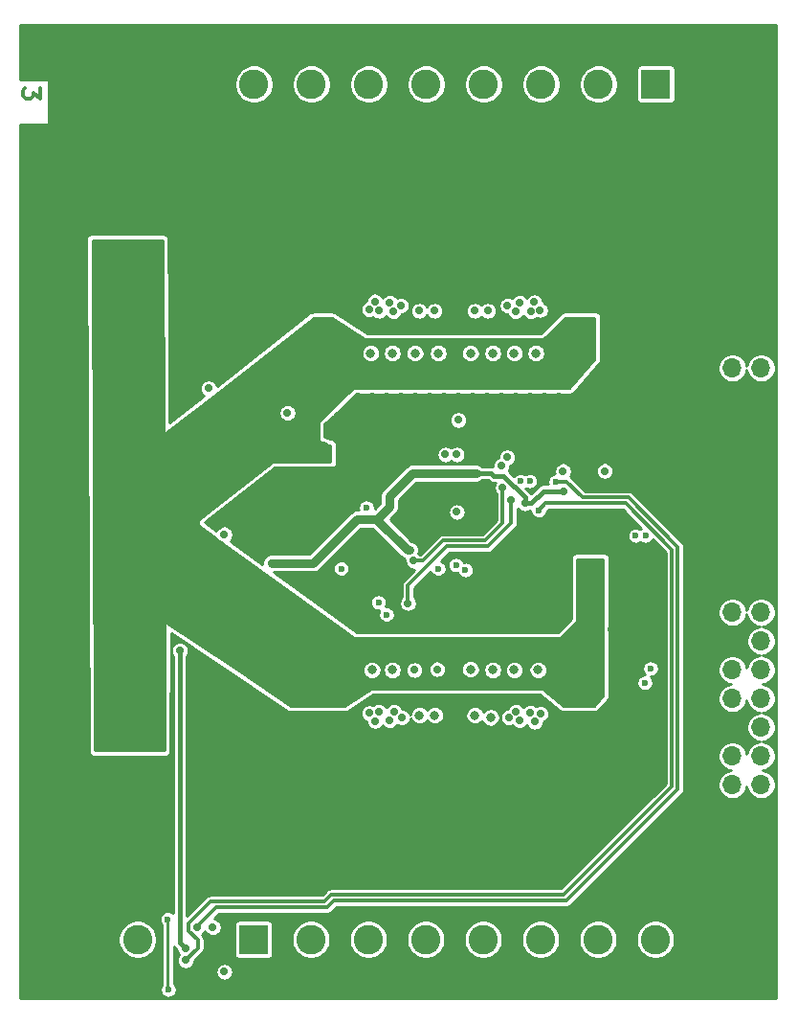
<source format=gbr>
%TF.GenerationSoftware,KiCad,Pcbnew,(5.1.9)-1*%
%TF.CreationDate,2021-06-18T12:17:43+07:00*%
%TF.ProjectId,TAS6424,54415336-3432-4342-9e6b-696361645f70,2*%
%TF.SameCoordinates,Original*%
%TF.FileFunction,Copper,L3,Inr*%
%TF.FilePolarity,Positive*%
%FSLAX46Y46*%
G04 Gerber Fmt 4.6, Leading zero omitted, Abs format (unit mm)*
G04 Created by KiCad (PCBNEW (5.1.9)-1) date 2021-06-18 12:17:43*
%MOMM*%
%LPD*%
G01*
G04 APERTURE LIST*
%TA.AperFunction,NonConductor*%
%ADD10C,0.300000*%
%TD*%
%TA.AperFunction,ComponentPad*%
%ADD11O,1.700000X1.700000*%
%TD*%
%TA.AperFunction,ComponentPad*%
%ADD12R,2.400000X2.400000*%
%TD*%
%TA.AperFunction,ComponentPad*%
%ADD13C,2.400000*%
%TD*%
%TA.AperFunction,ComponentPad*%
%ADD14R,2.600000X2.600000*%
%TD*%
%TA.AperFunction,ComponentPad*%
%ADD15C,2.600000*%
%TD*%
%TA.AperFunction,ComponentPad*%
%ADD16C,3.300000*%
%TD*%
%TA.AperFunction,ViaPad*%
%ADD17C,0.700000*%
%TD*%
%TA.AperFunction,ViaPad*%
%ADD18C,0.800000*%
%TD*%
%TA.AperFunction,ViaPad*%
%ADD19C,0.600000*%
%TD*%
%TA.AperFunction,Conductor*%
%ADD20C,0.800000*%
%TD*%
%TA.AperFunction,Conductor*%
%ADD21C,0.400000*%
%TD*%
%TA.AperFunction,Conductor*%
%ADD22C,0.300000*%
%TD*%
%TA.AperFunction,Conductor*%
%ADD23C,0.250000*%
%TD*%
%TA.AperFunction,Conductor*%
%ADD24C,0.254000*%
%TD*%
%TA.AperFunction,Conductor*%
%ADD25C,0.100000*%
%TD*%
G04 APERTURE END LIST*
D10*
X65591428Y-59063000D02*
X65591428Y-59991571D01*
X65020000Y-59491571D01*
X65020000Y-59705857D01*
X64948571Y-59848714D01*
X64877142Y-59920142D01*
X64734285Y-59991571D01*
X64377142Y-59991571D01*
X64234285Y-59920142D01*
X64162857Y-59848714D01*
X64091428Y-59705857D01*
X64091428Y-59277285D01*
X64162857Y-59134428D01*
X64234285Y-59063000D01*
D11*
%TO.N,VIN*%
%TO.C,D3*%
X126873000Y-83794600D03*
X129413000Y-83794600D03*
%TO.N,GND*%
X126873000Y-86334600D03*
X129413000Y-86334600D03*
%TO.N,SCL*%
X126873000Y-105384600D03*
%TO.N,SDA*%
X129413000Y-105384600D03*
%TO.N,GND*%
X126873000Y-107924600D03*
%TO.N,Net-(D3-Pad8)*%
X129413000Y-107924600D03*
%TO.N,/CLKOUT*%
X126873000Y-110464600D03*
%TO.N,Net-(D3-Pad10)*%
X129413000Y-110464600D03*
%TO.N,/SCLK_1*%
X126873000Y-113004600D03*
%TO.N,/FSYNC_1*%
X129413000Y-113004600D03*
%TO.N,GND*%
X126873000Y-115544600D03*
%TO.N,/SDIN_1*%
X129413000Y-115544600D03*
%TO.N,/MUTE_1*%
X126873000Y-118084600D03*
%TO.N,/MUTE_2*%
X129413000Y-118084600D03*
%TO.N,/STANDBY_1*%
X126873000Y-120624600D03*
%TO.N,/STANDBY_2*%
X129413000Y-120624600D03*
%TO.N,GND*%
X126873000Y-123164600D03*
X129413000Y-123164600D03*
%TD*%
D12*
%TO.N,PVDD_TAS*%
%TO.C,C1*%
X72834500Y-115443000D03*
D13*
%TO.N,GND*%
X67834500Y-115443000D03*
%TD*%
D12*
%TO.N,PVDD_TAS*%
%TO.C,C2*%
X72834500Y-101854000D03*
D13*
%TO.N,GND*%
X67834500Y-101854000D03*
%TD*%
D12*
%TO.N,PVDD_TAS*%
%TO.C,C3*%
X72834500Y-88138000D03*
D13*
%TO.N,GND*%
X67834500Y-88138000D03*
%TD*%
D12*
%TO.N,PVDD_TAS*%
%TO.C,C4*%
X72834500Y-74676000D03*
D13*
%TO.N,GND*%
X67834500Y-74676000D03*
%TD*%
D14*
%TO.N,/OUT1_1M*%
%TO.C,J3*%
X120100000Y-58700000D03*
D15*
%TO.N,/OUT1_1P*%
X115020000Y-58700000D03*
%TO.N,/OUT1_2M*%
X109940000Y-58700000D03*
%TO.N,/OUT1_2P*%
X104860000Y-58700000D03*
%TO.N,/OUT1_3M*%
X99780000Y-58700000D03*
%TO.N,/OUT1_3P*%
X94700000Y-58700000D03*
%TO.N,/OUT1_4M*%
X89620000Y-58700000D03*
%TO.N,/OUT1_4P*%
X84540000Y-58700000D03*
%TD*%
D14*
%TO.N,/OUT2_1M*%
%TO.C,J4*%
X84500000Y-134300000D03*
D15*
%TO.N,/OUT2_1P*%
X89580000Y-134300000D03*
%TO.N,/OUT2_2M*%
X94660000Y-134300000D03*
%TO.N,/OUT2_2P*%
X99740000Y-134300000D03*
%TO.N,/OUT2_3M*%
X104820000Y-134300000D03*
%TO.N,/OUT2_3P*%
X109900000Y-134300000D03*
%TO.N,/OUT2_4M*%
X114980000Y-134300000D03*
%TO.N,/OUT2_4P*%
X120060000Y-134300000D03*
%TD*%
%TO.N,PVDD_TAS*%
%TO.C,J1*%
X74231500Y-134300000D03*
D14*
%TO.N,GND*%
X69151500Y-134300000D03*
%TD*%
D16*
%TO.N,GND*%
%TO.C,H1*%
X80454500Y-117221000D03*
%TD*%
%TO.N,GND*%
%TO.C,H2*%
X122174000Y-75501500D03*
%TD*%
D17*
%TO.N,PVDD_TAS*%
X77343000Y-91173300D03*
X77343000Y-91935300D03*
X90297000Y-91757500D03*
X90297000Y-90995500D03*
X89535000Y-90995500D03*
X91059000Y-91757500D03*
X89535000Y-91757500D03*
X91059000Y-90995500D03*
X114300000Y-101854000D03*
X114300000Y-101092000D03*
X113538000Y-101092000D03*
X115062000Y-101854000D03*
X113538000Y-101854000D03*
X115062000Y-101092000D03*
X103085300Y-109475600D03*
X102323300Y-109475600D03*
X103085300Y-108713600D03*
X102323300Y-108713600D03*
X101561300Y-109475600D03*
X101561300Y-108713600D03*
X90170000Y-111823500D03*
X90932000Y-113347500D03*
X90932000Y-111823500D03*
X90170000Y-113347500D03*
X90170000Y-112585500D03*
X114363500Y-112585500D03*
X90932000Y-112585500D03*
X113601500Y-112585500D03*
X113601500Y-113347500D03*
X114363500Y-111823500D03*
X114363500Y-113347500D03*
X113601500Y-111823500D03*
X113665000Y-80391000D03*
X114427000Y-80391000D03*
X114427000Y-79629000D03*
X113665000Y-81153000D03*
X113665000Y-79629000D03*
X114427000Y-81153000D03*
X90995500Y-81153000D03*
X90233500Y-81153000D03*
X101511700Y-83500900D03*
X102273700Y-83500900D03*
X101511700Y-84262900D03*
X102273700Y-84262900D03*
X103035700Y-83500900D03*
X103035700Y-84262900D03*
X90995500Y-79629000D03*
X90233500Y-79629000D03*
X90233500Y-80391000D03*
X90995500Y-80391000D03*
%TO.N,GND*%
X105791000Y-95694500D03*
X93726000Y-86360000D03*
X94996000Y-86360000D03*
X96266000Y-86360000D03*
X97536000Y-86360000D03*
X98806000Y-86360000D03*
X100076000Y-86360000D03*
X101346000Y-86360000D03*
X102616000Y-86360000D03*
X103886000Y-86360000D03*
X105156000Y-86360000D03*
X106426000Y-86360000D03*
X107696000Y-86360000D03*
X108966000Y-86360000D03*
X110236000Y-86360000D03*
X111506000Y-86360000D03*
X104521000Y-104775000D03*
X100076000Y-104775000D03*
X93726000Y-104775000D03*
X110871000Y-104775000D03*
X94996000Y-106807000D03*
X96266000Y-106807000D03*
X97536000Y-106807000D03*
X98806000Y-106807000D03*
X100076000Y-106807000D03*
X101473000Y-106807000D03*
X102616000Y-106807000D03*
X103886000Y-106807000D03*
X105156000Y-106807000D03*
X106426000Y-106807000D03*
X107696000Y-106807000D03*
X108966000Y-106807000D03*
X110236000Y-106807000D03*
X102235000Y-137160000D03*
X102235000Y-135255000D03*
X102235000Y-133350000D03*
X102298500Y-125095000D03*
X102298500Y-123190000D03*
X102298500Y-121285000D03*
X102298500Y-119380000D03*
X102298500Y-117475000D03*
X102298500Y-115570000D03*
X102235000Y-114300000D03*
X102298500Y-73025000D03*
X102298500Y-71120000D03*
X102298500Y-69215000D03*
X102298500Y-65405000D03*
X102298500Y-63500000D03*
X102298500Y-59690000D03*
X102298500Y-57785000D03*
X102298500Y-55880000D03*
X91440000Y-78486000D03*
X90170000Y-78486000D03*
X77470000Y-87884000D03*
X92456000Y-89662000D03*
X92456000Y-91186000D03*
X113284000Y-78486000D03*
X114554000Y-78486000D03*
X115824000Y-81280000D03*
X115824000Y-86360000D03*
X112776000Y-86360000D03*
X113792000Y-85598000D03*
X114554000Y-84582000D03*
X115316000Y-83566000D03*
X115824000Y-80010000D03*
X115824000Y-82550000D03*
X115824000Y-78486000D03*
X116332000Y-101092000D03*
X116332000Y-102362000D03*
X116332000Y-103632000D03*
X116332000Y-108204000D03*
X116332000Y-109474000D03*
X116332000Y-110744000D03*
X116332000Y-112014000D03*
X116332000Y-113538000D03*
X116332000Y-114554000D03*
X115062000Y-114554000D03*
X113792000Y-114554000D03*
X112268000Y-101854000D03*
X112268000Y-103124000D03*
X112268000Y-104394000D03*
X103759000Y-88392000D03*
X104775000Y-88392000D03*
X110871000Y-88392000D03*
X100076000Y-88392000D03*
X93726000Y-88392000D03*
X100838000Y-71374000D03*
X99060000Y-71374000D03*
X97282000Y-71374000D03*
X95250000Y-71374000D03*
X93218000Y-71374000D03*
X86614000Y-72644000D03*
X88392000Y-72644000D03*
X90170000Y-72644000D03*
X91948000Y-72644000D03*
X93726000Y-72644000D03*
X95504000Y-72644000D03*
X100838000Y-72644000D03*
X103632000Y-72644000D03*
X108966000Y-72644000D03*
X110744000Y-72644000D03*
X112522000Y-72644000D03*
X114300000Y-72644000D03*
X116078000Y-72644000D03*
X117856000Y-72644000D03*
X119888000Y-72644000D03*
X103632000Y-71374000D03*
X105410000Y-71374000D03*
X107188000Y-71374000D03*
X109220000Y-71374000D03*
X111252000Y-71374000D03*
X102298500Y-66294000D03*
X82042000Y-55118000D03*
X82042000Y-56642000D03*
X82042000Y-58166000D03*
X82042000Y-59944000D03*
X82042000Y-61722000D03*
X82042000Y-63500000D03*
X83058000Y-65278000D03*
X84328000Y-67056000D03*
X85598000Y-68834000D03*
X86614000Y-70612000D03*
X122682000Y-55118000D03*
X122682000Y-56642000D03*
X122682000Y-58166000D03*
X122682000Y-59944000D03*
X122682000Y-61722000D03*
X122682000Y-63500000D03*
X121666000Y-65278000D03*
X120396000Y-67056000D03*
X118872000Y-68834000D03*
X118364000Y-70612000D03*
X122682000Y-137668000D03*
X122682000Y-135890000D03*
X122682000Y-134112000D03*
X122682000Y-132334000D03*
X122682000Y-130302000D03*
X121920000Y-128270000D03*
X120650000Y-126492000D03*
X119380000Y-124968000D03*
X117856000Y-122682000D03*
X82042000Y-132334000D03*
X82042000Y-130048000D03*
X83058000Y-128270000D03*
X84582000Y-126492000D03*
X85598000Y-124968000D03*
X86614000Y-123444000D03*
X86614000Y-121920000D03*
X99060000Y-121666000D03*
X97282000Y-121666000D03*
X95250000Y-121666000D03*
X93218000Y-121666000D03*
X90170000Y-120396000D03*
X91948000Y-120396000D03*
X88392000Y-120396000D03*
X86614000Y-120396000D03*
X87376000Y-118618000D03*
X87376000Y-116840000D03*
X93726000Y-120396000D03*
X95758000Y-120396000D03*
X100838000Y-121666000D03*
X103632000Y-121666000D03*
X105410000Y-121666000D03*
X107188000Y-121666000D03*
X108966000Y-121666000D03*
X110744000Y-121666000D03*
X112522000Y-121666000D03*
X116078000Y-120396000D03*
X114300000Y-120396000D03*
X112268000Y-120396000D03*
X110490000Y-120396000D03*
X108712000Y-120396000D03*
X117856000Y-120650000D03*
X115570000Y-115570000D03*
X117094000Y-116586000D03*
X117094000Y-118110000D03*
X117094000Y-119634000D03*
X88900000Y-77470000D03*
X122428000Y-124627381D03*
X124968000Y-128227381D03*
X102235000Y-131826000D03*
X93726000Y-106807000D03*
X116205000Y-106934000D03*
X82042000Y-133858000D03*
X117602000Y-133604000D03*
X117602000Y-135001000D03*
X107569000Y-135128000D03*
X97028000Y-135128000D03*
X86360000Y-132588000D03*
X87757000Y-132588000D03*
X86995000Y-133604000D03*
X86995000Y-135128000D03*
X118237000Y-60452000D03*
X116840000Y-60452000D03*
X117602000Y-59436000D03*
X117602000Y-57912000D03*
X97155000Y-57912000D03*
X86360000Y-60452000D03*
X87757000Y-60452000D03*
X86995000Y-59436000D03*
X86995000Y-57912000D03*
X86995000Y-56388000D03*
X86995000Y-54737000D03*
X97155000Y-56388000D03*
X97155000Y-54737000D03*
X117602000Y-56388000D03*
X117602000Y-54737000D03*
X86995000Y-136652000D03*
X86995000Y-138176000D03*
X97028000Y-136652000D03*
X97028000Y-138176000D03*
X107569000Y-136652000D03*
X107569000Y-138176000D03*
X117602000Y-136652000D03*
X117602000Y-138176000D03*
X91440000Y-105029000D03*
X89408000Y-103632000D03*
X90424000Y-104267000D03*
X87503000Y-87757000D03*
X81788000Y-97155000D03*
X87249000Y-98933000D03*
X87249000Y-99949000D03*
X86233000Y-99441000D03*
X84963000Y-99441000D03*
X83566000Y-99441000D03*
X78486000Y-86995000D03*
X79502000Y-86233000D03*
X81407000Y-84709000D03*
X82423000Y-83947000D03*
X85979000Y-81280000D03*
X86995000Y-80518000D03*
X88011000Y-79629000D03*
X88900000Y-78867000D03*
X79121000Y-108966000D03*
X80264000Y-109728000D03*
X82296000Y-111125000D03*
X83439000Y-111887000D03*
X84582000Y-112649000D03*
X85725000Y-113411000D03*
X86868000Y-114300000D03*
X88392000Y-114554000D03*
X89789000Y-114554000D03*
X91313000Y-114554000D03*
X89154000Y-115570000D03*
X92583000Y-105918000D03*
X92837000Y-87249000D03*
X91948000Y-88011000D03*
X91059000Y-88900000D03*
X91440000Y-89916000D03*
X79756000Y-84709000D03*
X80137000Y-113538000D03*
X88836500Y-94742000D03*
X91948000Y-95631000D03*
X93408500Y-95631000D03*
X99441000Y-97218500D03*
X102743000Y-95631000D03*
X99758500Y-95631000D03*
X98361500Y-95631000D03*
X95504000Y-95631000D03*
X97599500Y-96520000D03*
X98298000Y-97663000D03*
X104711500Y-95694500D03*
X104330500Y-94615000D03*
X103251000Y-97282000D03*
X104711500Y-97282000D03*
X111125000Y-97282000D03*
X112522000Y-97282000D03*
X114300000Y-97028000D03*
X109410500Y-97282000D03*
X108140500Y-97282000D03*
X91122500Y-96520000D03*
X104330500Y-91440000D03*
X103441500Y-91440000D03*
X100965000Y-104775000D03*
X93218000Y-68199000D03*
X94361000Y-68199000D03*
X93789500Y-69596000D03*
X111379000Y-68262500D03*
X110236000Y-68262500D03*
X110744000Y-69659500D03*
X87376000Y-75438000D03*
X87376000Y-73914000D03*
X87312500Y-76898500D03*
X117157500Y-75628500D03*
X117157500Y-74168000D03*
X117157500Y-77152500D03*
X93218000Y-124650500D03*
X94361000Y-126047500D03*
X111442500Y-124650500D03*
X110363000Y-124650500D03*
X107442000Y-57912000D03*
X107442000Y-56388000D03*
X107442000Y-54673500D03*
X92456000Y-96520000D03*
X88201500Y-62801500D03*
X116332000Y-104775000D03*
X102298500Y-74930000D03*
X102298500Y-78740000D03*
X102298500Y-76835000D03*
X102298500Y-61595000D03*
X116268500Y-62801500D03*
X102298500Y-127000000D03*
X102298500Y-128016000D03*
X101282500Y-128587500D03*
X103378000Y-128587500D03*
X102298500Y-129286000D03*
X94424500Y-124650500D03*
X110363000Y-125984000D03*
X109093000Y-125476000D03*
X95440500Y-125476000D03*
X95440500Y-67627500D03*
X109156500Y-67627500D03*
X110236000Y-66929000D03*
X94361000Y-66929000D03*
X101155500Y-64452500D03*
X103378000Y-64452500D03*
X101155500Y-67119500D03*
X103378000Y-67119500D03*
X101282500Y-125920500D03*
X103378000Y-125920500D03*
X83566000Y-137668000D03*
X82042000Y-135128000D03*
X85026500Y-82042000D03*
X84201000Y-82677000D03*
X83312000Y-83312000D03*
X116776500Y-130429000D03*
X116776500Y-132524500D03*
X118237000Y-132524500D03*
X88582500Y-130175000D03*
X111379000Y-106807000D03*
X64490999Y-64263881D03*
X64490999Y-70563881D03*
X64490999Y-76863881D03*
X64490999Y-83163881D03*
X64490999Y-89463881D03*
X64490999Y-95763881D03*
X64490999Y-102063881D03*
X64490999Y-108363881D03*
X64490999Y-114663881D03*
X64490999Y-120963881D03*
X64490999Y-127263881D03*
X64490999Y-133563881D03*
X66290999Y-138063881D03*
X68090999Y-59763881D03*
X68090999Y-66963881D03*
X68090999Y-79563881D03*
X68090999Y-85863881D03*
X68090999Y-92163881D03*
X68090999Y-98463881D03*
X68090999Y-104763881D03*
X68090999Y-111063881D03*
X68090999Y-117363881D03*
X68090999Y-123663881D03*
X68090999Y-129963881D03*
X68990999Y-72363881D03*
X70790999Y-63363881D03*
X70790999Y-136263881D03*
X72590999Y-68763881D03*
X74390999Y-59763881D03*
X75290999Y-65163881D03*
X75290999Y-138063881D03*
X76190999Y-71463881D03*
X77990999Y-75963881D03*
X77990999Y-82263881D03*
X78890999Y-61563881D03*
X78890999Y-67863881D03*
X78890999Y-120963881D03*
X78890999Y-127263881D03*
X80690999Y-54363881D03*
X81590999Y-72363881D03*
X81590999Y-78663881D03*
X81590999Y-112863881D03*
X83390999Y-122763881D03*
X84290999Y-116463881D03*
X85190999Y-56163881D03*
X85190999Y-75063881D03*
X85190999Y-137163881D03*
X88790999Y-96663881D03*
X89690999Y-54363881D03*
X90590999Y-138063881D03*
X92390999Y-102963881D03*
X94190999Y-56163881D03*
X95090999Y-74163881D03*
X98690999Y-54363881D03*
X98690999Y-137163881D03*
X104090999Y-55263881D03*
X104090999Y-138063881D03*
X109490999Y-54363881D03*
X109490999Y-74163881D03*
X109490999Y-137163881D03*
X112190999Y-90363881D03*
X113090999Y-57063881D03*
X114890999Y-138063881D03*
X116690999Y-84063881D03*
X117590999Y-78663881D03*
X117590999Y-89463881D03*
X118490999Y-113763881D03*
X119390999Y-54363881D03*
X119390999Y-93963881D03*
X119390999Y-119163881D03*
X120290999Y-68763881D03*
X120290999Y-137163881D03*
X121190999Y-81363881D03*
X122090999Y-86763881D03*
X122090999Y-122763881D03*
X122990999Y-96663881D03*
X122990999Y-102963881D03*
X123890999Y-65163881D03*
X123890999Y-71463881D03*
X123890999Y-91263881D03*
X123890999Y-108363881D03*
X124790999Y-55263881D03*
X124790999Y-78663881D03*
X124790999Y-126363881D03*
X124790999Y-132663881D03*
X125690999Y-60663881D03*
X125690999Y-138063881D03*
X126590999Y-99363881D03*
X127490999Y-67863881D03*
X127490999Y-74163881D03*
X127490999Y-88563881D03*
X128390999Y-81363881D03*
X128390999Y-93963881D03*
X128390999Y-129063881D03*
X129290999Y-57063881D03*
X129290999Y-63363881D03*
X129290999Y-102963881D03*
X129290999Y-134463881D03*
%TO.N,+3V3_TAS*%
X80518000Y-85598000D03*
X86106000Y-101028500D03*
X98298000Y-99885500D03*
X104203500Y-93091000D03*
X81915000Y-98488500D03*
X77978000Y-108775500D03*
X95313500Y-97155000D03*
X111950500Y-94678500D03*
X108521500Y-95758000D03*
X78486000Y-135128000D03*
%TO.N,Net-(C23-Pad2)*%
X95606200Y-78738400D03*
X94717200Y-78611400D03*
X95225200Y-77912900D03*
D18*
%TO.N,Net-(C23-Pad1)*%
X94869000Y-82486500D03*
D17*
%TO.N,Net-(C24-Pad1)*%
X97511200Y-78293900D03*
X96558700Y-78039900D03*
X96876200Y-78801900D03*
D18*
%TO.N,Net-(C24-Pad2)*%
X96774000Y-82486500D03*
D17*
%TO.N,Net-(C25-Pad2)*%
X99162200Y-78738400D03*
D18*
%TO.N,Net-(C25-Pad1)*%
X98793300Y-82486500D03*
D17*
%TO.N,Net-(C26-Pad1)*%
X100520500Y-78740000D03*
D18*
%TO.N,Net-(C26-Pad2)*%
X100838000Y-82486500D03*
D17*
%TO.N,Net-(C27-Pad2)*%
X104076500Y-78740000D03*
D18*
%TO.N,Net-(C27-Pad1)*%
X103695500Y-82486500D03*
D17*
%TO.N,Net-(C28-Pad1)*%
X105219500Y-78740000D03*
D18*
%TO.N,Net-(C28-Pad2)*%
X105664000Y-82486500D03*
%TO.N,Net-(C29-Pad1)*%
X107569000Y-82486500D03*
D17*
%TO.N,Net-(C29-Pad2)*%
X106972700Y-78293900D03*
X108052200Y-78039900D03*
X107671200Y-78801900D03*
D18*
%TO.N,Net-(C30-Pad2)*%
X109474000Y-82486500D03*
D17*
%TO.N,Net-(C30-Pad1)*%
X109029500Y-78803500D03*
X109855000Y-78676500D03*
X109347000Y-77978000D03*
%TO.N,Net-(C65-Pad2)*%
X108990800Y-114238100D03*
X109879800Y-114365100D03*
X109371800Y-115063600D03*
D18*
%TO.N,Net-(C65-Pad1)*%
X109664500Y-110490000D03*
%TO.N,Net-(C66-Pad2)*%
X107569000Y-110490000D03*
D17*
%TO.N,Net-(C66-Pad1)*%
X107085800Y-114682600D03*
X107720800Y-114174600D03*
X108038300Y-114936600D03*
D18*
%TO.N,Net-(C67-Pad1)*%
X105664000Y-110490000D03*
%TO.N,Net-(C67-Pad2)*%
X105473500Y-114681000D03*
%TO.N,Net-(C68-Pad2)*%
X103695500Y-110426500D03*
%TO.N,Net-(C68-Pad1)*%
X104076500Y-114490500D03*
D17*
%TO.N,Net-(C69-Pad1)*%
X100736400Y-110426500D03*
D18*
%TO.N,Net-(C69-Pad2)*%
X100520500Y-114490500D03*
D17*
%TO.N,Net-(C70-Pad2)*%
X98742500Y-110490000D03*
D18*
%TO.N,Net-(C70-Pad1)*%
X99187000Y-114490500D03*
%TO.N,Net-(C71-Pad1)*%
X96774000Y-110490000D03*
D17*
%TO.N,Net-(C71-Pad2)*%
X97624300Y-114682600D03*
X96544800Y-114936600D03*
X96925800Y-114174600D03*
D18*
%TO.N,Net-(C72-Pad2)*%
X94983900Y-110490000D03*
D17*
%TO.N,Net-(C72-Pad1)*%
X94742000Y-114300000D03*
X95250000Y-114998500D03*
X95567500Y-114173000D03*
D19*
%TO.N,/FAULT1*%
X109728000Y-96393000D03*
D17*
X78486000Y-136144000D03*
D19*
%TO.N,/WARN1*%
X111252000Y-93853000D03*
D17*
X79502000Y-133223000D03*
D19*
%TO.N,/FAULT2*%
X94488000Y-96139000D03*
D17*
X81915000Y-137160000D03*
D19*
%TO.N,/WARN2*%
X92265500Y-101536500D03*
D17*
X80899000Y-133223000D03*
%TO.N,/CLKOUT*%
X102489000Y-96520000D03*
%TO.N,/SCLK_1*%
X101473000Y-91440000D03*
D19*
X103240500Y-101653000D03*
D17*
%TO.N,/FSYNC_1*%
X102489000Y-91440000D03*
D19*
X102425500Y-101219000D03*
D17*
%TO.N,/SDIN_1*%
X102616000Y-88392000D03*
D19*
X100838000Y-101536500D03*
D17*
%TO.N,SCL*%
X111887000Y-92900500D03*
X98679000Y-100838000D03*
X106553000Y-94361000D03*
X106426000Y-92456000D03*
%TO.N,SDA*%
X115570000Y-92900500D03*
X98171000Y-104584500D03*
X107315000Y-95440500D03*
X106934000Y-91694000D03*
D19*
%TO.N,/STANDBY_1*%
X118300500Y-98615500D03*
X108140500Y-93789500D03*
X119126000Y-111633000D03*
%TO.N,/MUTE_1*%
X119189500Y-98615500D03*
X108940600Y-93789500D03*
X119634000Y-110363000D03*
%TO.N,/MUTE_2*%
X95567500Y-104521000D03*
%TO.N,/STANDBY_2*%
X96266000Y-105600500D03*
%TO.N,Net-(D8-Pad2)*%
X76898500Y-132524500D03*
X76962000Y-138747500D03*
%TD*%
D20*
%TO.N,+3V3_TAS*%
X98552000Y-93091000D02*
X104203500Y-93091000D01*
X96520000Y-95123000D02*
X98552000Y-93091000D01*
X96520000Y-96075500D02*
X96520000Y-95123000D01*
X95440500Y-97155000D02*
X96520000Y-96075500D01*
X95313500Y-97155000D02*
X95440500Y-97155000D01*
X98107500Y-99885500D02*
X98298000Y-99885500D01*
X95377000Y-97155000D02*
X98107500Y-99885500D01*
X95313500Y-97155000D02*
X95377000Y-97155000D01*
D21*
X109093000Y-95758000D02*
X108521500Y-95758000D01*
X110172500Y-94678500D02*
X109093000Y-95758000D01*
X111950500Y-94678500D02*
X110172500Y-94678500D01*
X105537000Y-93091000D02*
X104203500Y-93091000D01*
X105791000Y-93345000D02*
X105537000Y-93091000D01*
X106616500Y-93345000D02*
X105791000Y-93345000D01*
X108521500Y-95250000D02*
X106616500Y-93345000D01*
X108521500Y-95758000D02*
X108521500Y-95250000D01*
D20*
X89789000Y-101028500D02*
X86106000Y-101028500D01*
X93662500Y-97155000D02*
X89789000Y-101028500D01*
X95313500Y-97155000D02*
X93662500Y-97155000D01*
D21*
X77978000Y-134620000D02*
X77978000Y-109474000D01*
X77978000Y-109474000D02*
X77978000Y-108775500D01*
X78486000Y-135128000D02*
X77978000Y-134620000D01*
D22*
%TO.N,/FAULT1*%
X110363000Y-95758000D02*
X109728000Y-96393000D01*
X117411500Y-95758000D02*
X110363000Y-95758000D01*
X121539000Y-99885500D02*
X117411500Y-95758000D01*
X121539000Y-120777000D02*
X121539000Y-99885500D01*
X111950500Y-130365500D02*
X121539000Y-120777000D01*
X91376500Y-130365500D02*
X111950500Y-130365500D01*
X90805000Y-130937000D02*
X91376500Y-130365500D01*
X80708500Y-130937000D02*
X90805000Y-130937000D01*
X78740000Y-132905500D02*
X80708500Y-130937000D01*
X78740000Y-133540500D02*
X78740000Y-132905500D01*
X79565500Y-134366000D02*
X78740000Y-133540500D01*
X79565500Y-135064500D02*
X79565500Y-134366000D01*
X78486000Y-136144000D02*
X79565500Y-135064500D01*
%TO.N,/WARN1*%
X112204500Y-93853000D02*
X111252000Y-93853000D01*
X113601500Y-95250000D02*
X112204500Y-93853000D01*
X117665500Y-95250000D02*
X113601500Y-95250000D01*
X122047000Y-99631500D02*
X117665500Y-95250000D01*
X122047000Y-121031000D02*
X122047000Y-99631500D01*
X91630500Y-130873500D02*
X112204500Y-130873500D01*
X91059000Y-131445000D02*
X91630500Y-130873500D01*
X81216500Y-131445000D02*
X91059000Y-131445000D01*
X112204500Y-130873500D02*
X122047000Y-121031000D01*
X79502000Y-133159500D02*
X81216500Y-131445000D01*
X79502000Y-133223000D02*
X79502000Y-133159500D01*
%TO.N,SCL*%
X99472750Y-100838000D02*
X98679000Y-100838000D01*
X101250750Y-99060000D02*
X99472750Y-100838000D01*
X104965500Y-99060000D02*
X101250750Y-99060000D01*
X106553000Y-97472500D02*
X104965500Y-99060000D01*
X106553000Y-94361000D02*
X106553000Y-97472500D01*
%TO.N,SDA*%
X98171000Y-102997000D02*
X98171000Y-104584500D01*
X101600000Y-99568000D02*
X98171000Y-102997000D01*
X105219500Y-99568000D02*
X101600000Y-99568000D01*
X107315000Y-97472500D02*
X105219500Y-99568000D01*
X107315000Y-95440500D02*
X107315000Y-97472500D01*
D23*
%TO.N,Net-(D8-Pad2)*%
X76898500Y-138684000D02*
X76962000Y-138747500D01*
X76898500Y-132524500D02*
X76898500Y-138684000D01*
%TD*%
D24*
%TO.N,PVDD_TAS*%
X76540455Y-89435935D02*
X76543028Y-89460698D01*
X76550383Y-89484483D01*
X76562237Y-89506376D01*
X76578134Y-89525536D01*
X76597464Y-89541226D01*
X76619484Y-89552844D01*
X76643346Y-89559943D01*
X76668136Y-89562250D01*
X76692899Y-89559677D01*
X76716684Y-89552322D01*
X76744090Y-89536523D01*
X79196728Y-87680472D01*
X86726000Y-87680472D01*
X86726000Y-87833528D01*
X86755859Y-87983643D01*
X86814431Y-88125048D01*
X86899464Y-88252309D01*
X87007691Y-88360536D01*
X87134952Y-88445569D01*
X87276357Y-88504141D01*
X87426472Y-88534000D01*
X87579528Y-88534000D01*
X87729643Y-88504141D01*
X87871048Y-88445569D01*
X87998309Y-88360536D01*
X88106536Y-88252309D01*
X88191569Y-88125048D01*
X88250141Y-87983643D01*
X88280000Y-87833528D01*
X88280000Y-87680472D01*
X88250141Y-87530357D01*
X88191569Y-87388952D01*
X88106536Y-87261691D01*
X87998309Y-87153464D01*
X87871048Y-87068431D01*
X87729643Y-87009859D01*
X87579528Y-86980000D01*
X87426472Y-86980000D01*
X87276357Y-87009859D01*
X87134952Y-87068431D01*
X87007691Y-87153464D01*
X86899464Y-87261691D01*
X86814431Y-87388952D01*
X86755859Y-87530357D01*
X86726000Y-87680472D01*
X79196728Y-87680472D01*
X80975637Y-86334271D01*
X80977463Y-86332862D01*
X85976499Y-82405048D01*
X94042000Y-82405048D01*
X94042000Y-82567952D01*
X94073782Y-82727727D01*
X94136123Y-82878231D01*
X94226628Y-83013681D01*
X94341819Y-83128872D01*
X94477269Y-83219377D01*
X94627773Y-83281718D01*
X94787548Y-83313500D01*
X94950452Y-83313500D01*
X95110227Y-83281718D01*
X95260731Y-83219377D01*
X95396181Y-83128872D01*
X95511372Y-83013681D01*
X95601877Y-82878231D01*
X95664218Y-82727727D01*
X95696000Y-82567952D01*
X95696000Y-82405048D01*
X95947000Y-82405048D01*
X95947000Y-82567952D01*
X95978782Y-82727727D01*
X96041123Y-82878231D01*
X96131628Y-83013681D01*
X96246819Y-83128872D01*
X96382269Y-83219377D01*
X96532773Y-83281718D01*
X96692548Y-83313500D01*
X96855452Y-83313500D01*
X97015227Y-83281718D01*
X97165731Y-83219377D01*
X97301181Y-83128872D01*
X97416372Y-83013681D01*
X97506877Y-82878231D01*
X97569218Y-82727727D01*
X97601000Y-82567952D01*
X97601000Y-82405048D01*
X97966300Y-82405048D01*
X97966300Y-82567952D01*
X97998082Y-82727727D01*
X98060423Y-82878231D01*
X98150928Y-83013681D01*
X98266119Y-83128872D01*
X98401569Y-83219377D01*
X98552073Y-83281718D01*
X98711848Y-83313500D01*
X98874752Y-83313500D01*
X99034527Y-83281718D01*
X99185031Y-83219377D01*
X99320481Y-83128872D01*
X99435672Y-83013681D01*
X99526177Y-82878231D01*
X99588518Y-82727727D01*
X99620300Y-82567952D01*
X99620300Y-82405048D01*
X100011000Y-82405048D01*
X100011000Y-82567952D01*
X100042782Y-82727727D01*
X100105123Y-82878231D01*
X100195628Y-83013681D01*
X100310819Y-83128872D01*
X100446269Y-83219377D01*
X100596773Y-83281718D01*
X100756548Y-83313500D01*
X100919452Y-83313500D01*
X101079227Y-83281718D01*
X101229731Y-83219377D01*
X101365181Y-83128872D01*
X101480372Y-83013681D01*
X101570877Y-82878231D01*
X101633218Y-82727727D01*
X101665000Y-82567952D01*
X101665000Y-82405048D01*
X102868500Y-82405048D01*
X102868500Y-82567952D01*
X102900282Y-82727727D01*
X102962623Y-82878231D01*
X103053128Y-83013681D01*
X103168319Y-83128872D01*
X103303769Y-83219377D01*
X103454273Y-83281718D01*
X103614048Y-83313500D01*
X103776952Y-83313500D01*
X103936727Y-83281718D01*
X104087231Y-83219377D01*
X104222681Y-83128872D01*
X104337872Y-83013681D01*
X104428377Y-82878231D01*
X104490718Y-82727727D01*
X104522500Y-82567952D01*
X104522500Y-82405048D01*
X104837000Y-82405048D01*
X104837000Y-82567952D01*
X104868782Y-82727727D01*
X104931123Y-82878231D01*
X105021628Y-83013681D01*
X105136819Y-83128872D01*
X105272269Y-83219377D01*
X105422773Y-83281718D01*
X105582548Y-83313500D01*
X105745452Y-83313500D01*
X105905227Y-83281718D01*
X106055731Y-83219377D01*
X106191181Y-83128872D01*
X106306372Y-83013681D01*
X106396877Y-82878231D01*
X106459218Y-82727727D01*
X106491000Y-82567952D01*
X106491000Y-82405048D01*
X106742000Y-82405048D01*
X106742000Y-82567952D01*
X106773782Y-82727727D01*
X106836123Y-82878231D01*
X106926628Y-83013681D01*
X107041819Y-83128872D01*
X107177269Y-83219377D01*
X107327773Y-83281718D01*
X107487548Y-83313500D01*
X107650452Y-83313500D01*
X107810227Y-83281718D01*
X107960731Y-83219377D01*
X108096181Y-83128872D01*
X108211372Y-83013681D01*
X108301877Y-82878231D01*
X108364218Y-82727727D01*
X108396000Y-82567952D01*
X108396000Y-82405048D01*
X108647000Y-82405048D01*
X108647000Y-82567952D01*
X108678782Y-82727727D01*
X108741123Y-82878231D01*
X108831628Y-83013681D01*
X108946819Y-83128872D01*
X109082269Y-83219377D01*
X109232773Y-83281718D01*
X109392548Y-83313500D01*
X109555452Y-83313500D01*
X109715227Y-83281718D01*
X109865731Y-83219377D01*
X110001181Y-83128872D01*
X110116372Y-83013681D01*
X110206877Y-82878231D01*
X110269218Y-82727727D01*
X110301000Y-82567952D01*
X110301000Y-82405048D01*
X110269218Y-82245273D01*
X110206877Y-82094769D01*
X110116372Y-81959319D01*
X110001181Y-81844128D01*
X109865731Y-81753623D01*
X109715227Y-81691282D01*
X109555452Y-81659500D01*
X109392548Y-81659500D01*
X109232773Y-81691282D01*
X109082269Y-81753623D01*
X108946819Y-81844128D01*
X108831628Y-81959319D01*
X108741123Y-82094769D01*
X108678782Y-82245273D01*
X108647000Y-82405048D01*
X108396000Y-82405048D01*
X108364218Y-82245273D01*
X108301877Y-82094769D01*
X108211372Y-81959319D01*
X108096181Y-81844128D01*
X107960731Y-81753623D01*
X107810227Y-81691282D01*
X107650452Y-81659500D01*
X107487548Y-81659500D01*
X107327773Y-81691282D01*
X107177269Y-81753623D01*
X107041819Y-81844128D01*
X106926628Y-81959319D01*
X106836123Y-82094769D01*
X106773782Y-82245273D01*
X106742000Y-82405048D01*
X106491000Y-82405048D01*
X106459218Y-82245273D01*
X106396877Y-82094769D01*
X106306372Y-81959319D01*
X106191181Y-81844128D01*
X106055731Y-81753623D01*
X105905227Y-81691282D01*
X105745452Y-81659500D01*
X105582548Y-81659500D01*
X105422773Y-81691282D01*
X105272269Y-81753623D01*
X105136819Y-81844128D01*
X105021628Y-81959319D01*
X104931123Y-82094769D01*
X104868782Y-82245273D01*
X104837000Y-82405048D01*
X104522500Y-82405048D01*
X104490718Y-82245273D01*
X104428377Y-82094769D01*
X104337872Y-81959319D01*
X104222681Y-81844128D01*
X104087231Y-81753623D01*
X103936727Y-81691282D01*
X103776952Y-81659500D01*
X103614048Y-81659500D01*
X103454273Y-81691282D01*
X103303769Y-81753623D01*
X103168319Y-81844128D01*
X103053128Y-81959319D01*
X102962623Y-82094769D01*
X102900282Y-82245273D01*
X102868500Y-82405048D01*
X101665000Y-82405048D01*
X101633218Y-82245273D01*
X101570877Y-82094769D01*
X101480372Y-81959319D01*
X101365181Y-81844128D01*
X101229731Y-81753623D01*
X101079227Y-81691282D01*
X100919452Y-81659500D01*
X100756548Y-81659500D01*
X100596773Y-81691282D01*
X100446269Y-81753623D01*
X100310819Y-81844128D01*
X100195628Y-81959319D01*
X100105123Y-82094769D01*
X100042782Y-82245273D01*
X100011000Y-82405048D01*
X99620300Y-82405048D01*
X99588518Y-82245273D01*
X99526177Y-82094769D01*
X99435672Y-81959319D01*
X99320481Y-81844128D01*
X99185031Y-81753623D01*
X99034527Y-81691282D01*
X98874752Y-81659500D01*
X98711848Y-81659500D01*
X98552073Y-81691282D01*
X98401569Y-81753623D01*
X98266119Y-81844128D01*
X98150928Y-81959319D01*
X98060423Y-82094769D01*
X97998082Y-82245273D01*
X97966300Y-82405048D01*
X97601000Y-82405048D01*
X97569218Y-82245273D01*
X97506877Y-82094769D01*
X97416372Y-81959319D01*
X97301181Y-81844128D01*
X97165731Y-81753623D01*
X97015227Y-81691282D01*
X96855452Y-81659500D01*
X96692548Y-81659500D01*
X96532773Y-81691282D01*
X96382269Y-81753623D01*
X96246819Y-81844128D01*
X96131628Y-81959319D01*
X96041123Y-82094769D01*
X95978782Y-82245273D01*
X95947000Y-82405048D01*
X95696000Y-82405048D01*
X95664218Y-82245273D01*
X95601877Y-82094769D01*
X95511372Y-81959319D01*
X95396181Y-81844128D01*
X95260731Y-81753623D01*
X95110227Y-81691282D01*
X94950452Y-81659500D01*
X94787548Y-81659500D01*
X94627773Y-81691282D01*
X94477269Y-81753623D01*
X94341819Y-81844128D01*
X94226628Y-81959319D01*
X94136123Y-82094769D01*
X94073782Y-82245273D01*
X94042000Y-82405048D01*
X85976499Y-82405048D01*
X89832924Y-79375000D01*
X91402922Y-79375000D01*
X94356169Y-81260051D01*
X94378367Y-81271325D01*
X94402338Y-81278051D01*
X94424500Y-81280000D01*
X110045500Y-81280000D01*
X110070276Y-81277560D01*
X110094101Y-81270333D01*
X110116057Y-81258597D01*
X110133819Y-81244262D01*
X112065390Y-79375000D01*
X114681000Y-79375000D01*
X114681000Y-83011019D01*
X112463587Y-85598000D01*
X111657940Y-85598000D01*
X111582528Y-85583000D01*
X111429472Y-85583000D01*
X111354060Y-85598000D01*
X110387940Y-85598000D01*
X110312528Y-85583000D01*
X110159472Y-85583000D01*
X110084060Y-85598000D01*
X109117940Y-85598000D01*
X109042528Y-85583000D01*
X108889472Y-85583000D01*
X108814060Y-85598000D01*
X107847940Y-85598000D01*
X107772528Y-85583000D01*
X107619472Y-85583000D01*
X107544060Y-85598000D01*
X106577940Y-85598000D01*
X106502528Y-85583000D01*
X106349472Y-85583000D01*
X106274060Y-85598000D01*
X105307940Y-85598000D01*
X105232528Y-85583000D01*
X105079472Y-85583000D01*
X105004060Y-85598000D01*
X104037940Y-85598000D01*
X103962528Y-85583000D01*
X103809472Y-85583000D01*
X103734060Y-85598000D01*
X102767940Y-85598000D01*
X102692528Y-85583000D01*
X102539472Y-85583000D01*
X102464060Y-85598000D01*
X101497940Y-85598000D01*
X101422528Y-85583000D01*
X101269472Y-85583000D01*
X101194060Y-85598000D01*
X100227940Y-85598000D01*
X100152528Y-85583000D01*
X99999472Y-85583000D01*
X99924060Y-85598000D01*
X98957940Y-85598000D01*
X98882528Y-85583000D01*
X98729472Y-85583000D01*
X98654060Y-85598000D01*
X97687940Y-85598000D01*
X97612528Y-85583000D01*
X97459472Y-85583000D01*
X97384060Y-85598000D01*
X96417940Y-85598000D01*
X96342528Y-85583000D01*
X96189472Y-85583000D01*
X96114060Y-85598000D01*
X95147940Y-85598000D01*
X95072528Y-85583000D01*
X94919472Y-85583000D01*
X94844060Y-85598000D01*
X93877940Y-85598000D01*
X93802528Y-85583000D01*
X93649472Y-85583000D01*
X93574060Y-85598000D01*
X93345000Y-85598000D01*
X93320224Y-85600440D01*
X93296399Y-85607667D01*
X93274443Y-85619403D01*
X93256168Y-85634237D01*
X90271668Y-88555237D01*
X90255668Y-88574311D01*
X90243697Y-88596140D01*
X90236214Y-88619886D01*
X90233500Y-88646000D01*
X90233500Y-90170000D01*
X90235940Y-90194776D01*
X90243167Y-90218601D01*
X90254903Y-90240557D01*
X90270697Y-90259803D01*
X90289943Y-90275597D01*
X90318232Y-90289760D01*
X90931288Y-90506133D01*
X90944691Y-90519536D01*
X91071952Y-90604569D01*
X91213357Y-90663141D01*
X91313000Y-90682961D01*
X91313000Y-92075000D01*
X86233000Y-92075000D01*
X86208224Y-92077440D01*
X86184399Y-92084667D01*
X86154792Y-92101937D01*
X79677792Y-97164253D01*
X79659774Y-97181433D01*
X79645453Y-97201799D01*
X79635381Y-97224566D01*
X79629944Y-97248862D01*
X79629000Y-97264316D01*
X79629000Y-97663000D01*
X79631440Y-97687776D01*
X79638667Y-97711601D01*
X79650403Y-97733557D01*
X79666197Y-97752803D01*
X79681643Y-97765956D01*
X81258829Y-98905034D01*
X81311464Y-98983809D01*
X81419691Y-99092036D01*
X81546952Y-99177069D01*
X81688357Y-99235641D01*
X81727323Y-99243392D01*
X93397643Y-107671956D01*
X93419157Y-107684484D01*
X93442702Y-107692574D01*
X93472000Y-107696000D01*
X111569500Y-107696000D01*
X111594276Y-107693560D01*
X111618101Y-107686333D01*
X111640057Y-107674597D01*
X111659303Y-107658803D01*
X113119803Y-106198303D01*
X113135597Y-106179057D01*
X113147333Y-106157101D01*
X113154560Y-106133276D01*
X113157000Y-106108500D01*
X113157000Y-100711000D01*
X115443000Y-100711000D01*
X115443000Y-106782060D01*
X115428000Y-106857472D01*
X115428000Y-107010528D01*
X115443000Y-107085940D01*
X115443000Y-112728282D01*
X114623372Y-113665000D01*
X111931548Y-113665000D01*
X110061336Y-112168830D01*
X110040465Y-112155257D01*
X110017346Y-112146018D01*
X109982000Y-112141000D01*
X94996000Y-112141000D01*
X94971224Y-112143440D01*
X94947399Y-112150667D01*
X94928183Y-112160623D01*
X92546253Y-113665000D01*
X87795603Y-113665000D01*
X82933858Y-110408548D01*
X94156900Y-110408548D01*
X94156900Y-110571452D01*
X94188682Y-110731227D01*
X94251023Y-110881731D01*
X94341528Y-111017181D01*
X94456719Y-111132372D01*
X94592169Y-111222877D01*
X94742673Y-111285218D01*
X94902448Y-111317000D01*
X95065352Y-111317000D01*
X95225127Y-111285218D01*
X95375631Y-111222877D01*
X95511081Y-111132372D01*
X95626272Y-111017181D01*
X95716777Y-110881731D01*
X95779118Y-110731227D01*
X95810900Y-110571452D01*
X95810900Y-110408548D01*
X95947000Y-110408548D01*
X95947000Y-110571452D01*
X95978782Y-110731227D01*
X96041123Y-110881731D01*
X96131628Y-111017181D01*
X96246819Y-111132372D01*
X96382269Y-111222877D01*
X96532773Y-111285218D01*
X96692548Y-111317000D01*
X96855452Y-111317000D01*
X97015227Y-111285218D01*
X97165731Y-111222877D01*
X97301181Y-111132372D01*
X97416372Y-111017181D01*
X97506877Y-110881731D01*
X97569218Y-110731227D01*
X97601000Y-110571452D01*
X97601000Y-110413472D01*
X97965500Y-110413472D01*
X97965500Y-110566528D01*
X97995359Y-110716643D01*
X98053931Y-110858048D01*
X98138964Y-110985309D01*
X98247191Y-111093536D01*
X98374452Y-111178569D01*
X98515857Y-111237141D01*
X98665972Y-111267000D01*
X98819028Y-111267000D01*
X98969143Y-111237141D01*
X99110548Y-111178569D01*
X99237809Y-111093536D01*
X99346036Y-110985309D01*
X99431069Y-110858048D01*
X99489641Y-110716643D01*
X99519500Y-110566528D01*
X99519500Y-110413472D01*
X99506870Y-110349972D01*
X99959400Y-110349972D01*
X99959400Y-110503028D01*
X99989259Y-110653143D01*
X100047831Y-110794548D01*
X100132864Y-110921809D01*
X100241091Y-111030036D01*
X100368352Y-111115069D01*
X100509757Y-111173641D01*
X100659872Y-111203500D01*
X100812928Y-111203500D01*
X100963043Y-111173641D01*
X101104448Y-111115069D01*
X101231709Y-111030036D01*
X101339936Y-110921809D01*
X101424969Y-110794548D01*
X101483541Y-110653143D01*
X101513400Y-110503028D01*
X101513400Y-110349972D01*
X101512421Y-110345048D01*
X102868500Y-110345048D01*
X102868500Y-110507952D01*
X102900282Y-110667727D01*
X102962623Y-110818231D01*
X103053128Y-110953681D01*
X103168319Y-111068872D01*
X103303769Y-111159377D01*
X103454273Y-111221718D01*
X103614048Y-111253500D01*
X103776952Y-111253500D01*
X103936727Y-111221718D01*
X104087231Y-111159377D01*
X104222681Y-111068872D01*
X104337872Y-110953681D01*
X104428377Y-110818231D01*
X104490718Y-110667727D01*
X104522500Y-110507952D01*
X104522500Y-110408548D01*
X104837000Y-110408548D01*
X104837000Y-110571452D01*
X104868782Y-110731227D01*
X104931123Y-110881731D01*
X105021628Y-111017181D01*
X105136819Y-111132372D01*
X105272269Y-111222877D01*
X105422773Y-111285218D01*
X105582548Y-111317000D01*
X105745452Y-111317000D01*
X105905227Y-111285218D01*
X106055731Y-111222877D01*
X106191181Y-111132372D01*
X106306372Y-111017181D01*
X106396877Y-110881731D01*
X106459218Y-110731227D01*
X106491000Y-110571452D01*
X106491000Y-110408548D01*
X106742000Y-110408548D01*
X106742000Y-110571452D01*
X106773782Y-110731227D01*
X106836123Y-110881731D01*
X106926628Y-111017181D01*
X107041819Y-111132372D01*
X107177269Y-111222877D01*
X107327773Y-111285218D01*
X107487548Y-111317000D01*
X107650452Y-111317000D01*
X107810227Y-111285218D01*
X107960731Y-111222877D01*
X108096181Y-111132372D01*
X108211372Y-111017181D01*
X108301877Y-110881731D01*
X108364218Y-110731227D01*
X108396000Y-110571452D01*
X108396000Y-110408548D01*
X108837500Y-110408548D01*
X108837500Y-110571452D01*
X108869282Y-110731227D01*
X108931623Y-110881731D01*
X109022128Y-111017181D01*
X109137319Y-111132372D01*
X109272769Y-111222877D01*
X109423273Y-111285218D01*
X109583048Y-111317000D01*
X109745952Y-111317000D01*
X109905727Y-111285218D01*
X110056231Y-111222877D01*
X110191681Y-111132372D01*
X110306872Y-111017181D01*
X110397377Y-110881731D01*
X110459718Y-110731227D01*
X110491500Y-110571452D01*
X110491500Y-110408548D01*
X110459718Y-110248773D01*
X110397377Y-110098269D01*
X110306872Y-109962819D01*
X110191681Y-109847628D01*
X110056231Y-109757123D01*
X109905727Y-109694782D01*
X109745952Y-109663000D01*
X109583048Y-109663000D01*
X109423273Y-109694782D01*
X109272769Y-109757123D01*
X109137319Y-109847628D01*
X109022128Y-109962819D01*
X108931623Y-110098269D01*
X108869282Y-110248773D01*
X108837500Y-110408548D01*
X108396000Y-110408548D01*
X108364218Y-110248773D01*
X108301877Y-110098269D01*
X108211372Y-109962819D01*
X108096181Y-109847628D01*
X107960731Y-109757123D01*
X107810227Y-109694782D01*
X107650452Y-109663000D01*
X107487548Y-109663000D01*
X107327773Y-109694782D01*
X107177269Y-109757123D01*
X107041819Y-109847628D01*
X106926628Y-109962819D01*
X106836123Y-110098269D01*
X106773782Y-110248773D01*
X106742000Y-110408548D01*
X106491000Y-110408548D01*
X106459218Y-110248773D01*
X106396877Y-110098269D01*
X106306372Y-109962819D01*
X106191181Y-109847628D01*
X106055731Y-109757123D01*
X105905227Y-109694782D01*
X105745452Y-109663000D01*
X105582548Y-109663000D01*
X105422773Y-109694782D01*
X105272269Y-109757123D01*
X105136819Y-109847628D01*
X105021628Y-109962819D01*
X104931123Y-110098269D01*
X104868782Y-110248773D01*
X104837000Y-110408548D01*
X104522500Y-110408548D01*
X104522500Y-110345048D01*
X104490718Y-110185273D01*
X104428377Y-110034769D01*
X104337872Y-109899319D01*
X104222681Y-109784128D01*
X104087231Y-109693623D01*
X103936727Y-109631282D01*
X103776952Y-109599500D01*
X103614048Y-109599500D01*
X103454273Y-109631282D01*
X103303769Y-109693623D01*
X103168319Y-109784128D01*
X103053128Y-109899319D01*
X102962623Y-110034769D01*
X102900282Y-110185273D01*
X102868500Y-110345048D01*
X101512421Y-110345048D01*
X101483541Y-110199857D01*
X101424969Y-110058452D01*
X101339936Y-109931191D01*
X101231709Y-109822964D01*
X101104448Y-109737931D01*
X100963043Y-109679359D01*
X100812928Y-109649500D01*
X100659872Y-109649500D01*
X100509757Y-109679359D01*
X100368352Y-109737931D01*
X100241091Y-109822964D01*
X100132864Y-109931191D01*
X100047831Y-110058452D01*
X99989259Y-110199857D01*
X99959400Y-110349972D01*
X99506870Y-110349972D01*
X99489641Y-110263357D01*
X99431069Y-110121952D01*
X99346036Y-109994691D01*
X99237809Y-109886464D01*
X99110548Y-109801431D01*
X98969143Y-109742859D01*
X98819028Y-109713000D01*
X98665972Y-109713000D01*
X98515857Y-109742859D01*
X98374452Y-109801431D01*
X98247191Y-109886464D01*
X98138964Y-109994691D01*
X98053931Y-110121952D01*
X97995359Y-110263357D01*
X97965500Y-110413472D01*
X97601000Y-110413472D01*
X97601000Y-110408548D01*
X97569218Y-110248773D01*
X97506877Y-110098269D01*
X97416372Y-109962819D01*
X97301181Y-109847628D01*
X97165731Y-109757123D01*
X97015227Y-109694782D01*
X96855452Y-109663000D01*
X96692548Y-109663000D01*
X96532773Y-109694782D01*
X96382269Y-109757123D01*
X96246819Y-109847628D01*
X96131628Y-109962819D01*
X96041123Y-110098269D01*
X95978782Y-110248773D01*
X95947000Y-110408548D01*
X95810900Y-110408548D01*
X95779118Y-110248773D01*
X95716777Y-110098269D01*
X95626272Y-109962819D01*
X95511081Y-109847628D01*
X95375631Y-109757123D01*
X95225127Y-109694782D01*
X95065352Y-109663000D01*
X94902448Y-109663000D01*
X94742673Y-109694782D01*
X94592169Y-109757123D01*
X94456719Y-109847628D01*
X94341528Y-109962819D01*
X94251023Y-110098269D01*
X94188682Y-110248773D01*
X94156900Y-110408548D01*
X82933858Y-110408548D01*
X76826221Y-106317584D01*
X76804278Y-106305823D01*
X76780462Y-106298569D01*
X76755688Y-106296101D01*
X76730909Y-106298513D01*
X76707077Y-106305714D01*
X76685107Y-106317425D01*
X76665844Y-106333197D01*
X76650028Y-106352425D01*
X76638267Y-106374368D01*
X76631013Y-106398184D01*
X76628545Y-106422866D01*
X76607824Y-117602000D01*
X70457790Y-117602000D01*
X70236785Y-72517000D01*
X76449520Y-72517000D01*
X76540455Y-89435935D01*
%TA.AperFunction,Conductor*%
D25*
G36*
X76540455Y-89435935D02*
G01*
X76543028Y-89460698D01*
X76550383Y-89484483D01*
X76562237Y-89506376D01*
X76578134Y-89525536D01*
X76597464Y-89541226D01*
X76619484Y-89552844D01*
X76643346Y-89559943D01*
X76668136Y-89562250D01*
X76692899Y-89559677D01*
X76716684Y-89552322D01*
X76744090Y-89536523D01*
X79196728Y-87680472D01*
X86726000Y-87680472D01*
X86726000Y-87833528D01*
X86755859Y-87983643D01*
X86814431Y-88125048D01*
X86899464Y-88252309D01*
X87007691Y-88360536D01*
X87134952Y-88445569D01*
X87276357Y-88504141D01*
X87426472Y-88534000D01*
X87579528Y-88534000D01*
X87729643Y-88504141D01*
X87871048Y-88445569D01*
X87998309Y-88360536D01*
X88106536Y-88252309D01*
X88191569Y-88125048D01*
X88250141Y-87983643D01*
X88280000Y-87833528D01*
X88280000Y-87680472D01*
X88250141Y-87530357D01*
X88191569Y-87388952D01*
X88106536Y-87261691D01*
X87998309Y-87153464D01*
X87871048Y-87068431D01*
X87729643Y-87009859D01*
X87579528Y-86980000D01*
X87426472Y-86980000D01*
X87276357Y-87009859D01*
X87134952Y-87068431D01*
X87007691Y-87153464D01*
X86899464Y-87261691D01*
X86814431Y-87388952D01*
X86755859Y-87530357D01*
X86726000Y-87680472D01*
X79196728Y-87680472D01*
X80975637Y-86334271D01*
X80977463Y-86332862D01*
X85976499Y-82405048D01*
X94042000Y-82405048D01*
X94042000Y-82567952D01*
X94073782Y-82727727D01*
X94136123Y-82878231D01*
X94226628Y-83013681D01*
X94341819Y-83128872D01*
X94477269Y-83219377D01*
X94627773Y-83281718D01*
X94787548Y-83313500D01*
X94950452Y-83313500D01*
X95110227Y-83281718D01*
X95260731Y-83219377D01*
X95396181Y-83128872D01*
X95511372Y-83013681D01*
X95601877Y-82878231D01*
X95664218Y-82727727D01*
X95696000Y-82567952D01*
X95696000Y-82405048D01*
X95947000Y-82405048D01*
X95947000Y-82567952D01*
X95978782Y-82727727D01*
X96041123Y-82878231D01*
X96131628Y-83013681D01*
X96246819Y-83128872D01*
X96382269Y-83219377D01*
X96532773Y-83281718D01*
X96692548Y-83313500D01*
X96855452Y-83313500D01*
X97015227Y-83281718D01*
X97165731Y-83219377D01*
X97301181Y-83128872D01*
X97416372Y-83013681D01*
X97506877Y-82878231D01*
X97569218Y-82727727D01*
X97601000Y-82567952D01*
X97601000Y-82405048D01*
X97966300Y-82405048D01*
X97966300Y-82567952D01*
X97998082Y-82727727D01*
X98060423Y-82878231D01*
X98150928Y-83013681D01*
X98266119Y-83128872D01*
X98401569Y-83219377D01*
X98552073Y-83281718D01*
X98711848Y-83313500D01*
X98874752Y-83313500D01*
X99034527Y-83281718D01*
X99185031Y-83219377D01*
X99320481Y-83128872D01*
X99435672Y-83013681D01*
X99526177Y-82878231D01*
X99588518Y-82727727D01*
X99620300Y-82567952D01*
X99620300Y-82405048D01*
X100011000Y-82405048D01*
X100011000Y-82567952D01*
X100042782Y-82727727D01*
X100105123Y-82878231D01*
X100195628Y-83013681D01*
X100310819Y-83128872D01*
X100446269Y-83219377D01*
X100596773Y-83281718D01*
X100756548Y-83313500D01*
X100919452Y-83313500D01*
X101079227Y-83281718D01*
X101229731Y-83219377D01*
X101365181Y-83128872D01*
X101480372Y-83013681D01*
X101570877Y-82878231D01*
X101633218Y-82727727D01*
X101665000Y-82567952D01*
X101665000Y-82405048D01*
X102868500Y-82405048D01*
X102868500Y-82567952D01*
X102900282Y-82727727D01*
X102962623Y-82878231D01*
X103053128Y-83013681D01*
X103168319Y-83128872D01*
X103303769Y-83219377D01*
X103454273Y-83281718D01*
X103614048Y-83313500D01*
X103776952Y-83313500D01*
X103936727Y-83281718D01*
X104087231Y-83219377D01*
X104222681Y-83128872D01*
X104337872Y-83013681D01*
X104428377Y-82878231D01*
X104490718Y-82727727D01*
X104522500Y-82567952D01*
X104522500Y-82405048D01*
X104837000Y-82405048D01*
X104837000Y-82567952D01*
X104868782Y-82727727D01*
X104931123Y-82878231D01*
X105021628Y-83013681D01*
X105136819Y-83128872D01*
X105272269Y-83219377D01*
X105422773Y-83281718D01*
X105582548Y-83313500D01*
X105745452Y-83313500D01*
X105905227Y-83281718D01*
X106055731Y-83219377D01*
X106191181Y-83128872D01*
X106306372Y-83013681D01*
X106396877Y-82878231D01*
X106459218Y-82727727D01*
X106491000Y-82567952D01*
X106491000Y-82405048D01*
X106742000Y-82405048D01*
X106742000Y-82567952D01*
X106773782Y-82727727D01*
X106836123Y-82878231D01*
X106926628Y-83013681D01*
X107041819Y-83128872D01*
X107177269Y-83219377D01*
X107327773Y-83281718D01*
X107487548Y-83313500D01*
X107650452Y-83313500D01*
X107810227Y-83281718D01*
X107960731Y-83219377D01*
X108096181Y-83128872D01*
X108211372Y-83013681D01*
X108301877Y-82878231D01*
X108364218Y-82727727D01*
X108396000Y-82567952D01*
X108396000Y-82405048D01*
X108647000Y-82405048D01*
X108647000Y-82567952D01*
X108678782Y-82727727D01*
X108741123Y-82878231D01*
X108831628Y-83013681D01*
X108946819Y-83128872D01*
X109082269Y-83219377D01*
X109232773Y-83281718D01*
X109392548Y-83313500D01*
X109555452Y-83313500D01*
X109715227Y-83281718D01*
X109865731Y-83219377D01*
X110001181Y-83128872D01*
X110116372Y-83013681D01*
X110206877Y-82878231D01*
X110269218Y-82727727D01*
X110301000Y-82567952D01*
X110301000Y-82405048D01*
X110269218Y-82245273D01*
X110206877Y-82094769D01*
X110116372Y-81959319D01*
X110001181Y-81844128D01*
X109865731Y-81753623D01*
X109715227Y-81691282D01*
X109555452Y-81659500D01*
X109392548Y-81659500D01*
X109232773Y-81691282D01*
X109082269Y-81753623D01*
X108946819Y-81844128D01*
X108831628Y-81959319D01*
X108741123Y-82094769D01*
X108678782Y-82245273D01*
X108647000Y-82405048D01*
X108396000Y-82405048D01*
X108364218Y-82245273D01*
X108301877Y-82094769D01*
X108211372Y-81959319D01*
X108096181Y-81844128D01*
X107960731Y-81753623D01*
X107810227Y-81691282D01*
X107650452Y-81659500D01*
X107487548Y-81659500D01*
X107327773Y-81691282D01*
X107177269Y-81753623D01*
X107041819Y-81844128D01*
X106926628Y-81959319D01*
X106836123Y-82094769D01*
X106773782Y-82245273D01*
X106742000Y-82405048D01*
X106491000Y-82405048D01*
X106459218Y-82245273D01*
X106396877Y-82094769D01*
X106306372Y-81959319D01*
X106191181Y-81844128D01*
X106055731Y-81753623D01*
X105905227Y-81691282D01*
X105745452Y-81659500D01*
X105582548Y-81659500D01*
X105422773Y-81691282D01*
X105272269Y-81753623D01*
X105136819Y-81844128D01*
X105021628Y-81959319D01*
X104931123Y-82094769D01*
X104868782Y-82245273D01*
X104837000Y-82405048D01*
X104522500Y-82405048D01*
X104490718Y-82245273D01*
X104428377Y-82094769D01*
X104337872Y-81959319D01*
X104222681Y-81844128D01*
X104087231Y-81753623D01*
X103936727Y-81691282D01*
X103776952Y-81659500D01*
X103614048Y-81659500D01*
X103454273Y-81691282D01*
X103303769Y-81753623D01*
X103168319Y-81844128D01*
X103053128Y-81959319D01*
X102962623Y-82094769D01*
X102900282Y-82245273D01*
X102868500Y-82405048D01*
X101665000Y-82405048D01*
X101633218Y-82245273D01*
X101570877Y-82094769D01*
X101480372Y-81959319D01*
X101365181Y-81844128D01*
X101229731Y-81753623D01*
X101079227Y-81691282D01*
X100919452Y-81659500D01*
X100756548Y-81659500D01*
X100596773Y-81691282D01*
X100446269Y-81753623D01*
X100310819Y-81844128D01*
X100195628Y-81959319D01*
X100105123Y-82094769D01*
X100042782Y-82245273D01*
X100011000Y-82405048D01*
X99620300Y-82405048D01*
X99588518Y-82245273D01*
X99526177Y-82094769D01*
X99435672Y-81959319D01*
X99320481Y-81844128D01*
X99185031Y-81753623D01*
X99034527Y-81691282D01*
X98874752Y-81659500D01*
X98711848Y-81659500D01*
X98552073Y-81691282D01*
X98401569Y-81753623D01*
X98266119Y-81844128D01*
X98150928Y-81959319D01*
X98060423Y-82094769D01*
X97998082Y-82245273D01*
X97966300Y-82405048D01*
X97601000Y-82405048D01*
X97569218Y-82245273D01*
X97506877Y-82094769D01*
X97416372Y-81959319D01*
X97301181Y-81844128D01*
X97165731Y-81753623D01*
X97015227Y-81691282D01*
X96855452Y-81659500D01*
X96692548Y-81659500D01*
X96532773Y-81691282D01*
X96382269Y-81753623D01*
X96246819Y-81844128D01*
X96131628Y-81959319D01*
X96041123Y-82094769D01*
X95978782Y-82245273D01*
X95947000Y-82405048D01*
X95696000Y-82405048D01*
X95664218Y-82245273D01*
X95601877Y-82094769D01*
X95511372Y-81959319D01*
X95396181Y-81844128D01*
X95260731Y-81753623D01*
X95110227Y-81691282D01*
X94950452Y-81659500D01*
X94787548Y-81659500D01*
X94627773Y-81691282D01*
X94477269Y-81753623D01*
X94341819Y-81844128D01*
X94226628Y-81959319D01*
X94136123Y-82094769D01*
X94073782Y-82245273D01*
X94042000Y-82405048D01*
X85976499Y-82405048D01*
X89832924Y-79375000D01*
X91402922Y-79375000D01*
X94356169Y-81260051D01*
X94378367Y-81271325D01*
X94402338Y-81278051D01*
X94424500Y-81280000D01*
X110045500Y-81280000D01*
X110070276Y-81277560D01*
X110094101Y-81270333D01*
X110116057Y-81258597D01*
X110133819Y-81244262D01*
X112065390Y-79375000D01*
X114681000Y-79375000D01*
X114681000Y-83011019D01*
X112463587Y-85598000D01*
X111657940Y-85598000D01*
X111582528Y-85583000D01*
X111429472Y-85583000D01*
X111354060Y-85598000D01*
X110387940Y-85598000D01*
X110312528Y-85583000D01*
X110159472Y-85583000D01*
X110084060Y-85598000D01*
X109117940Y-85598000D01*
X109042528Y-85583000D01*
X108889472Y-85583000D01*
X108814060Y-85598000D01*
X107847940Y-85598000D01*
X107772528Y-85583000D01*
X107619472Y-85583000D01*
X107544060Y-85598000D01*
X106577940Y-85598000D01*
X106502528Y-85583000D01*
X106349472Y-85583000D01*
X106274060Y-85598000D01*
X105307940Y-85598000D01*
X105232528Y-85583000D01*
X105079472Y-85583000D01*
X105004060Y-85598000D01*
X104037940Y-85598000D01*
X103962528Y-85583000D01*
X103809472Y-85583000D01*
X103734060Y-85598000D01*
X102767940Y-85598000D01*
X102692528Y-85583000D01*
X102539472Y-85583000D01*
X102464060Y-85598000D01*
X101497940Y-85598000D01*
X101422528Y-85583000D01*
X101269472Y-85583000D01*
X101194060Y-85598000D01*
X100227940Y-85598000D01*
X100152528Y-85583000D01*
X99999472Y-85583000D01*
X99924060Y-85598000D01*
X98957940Y-85598000D01*
X98882528Y-85583000D01*
X98729472Y-85583000D01*
X98654060Y-85598000D01*
X97687940Y-85598000D01*
X97612528Y-85583000D01*
X97459472Y-85583000D01*
X97384060Y-85598000D01*
X96417940Y-85598000D01*
X96342528Y-85583000D01*
X96189472Y-85583000D01*
X96114060Y-85598000D01*
X95147940Y-85598000D01*
X95072528Y-85583000D01*
X94919472Y-85583000D01*
X94844060Y-85598000D01*
X93877940Y-85598000D01*
X93802528Y-85583000D01*
X93649472Y-85583000D01*
X93574060Y-85598000D01*
X93345000Y-85598000D01*
X93320224Y-85600440D01*
X93296399Y-85607667D01*
X93274443Y-85619403D01*
X93256168Y-85634237D01*
X90271668Y-88555237D01*
X90255668Y-88574311D01*
X90243697Y-88596140D01*
X90236214Y-88619886D01*
X90233500Y-88646000D01*
X90233500Y-90170000D01*
X90235940Y-90194776D01*
X90243167Y-90218601D01*
X90254903Y-90240557D01*
X90270697Y-90259803D01*
X90289943Y-90275597D01*
X90318232Y-90289760D01*
X90931288Y-90506133D01*
X90944691Y-90519536D01*
X91071952Y-90604569D01*
X91213357Y-90663141D01*
X91313000Y-90682961D01*
X91313000Y-92075000D01*
X86233000Y-92075000D01*
X86208224Y-92077440D01*
X86184399Y-92084667D01*
X86154792Y-92101937D01*
X79677792Y-97164253D01*
X79659774Y-97181433D01*
X79645453Y-97201799D01*
X79635381Y-97224566D01*
X79629944Y-97248862D01*
X79629000Y-97264316D01*
X79629000Y-97663000D01*
X79631440Y-97687776D01*
X79638667Y-97711601D01*
X79650403Y-97733557D01*
X79666197Y-97752803D01*
X79681643Y-97765956D01*
X81258829Y-98905034D01*
X81311464Y-98983809D01*
X81419691Y-99092036D01*
X81546952Y-99177069D01*
X81688357Y-99235641D01*
X81727323Y-99243392D01*
X93397643Y-107671956D01*
X93419157Y-107684484D01*
X93442702Y-107692574D01*
X93472000Y-107696000D01*
X111569500Y-107696000D01*
X111594276Y-107693560D01*
X111618101Y-107686333D01*
X111640057Y-107674597D01*
X111659303Y-107658803D01*
X113119803Y-106198303D01*
X113135597Y-106179057D01*
X113147333Y-106157101D01*
X113154560Y-106133276D01*
X113157000Y-106108500D01*
X113157000Y-100711000D01*
X115443000Y-100711000D01*
X115443000Y-106782060D01*
X115428000Y-106857472D01*
X115428000Y-107010528D01*
X115443000Y-107085940D01*
X115443000Y-112728282D01*
X114623372Y-113665000D01*
X111931548Y-113665000D01*
X110061336Y-112168830D01*
X110040465Y-112155257D01*
X110017346Y-112146018D01*
X109982000Y-112141000D01*
X94996000Y-112141000D01*
X94971224Y-112143440D01*
X94947399Y-112150667D01*
X94928183Y-112160623D01*
X92546253Y-113665000D01*
X87795603Y-113665000D01*
X82933858Y-110408548D01*
X94156900Y-110408548D01*
X94156900Y-110571452D01*
X94188682Y-110731227D01*
X94251023Y-110881731D01*
X94341528Y-111017181D01*
X94456719Y-111132372D01*
X94592169Y-111222877D01*
X94742673Y-111285218D01*
X94902448Y-111317000D01*
X95065352Y-111317000D01*
X95225127Y-111285218D01*
X95375631Y-111222877D01*
X95511081Y-111132372D01*
X95626272Y-111017181D01*
X95716777Y-110881731D01*
X95779118Y-110731227D01*
X95810900Y-110571452D01*
X95810900Y-110408548D01*
X95947000Y-110408548D01*
X95947000Y-110571452D01*
X95978782Y-110731227D01*
X96041123Y-110881731D01*
X96131628Y-111017181D01*
X96246819Y-111132372D01*
X96382269Y-111222877D01*
X96532773Y-111285218D01*
X96692548Y-111317000D01*
X96855452Y-111317000D01*
X97015227Y-111285218D01*
X97165731Y-111222877D01*
X97301181Y-111132372D01*
X97416372Y-111017181D01*
X97506877Y-110881731D01*
X97569218Y-110731227D01*
X97601000Y-110571452D01*
X97601000Y-110413472D01*
X97965500Y-110413472D01*
X97965500Y-110566528D01*
X97995359Y-110716643D01*
X98053931Y-110858048D01*
X98138964Y-110985309D01*
X98247191Y-111093536D01*
X98374452Y-111178569D01*
X98515857Y-111237141D01*
X98665972Y-111267000D01*
X98819028Y-111267000D01*
X98969143Y-111237141D01*
X99110548Y-111178569D01*
X99237809Y-111093536D01*
X99346036Y-110985309D01*
X99431069Y-110858048D01*
X99489641Y-110716643D01*
X99519500Y-110566528D01*
X99519500Y-110413472D01*
X99506870Y-110349972D01*
X99959400Y-110349972D01*
X99959400Y-110503028D01*
X99989259Y-110653143D01*
X100047831Y-110794548D01*
X100132864Y-110921809D01*
X100241091Y-111030036D01*
X100368352Y-111115069D01*
X100509757Y-111173641D01*
X100659872Y-111203500D01*
X100812928Y-111203500D01*
X100963043Y-111173641D01*
X101104448Y-111115069D01*
X101231709Y-111030036D01*
X101339936Y-110921809D01*
X101424969Y-110794548D01*
X101483541Y-110653143D01*
X101513400Y-110503028D01*
X101513400Y-110349972D01*
X101512421Y-110345048D01*
X102868500Y-110345048D01*
X102868500Y-110507952D01*
X102900282Y-110667727D01*
X102962623Y-110818231D01*
X103053128Y-110953681D01*
X103168319Y-111068872D01*
X103303769Y-111159377D01*
X103454273Y-111221718D01*
X103614048Y-111253500D01*
X103776952Y-111253500D01*
X103936727Y-111221718D01*
X104087231Y-111159377D01*
X104222681Y-111068872D01*
X104337872Y-110953681D01*
X104428377Y-110818231D01*
X104490718Y-110667727D01*
X104522500Y-110507952D01*
X104522500Y-110408548D01*
X104837000Y-110408548D01*
X104837000Y-110571452D01*
X104868782Y-110731227D01*
X104931123Y-110881731D01*
X105021628Y-111017181D01*
X105136819Y-111132372D01*
X105272269Y-111222877D01*
X105422773Y-111285218D01*
X105582548Y-111317000D01*
X105745452Y-111317000D01*
X105905227Y-111285218D01*
X106055731Y-111222877D01*
X106191181Y-111132372D01*
X106306372Y-111017181D01*
X106396877Y-110881731D01*
X106459218Y-110731227D01*
X106491000Y-110571452D01*
X106491000Y-110408548D01*
X106742000Y-110408548D01*
X106742000Y-110571452D01*
X106773782Y-110731227D01*
X106836123Y-110881731D01*
X106926628Y-111017181D01*
X107041819Y-111132372D01*
X107177269Y-111222877D01*
X107327773Y-111285218D01*
X107487548Y-111317000D01*
X107650452Y-111317000D01*
X107810227Y-111285218D01*
X107960731Y-111222877D01*
X108096181Y-111132372D01*
X108211372Y-111017181D01*
X108301877Y-110881731D01*
X108364218Y-110731227D01*
X108396000Y-110571452D01*
X108396000Y-110408548D01*
X108837500Y-110408548D01*
X108837500Y-110571452D01*
X108869282Y-110731227D01*
X108931623Y-110881731D01*
X109022128Y-111017181D01*
X109137319Y-111132372D01*
X109272769Y-111222877D01*
X109423273Y-111285218D01*
X109583048Y-111317000D01*
X109745952Y-111317000D01*
X109905727Y-111285218D01*
X110056231Y-111222877D01*
X110191681Y-111132372D01*
X110306872Y-111017181D01*
X110397377Y-110881731D01*
X110459718Y-110731227D01*
X110491500Y-110571452D01*
X110491500Y-110408548D01*
X110459718Y-110248773D01*
X110397377Y-110098269D01*
X110306872Y-109962819D01*
X110191681Y-109847628D01*
X110056231Y-109757123D01*
X109905727Y-109694782D01*
X109745952Y-109663000D01*
X109583048Y-109663000D01*
X109423273Y-109694782D01*
X109272769Y-109757123D01*
X109137319Y-109847628D01*
X109022128Y-109962819D01*
X108931623Y-110098269D01*
X108869282Y-110248773D01*
X108837500Y-110408548D01*
X108396000Y-110408548D01*
X108364218Y-110248773D01*
X108301877Y-110098269D01*
X108211372Y-109962819D01*
X108096181Y-109847628D01*
X107960731Y-109757123D01*
X107810227Y-109694782D01*
X107650452Y-109663000D01*
X107487548Y-109663000D01*
X107327773Y-109694782D01*
X107177269Y-109757123D01*
X107041819Y-109847628D01*
X106926628Y-109962819D01*
X106836123Y-110098269D01*
X106773782Y-110248773D01*
X106742000Y-110408548D01*
X106491000Y-110408548D01*
X106459218Y-110248773D01*
X106396877Y-110098269D01*
X106306372Y-109962819D01*
X106191181Y-109847628D01*
X106055731Y-109757123D01*
X105905227Y-109694782D01*
X105745452Y-109663000D01*
X105582548Y-109663000D01*
X105422773Y-109694782D01*
X105272269Y-109757123D01*
X105136819Y-109847628D01*
X105021628Y-109962819D01*
X104931123Y-110098269D01*
X104868782Y-110248773D01*
X104837000Y-110408548D01*
X104522500Y-110408548D01*
X104522500Y-110345048D01*
X104490718Y-110185273D01*
X104428377Y-110034769D01*
X104337872Y-109899319D01*
X104222681Y-109784128D01*
X104087231Y-109693623D01*
X103936727Y-109631282D01*
X103776952Y-109599500D01*
X103614048Y-109599500D01*
X103454273Y-109631282D01*
X103303769Y-109693623D01*
X103168319Y-109784128D01*
X103053128Y-109899319D01*
X102962623Y-110034769D01*
X102900282Y-110185273D01*
X102868500Y-110345048D01*
X101512421Y-110345048D01*
X101483541Y-110199857D01*
X101424969Y-110058452D01*
X101339936Y-109931191D01*
X101231709Y-109822964D01*
X101104448Y-109737931D01*
X100963043Y-109679359D01*
X100812928Y-109649500D01*
X100659872Y-109649500D01*
X100509757Y-109679359D01*
X100368352Y-109737931D01*
X100241091Y-109822964D01*
X100132864Y-109931191D01*
X100047831Y-110058452D01*
X99989259Y-110199857D01*
X99959400Y-110349972D01*
X99506870Y-110349972D01*
X99489641Y-110263357D01*
X99431069Y-110121952D01*
X99346036Y-109994691D01*
X99237809Y-109886464D01*
X99110548Y-109801431D01*
X98969143Y-109742859D01*
X98819028Y-109713000D01*
X98665972Y-109713000D01*
X98515857Y-109742859D01*
X98374452Y-109801431D01*
X98247191Y-109886464D01*
X98138964Y-109994691D01*
X98053931Y-110121952D01*
X97995359Y-110263357D01*
X97965500Y-110413472D01*
X97601000Y-110413472D01*
X97601000Y-110408548D01*
X97569218Y-110248773D01*
X97506877Y-110098269D01*
X97416372Y-109962819D01*
X97301181Y-109847628D01*
X97165731Y-109757123D01*
X97015227Y-109694782D01*
X96855452Y-109663000D01*
X96692548Y-109663000D01*
X96532773Y-109694782D01*
X96382269Y-109757123D01*
X96246819Y-109847628D01*
X96131628Y-109962819D01*
X96041123Y-110098269D01*
X95978782Y-110248773D01*
X95947000Y-110408548D01*
X95810900Y-110408548D01*
X95779118Y-110248773D01*
X95716777Y-110098269D01*
X95626272Y-109962819D01*
X95511081Y-109847628D01*
X95375631Y-109757123D01*
X95225127Y-109694782D01*
X95065352Y-109663000D01*
X94902448Y-109663000D01*
X94742673Y-109694782D01*
X94592169Y-109757123D01*
X94456719Y-109847628D01*
X94341528Y-109962819D01*
X94251023Y-110098269D01*
X94188682Y-110248773D01*
X94156900Y-110408548D01*
X82933858Y-110408548D01*
X76826221Y-106317584D01*
X76804278Y-106305823D01*
X76780462Y-106298569D01*
X76755688Y-106296101D01*
X76730909Y-106298513D01*
X76707077Y-106305714D01*
X76685107Y-106317425D01*
X76665844Y-106333197D01*
X76650028Y-106352425D01*
X76638267Y-106374368D01*
X76631013Y-106398184D01*
X76628545Y-106422866D01*
X76607824Y-117602000D01*
X70457790Y-117602000D01*
X70236785Y-72517000D01*
X76449520Y-72517000D01*
X76540455Y-89435935D01*
G37*
%TD.AperFunction*%
%TD*%
D24*
%TO.N,GND*%
X130764000Y-139498000D02*
X63868000Y-139498000D01*
X63868000Y-134129905D01*
X72504500Y-134129905D01*
X72504500Y-134470095D01*
X72570868Y-134803747D01*
X72701053Y-135118041D01*
X72890052Y-135400898D01*
X73130602Y-135641448D01*
X73413459Y-135830447D01*
X73727753Y-135960632D01*
X74061405Y-136027000D01*
X74401595Y-136027000D01*
X74735247Y-135960632D01*
X75049541Y-135830447D01*
X75332398Y-135641448D01*
X75572948Y-135400898D01*
X75761947Y-135118041D01*
X75892132Y-134803747D01*
X75958500Y-134470095D01*
X75958500Y-134129905D01*
X75892132Y-133796253D01*
X75761947Y-133481959D01*
X75572948Y-133199102D01*
X75332398Y-132958552D01*
X75049541Y-132769553D01*
X74735247Y-132639368D01*
X74401595Y-132573000D01*
X74061405Y-132573000D01*
X73727753Y-132639368D01*
X73413459Y-132769553D01*
X73130602Y-132958552D01*
X72890052Y-133199102D01*
X72701053Y-133481959D01*
X72570868Y-133796253D01*
X72504500Y-134129905D01*
X63868000Y-134129905D01*
X63868000Y-72392093D01*
X69682166Y-72392093D01*
X69904416Y-117731093D01*
X69912616Y-117812304D01*
X69936914Y-117892406D01*
X69976373Y-117966228D01*
X70029476Y-118030935D01*
X70094183Y-118084038D01*
X70168005Y-118123497D01*
X70248107Y-118147795D01*
X70331411Y-118156000D01*
X76734589Y-118156000D01*
X76817116Y-118147949D01*
X76897263Y-118123799D01*
X76971159Y-118084477D01*
X77035963Y-118031494D01*
X77089186Y-117966886D01*
X77128782Y-117893137D01*
X77153229Y-117813080D01*
X77161588Y-117729791D01*
X77181065Y-107222055D01*
X87519371Y-114146770D01*
X87593594Y-114186497D01*
X87673696Y-114210795D01*
X87757000Y-114219000D01*
X92583000Y-114219000D01*
X92655501Y-114212800D01*
X92736202Y-114190570D01*
X92811015Y-114153024D01*
X95119553Y-112695000D01*
X109832216Y-112695000D01*
X111620255Y-114125431D01*
X111723594Y-114186497D01*
X111803696Y-114210795D01*
X111887000Y-114219000D01*
X114681000Y-114219000D01*
X114791977Y-114204326D01*
X114870285Y-114174753D01*
X114941320Y-114130471D01*
X115002350Y-114073181D01*
X115891350Y-113057181D01*
X115925038Y-113013228D01*
X115964497Y-112939406D01*
X115988795Y-112859304D01*
X115997000Y-112776000D01*
X115997000Y-111561397D01*
X118399000Y-111561397D01*
X118399000Y-111704603D01*
X118426938Y-111845058D01*
X118481741Y-111977364D01*
X118561302Y-112096436D01*
X118662564Y-112197698D01*
X118781636Y-112277259D01*
X118913942Y-112332062D01*
X119054397Y-112360000D01*
X119197603Y-112360000D01*
X119338058Y-112332062D01*
X119470364Y-112277259D01*
X119589436Y-112197698D01*
X119690698Y-112096436D01*
X119770259Y-111977364D01*
X119825062Y-111845058D01*
X119853000Y-111704603D01*
X119853000Y-111561397D01*
X119825062Y-111420942D01*
X119770259Y-111288636D01*
X119690698Y-111169564D01*
X119611134Y-111090000D01*
X119705603Y-111090000D01*
X119846058Y-111062062D01*
X119978364Y-111007259D01*
X120097436Y-110927698D01*
X120198698Y-110826436D01*
X120278259Y-110707364D01*
X120333062Y-110575058D01*
X120361000Y-110434603D01*
X120361000Y-110291397D01*
X120333062Y-110150942D01*
X120278259Y-110018636D01*
X120198698Y-109899564D01*
X120097436Y-109798302D01*
X119978364Y-109718741D01*
X119846058Y-109663938D01*
X119705603Y-109636000D01*
X119562397Y-109636000D01*
X119421942Y-109663938D01*
X119289636Y-109718741D01*
X119170564Y-109798302D01*
X119069302Y-109899564D01*
X118989741Y-110018636D01*
X118934938Y-110150942D01*
X118907000Y-110291397D01*
X118907000Y-110434603D01*
X118934938Y-110575058D01*
X118989741Y-110707364D01*
X119069302Y-110826436D01*
X119148866Y-110906000D01*
X119054397Y-110906000D01*
X118913942Y-110933938D01*
X118781636Y-110988741D01*
X118662564Y-111068302D01*
X118561302Y-111169564D01*
X118481741Y-111288636D01*
X118426938Y-111420942D01*
X118399000Y-111561397D01*
X115997000Y-111561397D01*
X115997000Y-100584000D01*
X115988795Y-100500696D01*
X115964497Y-100420594D01*
X115925038Y-100346772D01*
X115871935Y-100282065D01*
X115807228Y-100228962D01*
X115733406Y-100189503D01*
X115653304Y-100165205D01*
X115570000Y-100157000D01*
X113030000Y-100157000D01*
X112946696Y-100165205D01*
X112866594Y-100189503D01*
X112792772Y-100228962D01*
X112728065Y-100282065D01*
X112674962Y-100346772D01*
X112635503Y-100420594D01*
X112611205Y-100500696D01*
X112603000Y-100584000D01*
X112603000Y-105931630D01*
X111392630Y-107142000D01*
X93610072Y-107142000D01*
X89881853Y-104449397D01*
X94840500Y-104449397D01*
X94840500Y-104592603D01*
X94868438Y-104733058D01*
X94923241Y-104865364D01*
X95002802Y-104984436D01*
X95104064Y-105085698D01*
X95223136Y-105165259D01*
X95355442Y-105220062D01*
X95495897Y-105248000D01*
X95627177Y-105248000D01*
X95621741Y-105256136D01*
X95566938Y-105388442D01*
X95539000Y-105528897D01*
X95539000Y-105672103D01*
X95566938Y-105812558D01*
X95621741Y-105944864D01*
X95701302Y-106063936D01*
X95802564Y-106165198D01*
X95921636Y-106244759D01*
X96053942Y-106299562D01*
X96194397Y-106327500D01*
X96337603Y-106327500D01*
X96478058Y-106299562D01*
X96610364Y-106244759D01*
X96729436Y-106165198D01*
X96830698Y-106063936D01*
X96910259Y-105944864D01*
X96965062Y-105812558D01*
X96993000Y-105672103D01*
X96993000Y-105528897D01*
X96965062Y-105388442D01*
X96910259Y-105256136D01*
X96830698Y-105137064D01*
X96729436Y-105035802D01*
X96610364Y-104956241D01*
X96478058Y-104901438D01*
X96337603Y-104873500D01*
X96206323Y-104873500D01*
X96211759Y-104865364D01*
X96266562Y-104733058D01*
X96294500Y-104592603D01*
X96294500Y-104449397D01*
X96266562Y-104308942D01*
X96211759Y-104176636D01*
X96132198Y-104057564D01*
X96030936Y-103956302D01*
X95911864Y-103876741D01*
X95779558Y-103821938D01*
X95639103Y-103794000D01*
X95495897Y-103794000D01*
X95355442Y-103821938D01*
X95223136Y-103876741D01*
X95104064Y-103956302D01*
X95002802Y-104057564D01*
X94923241Y-104176636D01*
X94868438Y-104308942D01*
X94840500Y-104449397D01*
X89881853Y-104449397D01*
X86290303Y-101855500D01*
X89748386Y-101855500D01*
X89789000Y-101859500D01*
X89829614Y-101855500D01*
X89829624Y-101855500D01*
X89951120Y-101843534D01*
X90107010Y-101796245D01*
X90250679Y-101719452D01*
X90376606Y-101616106D01*
X90402505Y-101584548D01*
X90522156Y-101464897D01*
X91538500Y-101464897D01*
X91538500Y-101608103D01*
X91566438Y-101748558D01*
X91621241Y-101880864D01*
X91700802Y-101999936D01*
X91802064Y-102101198D01*
X91921136Y-102180759D01*
X92053442Y-102235562D01*
X92193897Y-102263500D01*
X92337103Y-102263500D01*
X92477558Y-102235562D01*
X92609864Y-102180759D01*
X92728936Y-102101198D01*
X92830198Y-101999936D01*
X92909759Y-101880864D01*
X92964562Y-101748558D01*
X92992500Y-101608103D01*
X92992500Y-101464897D01*
X92964562Y-101324442D01*
X92909759Y-101192136D01*
X92830198Y-101073064D01*
X92728936Y-100971802D01*
X92609864Y-100892241D01*
X92477558Y-100837438D01*
X92337103Y-100809500D01*
X92193897Y-100809500D01*
X92053442Y-100837438D01*
X91921136Y-100892241D01*
X91802064Y-100971802D01*
X91700802Y-101073064D01*
X91621241Y-101192136D01*
X91566438Y-101324442D01*
X91538500Y-101464897D01*
X90522156Y-101464897D01*
X94005054Y-97982000D01*
X95034447Y-97982000D01*
X97493999Y-100441553D01*
X97519894Y-100473106D01*
X97551447Y-100499001D01*
X97551448Y-100499002D01*
X97645819Y-100576452D01*
X97745907Y-100629950D01*
X97789490Y-100653245D01*
X97915900Y-100691591D01*
X97902000Y-100761472D01*
X97902000Y-100914528D01*
X97931859Y-101064643D01*
X97990431Y-101206048D01*
X98075464Y-101333309D01*
X98183691Y-101441536D01*
X98310952Y-101526569D01*
X98452357Y-101585141D01*
X98602472Y-101615000D01*
X98736999Y-101615000D01*
X97783038Y-102568961D01*
X97761026Y-102587026D01*
X97688921Y-102674886D01*
X97635343Y-102775125D01*
X97621796Y-102819783D01*
X97602349Y-102883889D01*
X97591210Y-102997000D01*
X97594000Y-103025331D01*
X97594001Y-104062654D01*
X97567464Y-104089191D01*
X97482431Y-104216452D01*
X97423859Y-104357857D01*
X97394000Y-104507972D01*
X97394000Y-104661028D01*
X97423859Y-104811143D01*
X97482431Y-104952548D01*
X97567464Y-105079809D01*
X97675691Y-105188036D01*
X97802952Y-105273069D01*
X97944357Y-105331641D01*
X98094472Y-105361500D01*
X98247528Y-105361500D01*
X98397643Y-105331641D01*
X98539048Y-105273069D01*
X98666309Y-105188036D01*
X98774536Y-105079809D01*
X98859569Y-104952548D01*
X98918141Y-104811143D01*
X98948000Y-104661028D01*
X98948000Y-104507972D01*
X98918141Y-104357857D01*
X98859569Y-104216452D01*
X98774536Y-104089191D01*
X98748000Y-104062655D01*
X98748000Y-103236001D01*
X100167204Y-101816797D01*
X100193741Y-101880864D01*
X100273302Y-101999936D01*
X100374564Y-102101198D01*
X100493636Y-102180759D01*
X100625942Y-102235562D01*
X100766397Y-102263500D01*
X100909603Y-102263500D01*
X101050058Y-102235562D01*
X101182364Y-102180759D01*
X101301436Y-102101198D01*
X101402698Y-101999936D01*
X101482259Y-101880864D01*
X101537062Y-101748558D01*
X101565000Y-101608103D01*
X101565000Y-101464897D01*
X101537062Y-101324442D01*
X101482259Y-101192136D01*
X101452366Y-101147397D01*
X101698500Y-101147397D01*
X101698500Y-101290603D01*
X101726438Y-101431058D01*
X101781241Y-101563364D01*
X101860802Y-101682436D01*
X101962064Y-101783698D01*
X102081136Y-101863259D01*
X102213442Y-101918062D01*
X102353897Y-101946000D01*
X102497103Y-101946000D01*
X102569038Y-101931691D01*
X102596241Y-101997364D01*
X102675802Y-102116436D01*
X102777064Y-102217698D01*
X102896136Y-102297259D01*
X103028442Y-102352062D01*
X103168897Y-102380000D01*
X103312103Y-102380000D01*
X103452558Y-102352062D01*
X103584864Y-102297259D01*
X103703936Y-102217698D01*
X103805198Y-102116436D01*
X103884759Y-101997364D01*
X103939562Y-101865058D01*
X103967500Y-101724603D01*
X103967500Y-101581397D01*
X103939562Y-101440942D01*
X103884759Y-101308636D01*
X103805198Y-101189564D01*
X103703936Y-101088302D01*
X103584864Y-101008741D01*
X103452558Y-100953938D01*
X103312103Y-100926000D01*
X103168897Y-100926000D01*
X103096962Y-100940309D01*
X103069759Y-100874636D01*
X102990198Y-100755564D01*
X102888936Y-100654302D01*
X102769864Y-100574741D01*
X102637558Y-100519938D01*
X102497103Y-100492000D01*
X102353897Y-100492000D01*
X102213442Y-100519938D01*
X102081136Y-100574741D01*
X101962064Y-100654302D01*
X101860802Y-100755564D01*
X101781241Y-100874636D01*
X101726438Y-101006942D01*
X101698500Y-101147397D01*
X101452366Y-101147397D01*
X101402698Y-101073064D01*
X101301436Y-100971802D01*
X101182364Y-100892241D01*
X101118297Y-100865704D01*
X101839001Y-100145000D01*
X105191169Y-100145000D01*
X105219500Y-100147790D01*
X105247831Y-100145000D01*
X105247836Y-100145000D01*
X105277545Y-100142074D01*
X105332611Y-100136651D01*
X105377270Y-100123103D01*
X105441376Y-100103657D01*
X105541615Y-100050079D01*
X105629474Y-99977974D01*
X105647539Y-99955962D01*
X107702962Y-97900539D01*
X107724974Y-97882474D01*
X107797079Y-97794615D01*
X107841744Y-97711051D01*
X107850657Y-97694377D01*
X107883651Y-97585612D01*
X107894791Y-97472500D01*
X107892000Y-97444161D01*
X107892000Y-96214451D01*
X107917964Y-96253309D01*
X108026191Y-96361536D01*
X108153452Y-96446569D01*
X108294857Y-96505141D01*
X108444972Y-96535000D01*
X108598028Y-96535000D01*
X108748143Y-96505141D01*
X108889548Y-96446569D01*
X108981693Y-96385000D01*
X109001000Y-96385000D01*
X109001000Y-96464603D01*
X109028938Y-96605058D01*
X109083741Y-96737364D01*
X109163302Y-96856436D01*
X109264564Y-96957698D01*
X109383636Y-97037259D01*
X109515942Y-97092062D01*
X109656397Y-97120000D01*
X109799603Y-97120000D01*
X109940058Y-97092062D01*
X110072364Y-97037259D01*
X110191436Y-96957698D01*
X110292698Y-96856436D01*
X110372259Y-96737364D01*
X110427062Y-96605058D01*
X110450680Y-96486321D01*
X110602001Y-96335000D01*
X117172499Y-96335000D01*
X118823318Y-97985819D01*
X118745000Y-98038149D01*
X118644864Y-97971241D01*
X118512558Y-97916438D01*
X118372103Y-97888500D01*
X118228897Y-97888500D01*
X118088442Y-97916438D01*
X117956136Y-97971241D01*
X117837064Y-98050802D01*
X117735802Y-98152064D01*
X117656241Y-98271136D01*
X117601438Y-98403442D01*
X117573500Y-98543897D01*
X117573500Y-98687103D01*
X117601438Y-98827558D01*
X117656241Y-98959864D01*
X117735802Y-99078936D01*
X117837064Y-99180198D01*
X117956136Y-99259759D01*
X118088442Y-99314562D01*
X118228897Y-99342500D01*
X118372103Y-99342500D01*
X118512558Y-99314562D01*
X118644864Y-99259759D01*
X118745000Y-99192851D01*
X118845136Y-99259759D01*
X118977442Y-99314562D01*
X119117897Y-99342500D01*
X119261103Y-99342500D01*
X119401558Y-99314562D01*
X119533864Y-99259759D01*
X119652936Y-99180198D01*
X119754198Y-99078936D01*
X119819181Y-98981682D01*
X120962001Y-100124502D01*
X120962000Y-120537999D01*
X111711499Y-129788500D01*
X91404828Y-129788500D01*
X91376499Y-129785710D01*
X91348170Y-129788500D01*
X91348164Y-129788500D01*
X91263388Y-129796850D01*
X91154624Y-129829843D01*
X91054385Y-129883421D01*
X91008480Y-129921095D01*
X90988535Y-129937463D01*
X90988533Y-129937465D01*
X90966526Y-129955526D01*
X90948465Y-129977533D01*
X90565999Y-130360000D01*
X80736828Y-130360000D01*
X80708499Y-130357210D01*
X80680170Y-130360000D01*
X80680164Y-130360000D01*
X80595388Y-130368350D01*
X80486624Y-130401343D01*
X80386385Y-130454921D01*
X80298526Y-130527026D01*
X80280463Y-130549036D01*
X78605000Y-132224499D01*
X78605000Y-114223472D01*
X93965000Y-114223472D01*
X93965000Y-114376528D01*
X93994859Y-114526643D01*
X94053431Y-114668048D01*
X94138464Y-114795309D01*
X94246691Y-114903536D01*
X94373952Y-114988569D01*
X94473000Y-115029596D01*
X94473000Y-115075028D01*
X94502859Y-115225143D01*
X94561431Y-115366548D01*
X94646464Y-115493809D01*
X94754691Y-115602036D01*
X94881952Y-115687069D01*
X95023357Y-115745641D01*
X95173472Y-115775500D01*
X95326528Y-115775500D01*
X95476643Y-115745641D01*
X95618048Y-115687069D01*
X95745309Y-115602036D01*
X95853536Y-115493809D01*
X95918080Y-115397212D01*
X95941264Y-115431909D01*
X96049491Y-115540136D01*
X96176752Y-115625169D01*
X96318157Y-115683741D01*
X96468272Y-115713600D01*
X96621328Y-115713600D01*
X96771443Y-115683741D01*
X96912848Y-115625169D01*
X97040109Y-115540136D01*
X97148336Y-115431909D01*
X97209703Y-115340066D01*
X97256252Y-115371169D01*
X97397657Y-115429741D01*
X97547772Y-115459600D01*
X97700828Y-115459600D01*
X97850943Y-115429741D01*
X97992348Y-115371169D01*
X98119609Y-115286136D01*
X98227836Y-115177909D01*
X98312869Y-115050648D01*
X98371441Y-114909243D01*
X98401300Y-114759128D01*
X98401300Y-114754705D01*
X98454123Y-114882231D01*
X98544628Y-115017681D01*
X98659819Y-115132872D01*
X98795269Y-115223377D01*
X98945773Y-115285718D01*
X99105548Y-115317500D01*
X99268452Y-115317500D01*
X99428227Y-115285718D01*
X99578731Y-115223377D01*
X99714181Y-115132872D01*
X99829372Y-115017681D01*
X99853750Y-114981197D01*
X99878128Y-115017681D01*
X99993319Y-115132872D01*
X100128769Y-115223377D01*
X100279273Y-115285718D01*
X100439048Y-115317500D01*
X100601952Y-115317500D01*
X100761727Y-115285718D01*
X100912231Y-115223377D01*
X101047681Y-115132872D01*
X101162872Y-115017681D01*
X101253377Y-114882231D01*
X101315718Y-114731727D01*
X101347500Y-114571952D01*
X101347500Y-114409048D01*
X103249500Y-114409048D01*
X103249500Y-114571952D01*
X103281282Y-114731727D01*
X103343623Y-114882231D01*
X103434128Y-115017681D01*
X103549319Y-115132872D01*
X103684769Y-115223377D01*
X103835273Y-115285718D01*
X103995048Y-115317500D01*
X104157952Y-115317500D01*
X104317727Y-115285718D01*
X104468231Y-115223377D01*
X104603681Y-115132872D01*
X104718128Y-115018425D01*
X104740623Y-115072731D01*
X104831128Y-115208181D01*
X104946319Y-115323372D01*
X105081769Y-115413877D01*
X105232273Y-115476218D01*
X105392048Y-115508000D01*
X105554952Y-115508000D01*
X105714727Y-115476218D01*
X105865231Y-115413877D01*
X106000681Y-115323372D01*
X106115872Y-115208181D01*
X106206377Y-115072731D01*
X106268718Y-114922227D01*
X106300500Y-114762452D01*
X106300500Y-114606072D01*
X106308800Y-114606072D01*
X106308800Y-114759128D01*
X106338659Y-114909243D01*
X106397231Y-115050648D01*
X106482264Y-115177909D01*
X106590491Y-115286136D01*
X106717752Y-115371169D01*
X106859157Y-115429741D01*
X107009272Y-115459600D01*
X107162328Y-115459600D01*
X107312443Y-115429741D01*
X107407114Y-115390527D01*
X107434764Y-115431909D01*
X107542991Y-115540136D01*
X107670252Y-115625169D01*
X107811657Y-115683741D01*
X107961772Y-115713600D01*
X108114828Y-115713600D01*
X108264943Y-115683741D01*
X108406348Y-115625169D01*
X108533609Y-115540136D01*
X108641836Y-115431909D01*
X108667457Y-115393565D01*
X108683231Y-115431648D01*
X108768264Y-115558909D01*
X108876491Y-115667136D01*
X109003752Y-115752169D01*
X109145157Y-115810741D01*
X109295272Y-115840600D01*
X109448328Y-115840600D01*
X109598443Y-115810741D01*
X109739848Y-115752169D01*
X109867109Y-115667136D01*
X109975336Y-115558909D01*
X110060369Y-115431648D01*
X110118941Y-115290243D01*
X110148800Y-115140128D01*
X110148800Y-115094696D01*
X110247848Y-115053669D01*
X110375109Y-114968636D01*
X110483336Y-114860409D01*
X110568369Y-114733148D01*
X110626941Y-114591743D01*
X110656800Y-114441628D01*
X110656800Y-114288572D01*
X110626941Y-114138457D01*
X110568369Y-113997052D01*
X110483336Y-113869791D01*
X110375109Y-113761564D01*
X110247848Y-113676531D01*
X110106443Y-113617959D01*
X109956328Y-113588100D01*
X109803272Y-113588100D01*
X109653157Y-113617959D01*
X109523295Y-113671750D01*
X109486109Y-113634564D01*
X109358848Y-113549531D01*
X109217443Y-113490959D01*
X109067328Y-113461100D01*
X108914272Y-113461100D01*
X108764157Y-113490959D01*
X108622752Y-113549531D01*
X108495491Y-113634564D01*
X108387264Y-113742791D01*
X108377015Y-113758130D01*
X108324336Y-113679291D01*
X108216109Y-113571064D01*
X108088848Y-113486031D01*
X107947443Y-113427459D01*
X107797328Y-113397600D01*
X107644272Y-113397600D01*
X107494157Y-113427459D01*
X107352752Y-113486031D01*
X107225491Y-113571064D01*
X107117264Y-113679291D01*
X107032231Y-113806552D01*
X106989582Y-113909517D01*
X106859157Y-113935459D01*
X106717752Y-113994031D01*
X106590491Y-114079064D01*
X106482264Y-114187291D01*
X106397231Y-114314552D01*
X106338659Y-114455957D01*
X106308800Y-114606072D01*
X106300500Y-114606072D01*
X106300500Y-114599548D01*
X106268718Y-114439773D01*
X106206377Y-114289269D01*
X106115872Y-114153819D01*
X106000681Y-114038628D01*
X105865231Y-113948123D01*
X105714727Y-113885782D01*
X105554952Y-113854000D01*
X105392048Y-113854000D01*
X105232273Y-113885782D01*
X105081769Y-113948123D01*
X104946319Y-114038628D01*
X104831872Y-114153075D01*
X104809377Y-114098769D01*
X104718872Y-113963319D01*
X104603681Y-113848128D01*
X104468231Y-113757623D01*
X104317727Y-113695282D01*
X104157952Y-113663500D01*
X103995048Y-113663500D01*
X103835273Y-113695282D01*
X103684769Y-113757623D01*
X103549319Y-113848128D01*
X103434128Y-113963319D01*
X103343623Y-114098769D01*
X103281282Y-114249273D01*
X103249500Y-114409048D01*
X101347500Y-114409048D01*
X101315718Y-114249273D01*
X101253377Y-114098769D01*
X101162872Y-113963319D01*
X101047681Y-113848128D01*
X100912231Y-113757623D01*
X100761727Y-113695282D01*
X100601952Y-113663500D01*
X100439048Y-113663500D01*
X100279273Y-113695282D01*
X100128769Y-113757623D01*
X99993319Y-113848128D01*
X99878128Y-113963319D01*
X99853750Y-113999803D01*
X99829372Y-113963319D01*
X99714181Y-113848128D01*
X99578731Y-113757623D01*
X99428227Y-113695282D01*
X99268452Y-113663500D01*
X99105548Y-113663500D01*
X98945773Y-113695282D01*
X98795269Y-113757623D01*
X98659819Y-113848128D01*
X98544628Y-113963319D01*
X98454123Y-114098769D01*
X98391782Y-114249273D01*
X98360000Y-114409048D01*
X98360000Y-114428336D01*
X98312869Y-114314552D01*
X98227836Y-114187291D01*
X98119609Y-114079064D01*
X97992348Y-113994031D01*
X97850943Y-113935459D01*
X97700828Y-113905600D01*
X97655396Y-113905600D01*
X97614369Y-113806552D01*
X97529336Y-113679291D01*
X97421109Y-113571064D01*
X97293848Y-113486031D01*
X97152443Y-113427459D01*
X97002328Y-113397600D01*
X96849272Y-113397600D01*
X96699157Y-113427459D01*
X96557752Y-113486031D01*
X96430491Y-113571064D01*
X96322264Y-113679291D01*
X96247185Y-113791655D01*
X96171036Y-113677691D01*
X96062809Y-113569464D01*
X95935548Y-113484431D01*
X95794143Y-113425859D01*
X95644028Y-113396000D01*
X95490972Y-113396000D01*
X95340857Y-113425859D01*
X95199452Y-113484431D01*
X95072191Y-113569464D01*
X95053604Y-113588051D01*
X94968643Y-113552859D01*
X94818528Y-113523000D01*
X94665472Y-113523000D01*
X94515357Y-113552859D01*
X94373952Y-113611431D01*
X94246691Y-113696464D01*
X94138464Y-113804691D01*
X94053431Y-113931952D01*
X93994859Y-114073357D01*
X93965000Y-114223472D01*
X78605000Y-114223472D01*
X78605000Y-109235693D01*
X78666569Y-109143548D01*
X78725141Y-109002143D01*
X78755000Y-108852028D01*
X78755000Y-108698972D01*
X78725141Y-108548857D01*
X78666569Y-108407452D01*
X78581536Y-108280191D01*
X78473309Y-108171964D01*
X78346048Y-108086931D01*
X78204643Y-108028359D01*
X78054528Y-107998500D01*
X77901472Y-107998500D01*
X77751357Y-108028359D01*
X77609952Y-108086931D01*
X77482691Y-108171964D01*
X77374464Y-108280191D01*
X77289431Y-108407452D01*
X77230859Y-108548857D01*
X77201000Y-108698972D01*
X77201000Y-108852028D01*
X77230859Y-109002143D01*
X77289431Y-109143548D01*
X77351000Y-109235693D01*
X77351000Y-109504793D01*
X77351001Y-109504803D01*
X77351000Y-131952495D01*
X77242864Y-131880241D01*
X77110558Y-131825438D01*
X76970103Y-131797500D01*
X76826897Y-131797500D01*
X76686442Y-131825438D01*
X76554136Y-131880241D01*
X76435064Y-131959802D01*
X76333802Y-132061064D01*
X76254241Y-132180136D01*
X76199438Y-132312442D01*
X76171500Y-132452897D01*
X76171500Y-132596103D01*
X76199438Y-132736558D01*
X76254241Y-132868864D01*
X76333802Y-132987936D01*
X76346500Y-133000634D01*
X76346501Y-138360094D01*
X76317741Y-138403136D01*
X76262938Y-138535442D01*
X76235000Y-138675897D01*
X76235000Y-138819103D01*
X76262938Y-138959558D01*
X76317741Y-139091864D01*
X76397302Y-139210936D01*
X76498564Y-139312198D01*
X76617636Y-139391759D01*
X76749942Y-139446562D01*
X76890397Y-139474500D01*
X77033603Y-139474500D01*
X77174058Y-139446562D01*
X77306364Y-139391759D01*
X77425436Y-139312198D01*
X77526698Y-139210936D01*
X77606259Y-139091864D01*
X77661062Y-138959558D01*
X77689000Y-138819103D01*
X77689000Y-138675897D01*
X77661062Y-138535442D01*
X77606259Y-138403136D01*
X77526698Y-138284064D01*
X77450500Y-138207866D01*
X77450500Y-137083472D01*
X81138000Y-137083472D01*
X81138000Y-137236528D01*
X81167859Y-137386643D01*
X81226431Y-137528048D01*
X81311464Y-137655309D01*
X81419691Y-137763536D01*
X81546952Y-137848569D01*
X81688357Y-137907141D01*
X81838472Y-137937000D01*
X81991528Y-137937000D01*
X82141643Y-137907141D01*
X82283048Y-137848569D01*
X82410309Y-137763536D01*
X82518536Y-137655309D01*
X82603569Y-137528048D01*
X82662141Y-137386643D01*
X82692000Y-137236528D01*
X82692000Y-137083472D01*
X82662141Y-136933357D01*
X82603569Y-136791952D01*
X82518536Y-136664691D01*
X82410309Y-136556464D01*
X82283048Y-136471431D01*
X82141643Y-136412859D01*
X81991528Y-136383000D01*
X81838472Y-136383000D01*
X81688357Y-136412859D01*
X81546952Y-136471431D01*
X81419691Y-136556464D01*
X81311464Y-136664691D01*
X81226431Y-136791952D01*
X81167859Y-136933357D01*
X81138000Y-137083472D01*
X77450500Y-137083472D01*
X77450500Y-134963204D01*
X77454147Y-134970027D01*
X77532499Y-135065501D01*
X77556427Y-135085138D01*
X77717239Y-135245951D01*
X77738859Y-135354643D01*
X77797431Y-135496048D01*
X77882464Y-135623309D01*
X77895155Y-135636000D01*
X77882464Y-135648691D01*
X77797431Y-135775952D01*
X77738859Y-135917357D01*
X77709000Y-136067472D01*
X77709000Y-136220528D01*
X77738859Y-136370643D01*
X77797431Y-136512048D01*
X77882464Y-136639309D01*
X77990691Y-136747536D01*
X78117952Y-136832569D01*
X78259357Y-136891141D01*
X78409472Y-136921000D01*
X78562528Y-136921000D01*
X78712643Y-136891141D01*
X78854048Y-136832569D01*
X78981309Y-136747536D01*
X79089536Y-136639309D01*
X79174569Y-136512048D01*
X79233141Y-136370643D01*
X79263000Y-136220528D01*
X79263000Y-136183001D01*
X79953463Y-135492538D01*
X79975474Y-135474474D01*
X80047579Y-135386615D01*
X80087316Y-135312272D01*
X80101157Y-135286377D01*
X80134151Y-135177612D01*
X80145291Y-135064500D01*
X80142500Y-135036161D01*
X80142500Y-134394328D01*
X80145290Y-134365999D01*
X80142500Y-134337670D01*
X80142500Y-134337664D01*
X80134150Y-134252888D01*
X80101157Y-134144124D01*
X80047579Y-134043885D01*
X79975474Y-133956026D01*
X79953462Y-133937961D01*
X79904230Y-133888729D01*
X79997309Y-133826536D01*
X80105536Y-133718309D01*
X80190569Y-133591048D01*
X80200500Y-133567072D01*
X80210431Y-133591048D01*
X80295464Y-133718309D01*
X80403691Y-133826536D01*
X80530952Y-133911569D01*
X80672357Y-133970141D01*
X80822472Y-134000000D01*
X80975528Y-134000000D01*
X81125643Y-133970141D01*
X81267048Y-133911569D01*
X81394309Y-133826536D01*
X81502536Y-133718309D01*
X81587569Y-133591048D01*
X81646141Y-133449643D01*
X81676000Y-133299528D01*
X81676000Y-133146472D01*
X81646866Y-133000000D01*
X82770934Y-133000000D01*
X82770934Y-135600000D01*
X82779178Y-135683707D01*
X82803595Y-135764196D01*
X82843245Y-135838376D01*
X82896605Y-135903395D01*
X82961624Y-135956755D01*
X83035804Y-135996405D01*
X83116293Y-136020822D01*
X83200000Y-136029066D01*
X85800000Y-136029066D01*
X85883707Y-136020822D01*
X85964196Y-135996405D01*
X86038376Y-135956755D01*
X86103395Y-135903395D01*
X86156755Y-135838376D01*
X86196405Y-135764196D01*
X86220822Y-135683707D01*
X86229066Y-135600000D01*
X86229066Y-134129905D01*
X87853000Y-134129905D01*
X87853000Y-134470095D01*
X87919368Y-134803747D01*
X88049553Y-135118041D01*
X88238552Y-135400898D01*
X88479102Y-135641448D01*
X88761959Y-135830447D01*
X89076253Y-135960632D01*
X89409905Y-136027000D01*
X89750095Y-136027000D01*
X90083747Y-135960632D01*
X90398041Y-135830447D01*
X90680898Y-135641448D01*
X90921448Y-135400898D01*
X91110447Y-135118041D01*
X91240632Y-134803747D01*
X91307000Y-134470095D01*
X91307000Y-134129905D01*
X92933000Y-134129905D01*
X92933000Y-134470095D01*
X92999368Y-134803747D01*
X93129553Y-135118041D01*
X93318552Y-135400898D01*
X93559102Y-135641448D01*
X93841959Y-135830447D01*
X94156253Y-135960632D01*
X94489905Y-136027000D01*
X94830095Y-136027000D01*
X95163747Y-135960632D01*
X95478041Y-135830447D01*
X95760898Y-135641448D01*
X96001448Y-135400898D01*
X96190447Y-135118041D01*
X96320632Y-134803747D01*
X96387000Y-134470095D01*
X96387000Y-134129905D01*
X98013000Y-134129905D01*
X98013000Y-134470095D01*
X98079368Y-134803747D01*
X98209553Y-135118041D01*
X98398552Y-135400898D01*
X98639102Y-135641448D01*
X98921959Y-135830447D01*
X99236253Y-135960632D01*
X99569905Y-136027000D01*
X99910095Y-136027000D01*
X100243747Y-135960632D01*
X100558041Y-135830447D01*
X100840898Y-135641448D01*
X101081448Y-135400898D01*
X101270447Y-135118041D01*
X101400632Y-134803747D01*
X101467000Y-134470095D01*
X101467000Y-134129905D01*
X103093000Y-134129905D01*
X103093000Y-134470095D01*
X103159368Y-134803747D01*
X103289553Y-135118041D01*
X103478552Y-135400898D01*
X103719102Y-135641448D01*
X104001959Y-135830447D01*
X104316253Y-135960632D01*
X104649905Y-136027000D01*
X104990095Y-136027000D01*
X105323747Y-135960632D01*
X105638041Y-135830447D01*
X105920898Y-135641448D01*
X106161448Y-135400898D01*
X106350447Y-135118041D01*
X106480632Y-134803747D01*
X106547000Y-134470095D01*
X106547000Y-134129905D01*
X108173000Y-134129905D01*
X108173000Y-134470095D01*
X108239368Y-134803747D01*
X108369553Y-135118041D01*
X108558552Y-135400898D01*
X108799102Y-135641448D01*
X109081959Y-135830447D01*
X109396253Y-135960632D01*
X109729905Y-136027000D01*
X110070095Y-136027000D01*
X110403747Y-135960632D01*
X110718041Y-135830447D01*
X111000898Y-135641448D01*
X111241448Y-135400898D01*
X111430447Y-135118041D01*
X111560632Y-134803747D01*
X111627000Y-134470095D01*
X111627000Y-134129905D01*
X113253000Y-134129905D01*
X113253000Y-134470095D01*
X113319368Y-134803747D01*
X113449553Y-135118041D01*
X113638552Y-135400898D01*
X113879102Y-135641448D01*
X114161959Y-135830447D01*
X114476253Y-135960632D01*
X114809905Y-136027000D01*
X115150095Y-136027000D01*
X115483747Y-135960632D01*
X115798041Y-135830447D01*
X116080898Y-135641448D01*
X116321448Y-135400898D01*
X116510447Y-135118041D01*
X116640632Y-134803747D01*
X116707000Y-134470095D01*
X116707000Y-134129905D01*
X118333000Y-134129905D01*
X118333000Y-134470095D01*
X118399368Y-134803747D01*
X118529553Y-135118041D01*
X118718552Y-135400898D01*
X118959102Y-135641448D01*
X119241959Y-135830447D01*
X119556253Y-135960632D01*
X119889905Y-136027000D01*
X120230095Y-136027000D01*
X120563747Y-135960632D01*
X120878041Y-135830447D01*
X121160898Y-135641448D01*
X121401448Y-135400898D01*
X121590447Y-135118041D01*
X121720632Y-134803747D01*
X121787000Y-134470095D01*
X121787000Y-134129905D01*
X121720632Y-133796253D01*
X121590447Y-133481959D01*
X121401448Y-133199102D01*
X121160898Y-132958552D01*
X120878041Y-132769553D01*
X120563747Y-132639368D01*
X120230095Y-132573000D01*
X119889905Y-132573000D01*
X119556253Y-132639368D01*
X119241959Y-132769553D01*
X118959102Y-132958552D01*
X118718552Y-133199102D01*
X118529553Y-133481959D01*
X118399368Y-133796253D01*
X118333000Y-134129905D01*
X116707000Y-134129905D01*
X116640632Y-133796253D01*
X116510447Y-133481959D01*
X116321448Y-133199102D01*
X116080898Y-132958552D01*
X115798041Y-132769553D01*
X115483747Y-132639368D01*
X115150095Y-132573000D01*
X114809905Y-132573000D01*
X114476253Y-132639368D01*
X114161959Y-132769553D01*
X113879102Y-132958552D01*
X113638552Y-133199102D01*
X113449553Y-133481959D01*
X113319368Y-133796253D01*
X113253000Y-134129905D01*
X111627000Y-134129905D01*
X111560632Y-133796253D01*
X111430447Y-133481959D01*
X111241448Y-133199102D01*
X111000898Y-132958552D01*
X110718041Y-132769553D01*
X110403747Y-132639368D01*
X110070095Y-132573000D01*
X109729905Y-132573000D01*
X109396253Y-132639368D01*
X109081959Y-132769553D01*
X108799102Y-132958552D01*
X108558552Y-133199102D01*
X108369553Y-133481959D01*
X108239368Y-133796253D01*
X108173000Y-134129905D01*
X106547000Y-134129905D01*
X106480632Y-133796253D01*
X106350447Y-133481959D01*
X106161448Y-133199102D01*
X105920898Y-132958552D01*
X105638041Y-132769553D01*
X105323747Y-132639368D01*
X104990095Y-132573000D01*
X104649905Y-132573000D01*
X104316253Y-132639368D01*
X104001959Y-132769553D01*
X103719102Y-132958552D01*
X103478552Y-133199102D01*
X103289553Y-133481959D01*
X103159368Y-133796253D01*
X103093000Y-134129905D01*
X101467000Y-134129905D01*
X101400632Y-133796253D01*
X101270447Y-133481959D01*
X101081448Y-133199102D01*
X100840898Y-132958552D01*
X100558041Y-132769553D01*
X100243747Y-132639368D01*
X99910095Y-132573000D01*
X99569905Y-132573000D01*
X99236253Y-132639368D01*
X98921959Y-132769553D01*
X98639102Y-132958552D01*
X98398552Y-133199102D01*
X98209553Y-133481959D01*
X98079368Y-133796253D01*
X98013000Y-134129905D01*
X96387000Y-134129905D01*
X96320632Y-133796253D01*
X96190447Y-133481959D01*
X96001448Y-133199102D01*
X95760898Y-132958552D01*
X95478041Y-132769553D01*
X95163747Y-132639368D01*
X94830095Y-132573000D01*
X94489905Y-132573000D01*
X94156253Y-132639368D01*
X93841959Y-132769553D01*
X93559102Y-132958552D01*
X93318552Y-133199102D01*
X93129553Y-133481959D01*
X92999368Y-133796253D01*
X92933000Y-134129905D01*
X91307000Y-134129905D01*
X91240632Y-133796253D01*
X91110447Y-133481959D01*
X90921448Y-133199102D01*
X90680898Y-132958552D01*
X90398041Y-132769553D01*
X90083747Y-132639368D01*
X89750095Y-132573000D01*
X89409905Y-132573000D01*
X89076253Y-132639368D01*
X88761959Y-132769553D01*
X88479102Y-132958552D01*
X88238552Y-133199102D01*
X88049553Y-133481959D01*
X87919368Y-133796253D01*
X87853000Y-134129905D01*
X86229066Y-134129905D01*
X86229066Y-133000000D01*
X86220822Y-132916293D01*
X86196405Y-132835804D01*
X86156755Y-132761624D01*
X86103395Y-132696605D01*
X86038376Y-132643245D01*
X85964196Y-132603595D01*
X85883707Y-132579178D01*
X85800000Y-132570934D01*
X83200000Y-132570934D01*
X83116293Y-132579178D01*
X83035804Y-132603595D01*
X82961624Y-132643245D01*
X82896605Y-132696605D01*
X82843245Y-132761624D01*
X82803595Y-132835804D01*
X82779178Y-132916293D01*
X82770934Y-133000000D01*
X81646866Y-133000000D01*
X81646141Y-132996357D01*
X81587569Y-132854952D01*
X81502536Y-132727691D01*
X81394309Y-132619464D01*
X81267048Y-132534431D01*
X81125643Y-132475859D01*
X81022215Y-132455286D01*
X81455502Y-132022000D01*
X91030669Y-132022000D01*
X91059000Y-132024790D01*
X91087331Y-132022000D01*
X91087336Y-132022000D01*
X91117045Y-132019074D01*
X91172111Y-132013651D01*
X91216770Y-132000103D01*
X91280876Y-131980657D01*
X91381115Y-131927079D01*
X91468974Y-131854974D01*
X91487039Y-131832962D01*
X91869502Y-131450500D01*
X112176169Y-131450500D01*
X112204500Y-131453290D01*
X112232831Y-131450500D01*
X112232836Y-131450500D01*
X112262545Y-131447574D01*
X112317611Y-131442151D01*
X112362270Y-131428603D01*
X112426376Y-131409157D01*
X112526615Y-131355579D01*
X112614474Y-131283474D01*
X112632539Y-131261462D01*
X122434969Y-121459033D01*
X122456974Y-121440974D01*
X122529079Y-121353115D01*
X122582657Y-121252876D01*
X122609325Y-121164964D01*
X122615651Y-121144112D01*
X122626790Y-121031000D01*
X122624000Y-121002669D01*
X122624000Y-105258826D01*
X125596000Y-105258826D01*
X125596000Y-105510374D01*
X125645074Y-105757087D01*
X125741337Y-105989486D01*
X125881089Y-106198640D01*
X126058960Y-106376511D01*
X126268114Y-106516263D01*
X126500513Y-106612526D01*
X126747226Y-106661600D01*
X126998774Y-106661600D01*
X127245487Y-106612526D01*
X127477886Y-106516263D01*
X127687040Y-106376511D01*
X127864911Y-106198640D01*
X128004663Y-105989486D01*
X128100926Y-105757087D01*
X128143000Y-105545566D01*
X128185074Y-105757087D01*
X128281337Y-105989486D01*
X128421089Y-106198640D01*
X128598960Y-106376511D01*
X128808114Y-106516263D01*
X129040513Y-106612526D01*
X129252034Y-106654600D01*
X129040513Y-106696674D01*
X128808114Y-106792937D01*
X128598960Y-106932689D01*
X128421089Y-107110560D01*
X128281337Y-107319714D01*
X128185074Y-107552113D01*
X128136000Y-107798826D01*
X128136000Y-108050374D01*
X128185074Y-108297087D01*
X128281337Y-108529486D01*
X128421089Y-108738640D01*
X128598960Y-108916511D01*
X128808114Y-109056263D01*
X129040513Y-109152526D01*
X129252034Y-109194600D01*
X129040513Y-109236674D01*
X128808114Y-109332937D01*
X128598960Y-109472689D01*
X128421089Y-109650560D01*
X128281337Y-109859714D01*
X128185074Y-110092113D01*
X128143000Y-110303634D01*
X128100926Y-110092113D01*
X128004663Y-109859714D01*
X127864911Y-109650560D01*
X127687040Y-109472689D01*
X127477886Y-109332937D01*
X127245487Y-109236674D01*
X126998774Y-109187600D01*
X126747226Y-109187600D01*
X126500513Y-109236674D01*
X126268114Y-109332937D01*
X126058960Y-109472689D01*
X125881089Y-109650560D01*
X125741337Y-109859714D01*
X125645074Y-110092113D01*
X125596000Y-110338826D01*
X125596000Y-110590374D01*
X125645074Y-110837087D01*
X125741337Y-111069486D01*
X125881089Y-111278640D01*
X126058960Y-111456511D01*
X126268114Y-111596263D01*
X126500513Y-111692526D01*
X126712034Y-111734600D01*
X126500513Y-111776674D01*
X126268114Y-111872937D01*
X126058960Y-112012689D01*
X125881089Y-112190560D01*
X125741337Y-112399714D01*
X125645074Y-112632113D01*
X125596000Y-112878826D01*
X125596000Y-113130374D01*
X125645074Y-113377087D01*
X125741337Y-113609486D01*
X125881089Y-113818640D01*
X126058960Y-113996511D01*
X126268114Y-114136263D01*
X126500513Y-114232526D01*
X126747226Y-114281600D01*
X126998774Y-114281600D01*
X127245487Y-114232526D01*
X127477886Y-114136263D01*
X127687040Y-113996511D01*
X127864911Y-113818640D01*
X128004663Y-113609486D01*
X128100926Y-113377087D01*
X128143000Y-113165566D01*
X128185074Y-113377087D01*
X128281337Y-113609486D01*
X128421089Y-113818640D01*
X128598960Y-113996511D01*
X128808114Y-114136263D01*
X129040513Y-114232526D01*
X129252034Y-114274600D01*
X129040513Y-114316674D01*
X128808114Y-114412937D01*
X128598960Y-114552689D01*
X128421089Y-114730560D01*
X128281337Y-114939714D01*
X128185074Y-115172113D01*
X128136000Y-115418826D01*
X128136000Y-115670374D01*
X128185074Y-115917087D01*
X128281337Y-116149486D01*
X128421089Y-116358640D01*
X128598960Y-116536511D01*
X128808114Y-116676263D01*
X129040513Y-116772526D01*
X129252034Y-116814600D01*
X129040513Y-116856674D01*
X128808114Y-116952937D01*
X128598960Y-117092689D01*
X128421089Y-117270560D01*
X128281337Y-117479714D01*
X128185074Y-117712113D01*
X128143000Y-117923634D01*
X128100926Y-117712113D01*
X128004663Y-117479714D01*
X127864911Y-117270560D01*
X127687040Y-117092689D01*
X127477886Y-116952937D01*
X127245487Y-116856674D01*
X126998774Y-116807600D01*
X126747226Y-116807600D01*
X126500513Y-116856674D01*
X126268114Y-116952937D01*
X126058960Y-117092689D01*
X125881089Y-117270560D01*
X125741337Y-117479714D01*
X125645074Y-117712113D01*
X125596000Y-117958826D01*
X125596000Y-118210374D01*
X125645074Y-118457087D01*
X125741337Y-118689486D01*
X125881089Y-118898640D01*
X126058960Y-119076511D01*
X126268114Y-119216263D01*
X126500513Y-119312526D01*
X126712034Y-119354600D01*
X126500513Y-119396674D01*
X126268114Y-119492937D01*
X126058960Y-119632689D01*
X125881089Y-119810560D01*
X125741337Y-120019714D01*
X125645074Y-120252113D01*
X125596000Y-120498826D01*
X125596000Y-120750374D01*
X125645074Y-120997087D01*
X125741337Y-121229486D01*
X125881089Y-121438640D01*
X126058960Y-121616511D01*
X126268114Y-121756263D01*
X126500513Y-121852526D01*
X126747226Y-121901600D01*
X126998774Y-121901600D01*
X127245487Y-121852526D01*
X127477886Y-121756263D01*
X127687040Y-121616511D01*
X127864911Y-121438640D01*
X128004663Y-121229486D01*
X128100926Y-120997087D01*
X128143000Y-120785566D01*
X128185074Y-120997087D01*
X128281337Y-121229486D01*
X128421089Y-121438640D01*
X128598960Y-121616511D01*
X128808114Y-121756263D01*
X129040513Y-121852526D01*
X129287226Y-121901600D01*
X129538774Y-121901600D01*
X129785487Y-121852526D01*
X130017886Y-121756263D01*
X130227040Y-121616511D01*
X130404911Y-121438640D01*
X130544663Y-121229486D01*
X130640926Y-120997087D01*
X130690000Y-120750374D01*
X130690000Y-120498826D01*
X130640926Y-120252113D01*
X130544663Y-120019714D01*
X130404911Y-119810560D01*
X130227040Y-119632689D01*
X130017886Y-119492937D01*
X129785487Y-119396674D01*
X129573966Y-119354600D01*
X129785487Y-119312526D01*
X130017886Y-119216263D01*
X130227040Y-119076511D01*
X130404911Y-118898640D01*
X130544663Y-118689486D01*
X130640926Y-118457087D01*
X130690000Y-118210374D01*
X130690000Y-117958826D01*
X130640926Y-117712113D01*
X130544663Y-117479714D01*
X130404911Y-117270560D01*
X130227040Y-117092689D01*
X130017886Y-116952937D01*
X129785487Y-116856674D01*
X129573966Y-116814600D01*
X129785487Y-116772526D01*
X130017886Y-116676263D01*
X130227040Y-116536511D01*
X130404911Y-116358640D01*
X130544663Y-116149486D01*
X130640926Y-115917087D01*
X130690000Y-115670374D01*
X130690000Y-115418826D01*
X130640926Y-115172113D01*
X130544663Y-114939714D01*
X130404911Y-114730560D01*
X130227040Y-114552689D01*
X130017886Y-114412937D01*
X129785487Y-114316674D01*
X129573966Y-114274600D01*
X129785487Y-114232526D01*
X130017886Y-114136263D01*
X130227040Y-113996511D01*
X130404911Y-113818640D01*
X130544663Y-113609486D01*
X130640926Y-113377087D01*
X130690000Y-113130374D01*
X130690000Y-112878826D01*
X130640926Y-112632113D01*
X130544663Y-112399714D01*
X130404911Y-112190560D01*
X130227040Y-112012689D01*
X130017886Y-111872937D01*
X129785487Y-111776674D01*
X129573966Y-111734600D01*
X129785487Y-111692526D01*
X130017886Y-111596263D01*
X130227040Y-111456511D01*
X130404911Y-111278640D01*
X130544663Y-111069486D01*
X130640926Y-110837087D01*
X130690000Y-110590374D01*
X130690000Y-110338826D01*
X130640926Y-110092113D01*
X130544663Y-109859714D01*
X130404911Y-109650560D01*
X130227040Y-109472689D01*
X130017886Y-109332937D01*
X129785487Y-109236674D01*
X129573966Y-109194600D01*
X129785487Y-109152526D01*
X130017886Y-109056263D01*
X130227040Y-108916511D01*
X130404911Y-108738640D01*
X130544663Y-108529486D01*
X130640926Y-108297087D01*
X130690000Y-108050374D01*
X130690000Y-107798826D01*
X130640926Y-107552113D01*
X130544663Y-107319714D01*
X130404911Y-107110560D01*
X130227040Y-106932689D01*
X130017886Y-106792937D01*
X129785487Y-106696674D01*
X129573966Y-106654600D01*
X129785487Y-106612526D01*
X130017886Y-106516263D01*
X130227040Y-106376511D01*
X130404911Y-106198640D01*
X130544663Y-105989486D01*
X130640926Y-105757087D01*
X130690000Y-105510374D01*
X130690000Y-105258826D01*
X130640926Y-105012113D01*
X130544663Y-104779714D01*
X130404911Y-104570560D01*
X130227040Y-104392689D01*
X130017886Y-104252937D01*
X129785487Y-104156674D01*
X129538774Y-104107600D01*
X129287226Y-104107600D01*
X129040513Y-104156674D01*
X128808114Y-104252937D01*
X128598960Y-104392689D01*
X128421089Y-104570560D01*
X128281337Y-104779714D01*
X128185074Y-105012113D01*
X128143000Y-105223634D01*
X128100926Y-105012113D01*
X128004663Y-104779714D01*
X127864911Y-104570560D01*
X127687040Y-104392689D01*
X127477886Y-104252937D01*
X127245487Y-104156674D01*
X126998774Y-104107600D01*
X126747226Y-104107600D01*
X126500513Y-104156674D01*
X126268114Y-104252937D01*
X126058960Y-104392689D01*
X125881089Y-104570560D01*
X125741337Y-104779714D01*
X125645074Y-105012113D01*
X125596000Y-105258826D01*
X122624000Y-105258826D01*
X122624000Y-99659831D01*
X122626790Y-99631500D01*
X122623261Y-99595657D01*
X122620082Y-99563385D01*
X122615651Y-99518388D01*
X122594287Y-99447964D01*
X122582657Y-99409624D01*
X122529079Y-99309385D01*
X122456974Y-99221526D01*
X122434962Y-99203461D01*
X118093539Y-94862038D01*
X118075474Y-94840026D01*
X117987615Y-94767921D01*
X117887376Y-94714343D01*
X117818201Y-94693359D01*
X117778611Y-94681349D01*
X117723545Y-94675926D01*
X117693836Y-94673000D01*
X117693831Y-94673000D01*
X117665500Y-94670210D01*
X117637169Y-94673000D01*
X113840501Y-94673000D01*
X112632539Y-93465038D01*
X112614474Y-93443026D01*
X112526615Y-93370921D01*
X112512284Y-93363261D01*
X112575569Y-93268548D01*
X112634141Y-93127143D01*
X112664000Y-92977028D01*
X112664000Y-92823972D01*
X114793000Y-92823972D01*
X114793000Y-92977028D01*
X114822859Y-93127143D01*
X114881431Y-93268548D01*
X114966464Y-93395809D01*
X115074691Y-93504036D01*
X115201952Y-93589069D01*
X115343357Y-93647641D01*
X115493472Y-93677500D01*
X115646528Y-93677500D01*
X115796643Y-93647641D01*
X115938048Y-93589069D01*
X116065309Y-93504036D01*
X116173536Y-93395809D01*
X116258569Y-93268548D01*
X116317141Y-93127143D01*
X116347000Y-92977028D01*
X116347000Y-92823972D01*
X116317141Y-92673857D01*
X116258569Y-92532452D01*
X116173536Y-92405191D01*
X116065309Y-92296964D01*
X115938048Y-92211931D01*
X115796643Y-92153359D01*
X115646528Y-92123500D01*
X115493472Y-92123500D01*
X115343357Y-92153359D01*
X115201952Y-92211931D01*
X115074691Y-92296964D01*
X114966464Y-92405191D01*
X114881431Y-92532452D01*
X114822859Y-92673857D01*
X114793000Y-92823972D01*
X112664000Y-92823972D01*
X112634141Y-92673857D01*
X112575569Y-92532452D01*
X112490536Y-92405191D01*
X112382309Y-92296964D01*
X112255048Y-92211931D01*
X112113643Y-92153359D01*
X111963528Y-92123500D01*
X111810472Y-92123500D01*
X111660357Y-92153359D01*
X111518952Y-92211931D01*
X111391691Y-92296964D01*
X111283464Y-92405191D01*
X111198431Y-92532452D01*
X111139859Y-92673857D01*
X111110000Y-92823972D01*
X111110000Y-92977028D01*
X111139859Y-93127143D01*
X111142507Y-93133537D01*
X111039942Y-93153938D01*
X110907636Y-93208741D01*
X110788564Y-93288302D01*
X110687302Y-93389564D01*
X110607741Y-93508636D01*
X110552938Y-93640942D01*
X110525000Y-93781397D01*
X110525000Y-93924603D01*
X110550241Y-94051500D01*
X110203294Y-94051500D01*
X110172500Y-94048467D01*
X110049587Y-94060573D01*
X109931396Y-94096425D01*
X109851513Y-94139124D01*
X109822472Y-94154647D01*
X109726999Y-94232999D01*
X109707362Y-94256927D01*
X109051959Y-94912330D01*
X109045353Y-94899972D01*
X108967001Y-94804499D01*
X108943078Y-94784866D01*
X108583382Y-94425170D01*
X108596236Y-94433759D01*
X108728542Y-94488562D01*
X108868997Y-94516500D01*
X109012203Y-94516500D01*
X109152658Y-94488562D01*
X109284964Y-94433759D01*
X109404036Y-94354198D01*
X109505298Y-94252936D01*
X109584859Y-94133864D01*
X109639662Y-94001558D01*
X109667600Y-93861103D01*
X109667600Y-93717897D01*
X109639662Y-93577442D01*
X109584859Y-93445136D01*
X109505298Y-93326064D01*
X109404036Y-93224802D01*
X109284964Y-93145241D01*
X109152658Y-93090438D01*
X109012203Y-93062500D01*
X108868997Y-93062500D01*
X108728542Y-93090438D01*
X108596236Y-93145241D01*
X108540550Y-93182449D01*
X108484864Y-93145241D01*
X108352558Y-93090438D01*
X108212103Y-93062500D01*
X108068897Y-93062500D01*
X107928442Y-93090438D01*
X107796136Y-93145241D01*
X107677064Y-93224802D01*
X107575802Y-93326064D01*
X107539142Y-93380930D01*
X107081638Y-92923427D01*
X107063188Y-92900945D01*
X107114569Y-92824048D01*
X107173141Y-92682643D01*
X107203000Y-92532528D01*
X107203000Y-92423596D01*
X107302048Y-92382569D01*
X107429309Y-92297536D01*
X107537536Y-92189309D01*
X107622569Y-92062048D01*
X107681141Y-91920643D01*
X107711000Y-91770528D01*
X107711000Y-91617472D01*
X107681141Y-91467357D01*
X107622569Y-91325952D01*
X107537536Y-91198691D01*
X107429309Y-91090464D01*
X107302048Y-91005431D01*
X107160643Y-90946859D01*
X107010528Y-90917000D01*
X106857472Y-90917000D01*
X106707357Y-90946859D01*
X106565952Y-91005431D01*
X106438691Y-91090464D01*
X106330464Y-91198691D01*
X106245431Y-91325952D01*
X106186859Y-91467357D01*
X106157000Y-91617472D01*
X106157000Y-91726404D01*
X106057952Y-91767431D01*
X105930691Y-91852464D01*
X105822464Y-91960691D01*
X105737431Y-92087952D01*
X105678859Y-92229357D01*
X105649000Y-92379472D01*
X105649000Y-92471998D01*
X105567794Y-92464000D01*
X105537000Y-92460967D01*
X105506206Y-92464000D01*
X104743104Y-92464000D01*
X104665179Y-92400048D01*
X104521510Y-92323255D01*
X104365620Y-92275966D01*
X104244124Y-92264000D01*
X98592614Y-92264000D01*
X98552000Y-92260000D01*
X98511386Y-92264000D01*
X98511376Y-92264000D01*
X98389880Y-92275966D01*
X98233990Y-92323255D01*
X98195443Y-92343859D01*
X98090320Y-92400048D01*
X98003866Y-92471000D01*
X97964394Y-92503394D01*
X97938499Y-92534947D01*
X95963948Y-94509499D01*
X95932395Y-94535394D01*
X95906500Y-94566947D01*
X95906498Y-94566949D01*
X95829048Y-94661321D01*
X95752256Y-94804990D01*
X95704967Y-94960880D01*
X95689000Y-95123000D01*
X95693001Y-95163623D01*
X95693000Y-95732945D01*
X95214915Y-96211032D01*
X95215000Y-96210603D01*
X95215000Y-96067397D01*
X95187062Y-95926942D01*
X95132259Y-95794636D01*
X95052698Y-95675564D01*
X94951436Y-95574302D01*
X94832364Y-95494741D01*
X94700058Y-95439938D01*
X94559603Y-95412000D01*
X94416397Y-95412000D01*
X94275942Y-95439938D01*
X94143636Y-95494741D01*
X94024564Y-95574302D01*
X93923302Y-95675564D01*
X93843741Y-95794636D01*
X93788938Y-95926942D01*
X93761000Y-96067397D01*
X93761000Y-96210603D01*
X93784352Y-96328000D01*
X93703113Y-96328000D01*
X93662499Y-96324000D01*
X93621885Y-96328000D01*
X93621876Y-96328000D01*
X93500380Y-96339966D01*
X93344490Y-96387255D01*
X93305943Y-96407859D01*
X93200819Y-96464048D01*
X93106448Y-96541498D01*
X93074894Y-96567394D01*
X93048999Y-96598947D01*
X89446447Y-100201500D01*
X86065376Y-100201500D01*
X85943880Y-100213466D01*
X85787990Y-100260755D01*
X85644321Y-100337548D01*
X85518394Y-100440894D01*
X85415048Y-100566821D01*
X85338255Y-100710490D01*
X85290966Y-100866380D01*
X85274999Y-101028500D01*
X85284937Y-101129402D01*
X82432811Y-99069534D01*
X82518536Y-98983809D01*
X82603569Y-98856548D01*
X82662141Y-98715143D01*
X82692000Y-98565028D01*
X82692000Y-98411972D01*
X82662141Y-98261857D01*
X82603569Y-98120452D01*
X82518536Y-97993191D01*
X82410309Y-97884964D01*
X82283048Y-97799931D01*
X82141643Y-97741359D01*
X81991528Y-97711500D01*
X81838472Y-97711500D01*
X81688357Y-97741359D01*
X81546952Y-97799931D01*
X81419691Y-97884964D01*
X81311464Y-97993191D01*
X81226431Y-98120452D01*
X81201623Y-98180343D01*
X80201526Y-97458050D01*
X86380072Y-92629000D01*
X91440000Y-92629000D01*
X91523304Y-92620795D01*
X91603406Y-92596497D01*
X91677228Y-92557038D01*
X91741935Y-92503935D01*
X91795038Y-92439228D01*
X91834497Y-92365406D01*
X91858795Y-92285304D01*
X91867000Y-92202000D01*
X91867000Y-91363472D01*
X100696000Y-91363472D01*
X100696000Y-91516528D01*
X100725859Y-91666643D01*
X100784431Y-91808048D01*
X100869464Y-91935309D01*
X100977691Y-92043536D01*
X101104952Y-92128569D01*
X101246357Y-92187141D01*
X101396472Y-92217000D01*
X101549528Y-92217000D01*
X101699643Y-92187141D01*
X101841048Y-92128569D01*
X101968309Y-92043536D01*
X101981000Y-92030845D01*
X101993691Y-92043536D01*
X102120952Y-92128569D01*
X102262357Y-92187141D01*
X102412472Y-92217000D01*
X102565528Y-92217000D01*
X102715643Y-92187141D01*
X102857048Y-92128569D01*
X102984309Y-92043536D01*
X103092536Y-91935309D01*
X103177569Y-91808048D01*
X103236141Y-91666643D01*
X103266000Y-91516528D01*
X103266000Y-91363472D01*
X103236141Y-91213357D01*
X103177569Y-91071952D01*
X103092536Y-90944691D01*
X102984309Y-90836464D01*
X102857048Y-90751431D01*
X102715643Y-90692859D01*
X102565528Y-90663000D01*
X102412472Y-90663000D01*
X102262357Y-90692859D01*
X102120952Y-90751431D01*
X101993691Y-90836464D01*
X101981000Y-90849155D01*
X101968309Y-90836464D01*
X101841048Y-90751431D01*
X101699643Y-90692859D01*
X101549528Y-90663000D01*
X101396472Y-90663000D01*
X101246357Y-90692859D01*
X101104952Y-90751431D01*
X100977691Y-90836464D01*
X100869464Y-90944691D01*
X100784431Y-91071952D01*
X100725859Y-91213357D01*
X100696000Y-91363472D01*
X91867000Y-91363472D01*
X91867000Y-90551000D01*
X91853751Y-90445459D01*
X91825211Y-90366769D01*
X91781868Y-90295157D01*
X91725387Y-90233378D01*
X91657938Y-90183805D01*
X91582114Y-90148343D01*
X90787500Y-89867891D01*
X90787500Y-88825565D01*
X91308681Y-88315472D01*
X101839000Y-88315472D01*
X101839000Y-88468528D01*
X101868859Y-88618643D01*
X101927431Y-88760048D01*
X102012464Y-88887309D01*
X102120691Y-88995536D01*
X102247952Y-89080569D01*
X102389357Y-89139141D01*
X102539472Y-89169000D01*
X102692528Y-89169000D01*
X102842643Y-89139141D01*
X102984048Y-89080569D01*
X103111309Y-88995536D01*
X103219536Y-88887309D01*
X103304569Y-88760048D01*
X103363141Y-88618643D01*
X103393000Y-88468528D01*
X103393000Y-88315472D01*
X103363141Y-88165357D01*
X103304569Y-88023952D01*
X103219536Y-87896691D01*
X103111309Y-87788464D01*
X102984048Y-87703431D01*
X102842643Y-87644859D01*
X102692528Y-87615000D01*
X102539472Y-87615000D01*
X102389357Y-87644859D01*
X102247952Y-87703431D01*
X102120691Y-87788464D01*
X102012464Y-87896691D01*
X101927431Y-88023952D01*
X101868859Y-88165357D01*
X101839000Y-88315472D01*
X91308681Y-88315472D01*
X93519186Y-86152000D01*
X112522000Y-86152000D01*
X112637178Y-86136173D01*
X112715181Y-86105802D01*
X112785760Y-86060797D01*
X112846203Y-86002888D01*
X114846827Y-83668826D01*
X125596000Y-83668826D01*
X125596000Y-83920374D01*
X125645074Y-84167087D01*
X125741337Y-84399486D01*
X125881089Y-84608640D01*
X126058960Y-84786511D01*
X126268114Y-84926263D01*
X126500513Y-85022526D01*
X126747226Y-85071600D01*
X126998774Y-85071600D01*
X127245487Y-85022526D01*
X127477886Y-84926263D01*
X127687040Y-84786511D01*
X127864911Y-84608640D01*
X128004663Y-84399486D01*
X128100926Y-84167087D01*
X128143000Y-83955566D01*
X128185074Y-84167087D01*
X128281337Y-84399486D01*
X128421089Y-84608640D01*
X128598960Y-84786511D01*
X128808114Y-84926263D01*
X129040513Y-85022526D01*
X129287226Y-85071600D01*
X129538774Y-85071600D01*
X129785487Y-85022526D01*
X130017886Y-84926263D01*
X130227040Y-84786511D01*
X130404911Y-84608640D01*
X130544663Y-84399486D01*
X130640926Y-84167087D01*
X130690000Y-83920374D01*
X130690000Y-83668826D01*
X130640926Y-83422113D01*
X130544663Y-83189714D01*
X130404911Y-82980560D01*
X130227040Y-82802689D01*
X130017886Y-82662937D01*
X129785487Y-82566674D01*
X129538774Y-82517600D01*
X129287226Y-82517600D01*
X129040513Y-82566674D01*
X128808114Y-82662937D01*
X128598960Y-82802689D01*
X128421089Y-82980560D01*
X128281337Y-83189714D01*
X128185074Y-83422113D01*
X128143000Y-83633634D01*
X128100926Y-83422113D01*
X128004663Y-83189714D01*
X127864911Y-82980560D01*
X127687040Y-82802689D01*
X127477886Y-82662937D01*
X127245487Y-82566674D01*
X126998774Y-82517600D01*
X126747226Y-82517600D01*
X126500513Y-82566674D01*
X126268114Y-82662937D01*
X126058960Y-82802689D01*
X125881089Y-82980560D01*
X125741337Y-83189714D01*
X125645074Y-83422113D01*
X125596000Y-83668826D01*
X114846827Y-83668826D01*
X115132203Y-83335888D01*
X115163038Y-83295228D01*
X115202497Y-83221406D01*
X115226795Y-83141304D01*
X115235000Y-83058000D01*
X115235000Y-79248000D01*
X115226795Y-79164696D01*
X115202497Y-79084594D01*
X115163038Y-79010772D01*
X115109935Y-78946065D01*
X115045228Y-78892962D01*
X114971406Y-78853503D01*
X114891304Y-78829205D01*
X114808000Y-78821000D01*
X112014000Y-78821000D01*
X111937572Y-78827895D01*
X111857082Y-78850878D01*
X111782623Y-78889122D01*
X111717055Y-78941157D01*
X109872717Y-80726000D01*
X94549162Y-80726000D01*
X91669741Y-78888072D01*
X91603406Y-78853503D01*
X91523304Y-78829205D01*
X91440000Y-78821000D01*
X89789000Y-78821000D01*
X89673761Y-78836844D01*
X89595762Y-78867227D01*
X89525190Y-78912242D01*
X81270461Y-85398101D01*
X81265141Y-85371357D01*
X81206569Y-85229952D01*
X81121536Y-85102691D01*
X81013309Y-84994464D01*
X80886048Y-84909431D01*
X80744643Y-84850859D01*
X80594528Y-84821000D01*
X80441472Y-84821000D01*
X80291357Y-84850859D01*
X80149952Y-84909431D01*
X80022691Y-84994464D01*
X79914464Y-85102691D01*
X79829431Y-85229952D01*
X79770859Y-85371357D01*
X79741000Y-85521472D01*
X79741000Y-85674528D01*
X79770859Y-85824643D01*
X79829431Y-85966048D01*
X79914464Y-86093309D01*
X80022691Y-86201536D01*
X80134366Y-86276155D01*
X77089863Y-88580104D01*
X77035873Y-78534872D01*
X93940200Y-78534872D01*
X93940200Y-78687928D01*
X93970059Y-78838043D01*
X94028631Y-78979448D01*
X94113664Y-79106709D01*
X94221891Y-79214936D01*
X94349152Y-79299969D01*
X94490557Y-79358541D01*
X94640672Y-79388400D01*
X94793728Y-79388400D01*
X94943843Y-79358541D01*
X95073705Y-79304750D01*
X95110891Y-79341936D01*
X95238152Y-79426969D01*
X95379557Y-79485541D01*
X95529672Y-79515400D01*
X95682728Y-79515400D01*
X95832843Y-79485541D01*
X95974248Y-79426969D01*
X96101509Y-79341936D01*
X96209736Y-79233709D01*
X96219985Y-79218370D01*
X96272664Y-79297209D01*
X96380891Y-79405436D01*
X96508152Y-79490469D01*
X96649557Y-79549041D01*
X96799672Y-79578900D01*
X96952728Y-79578900D01*
X97102843Y-79549041D01*
X97244248Y-79490469D01*
X97371509Y-79405436D01*
X97479736Y-79297209D01*
X97564769Y-79169948D01*
X97607418Y-79066983D01*
X97737843Y-79041041D01*
X97879248Y-78982469D01*
X98006509Y-78897436D01*
X98114736Y-78789209D01*
X98199769Y-78661948D01*
X98199800Y-78661872D01*
X98385200Y-78661872D01*
X98385200Y-78814928D01*
X98415059Y-78965043D01*
X98473631Y-79106448D01*
X98558664Y-79233709D01*
X98666891Y-79341936D01*
X98794152Y-79426969D01*
X98935557Y-79485541D01*
X99085672Y-79515400D01*
X99238728Y-79515400D01*
X99388843Y-79485541D01*
X99530248Y-79426969D01*
X99657509Y-79341936D01*
X99765736Y-79233709D01*
X99840815Y-79121345D01*
X99916964Y-79235309D01*
X100025191Y-79343536D01*
X100152452Y-79428569D01*
X100293857Y-79487141D01*
X100443972Y-79517000D01*
X100597028Y-79517000D01*
X100747143Y-79487141D01*
X100888548Y-79428569D01*
X101015809Y-79343536D01*
X101124036Y-79235309D01*
X101209069Y-79108048D01*
X101267641Y-78966643D01*
X101297500Y-78816528D01*
X101297500Y-78663472D01*
X103299500Y-78663472D01*
X103299500Y-78816528D01*
X103329359Y-78966643D01*
X103387931Y-79108048D01*
X103472964Y-79235309D01*
X103581191Y-79343536D01*
X103708452Y-79428569D01*
X103849857Y-79487141D01*
X103999972Y-79517000D01*
X104153028Y-79517000D01*
X104303143Y-79487141D01*
X104444548Y-79428569D01*
X104571809Y-79343536D01*
X104648000Y-79267345D01*
X104724191Y-79343536D01*
X104851452Y-79428569D01*
X104992857Y-79487141D01*
X105142972Y-79517000D01*
X105296028Y-79517000D01*
X105446143Y-79487141D01*
X105587548Y-79428569D01*
X105714809Y-79343536D01*
X105823036Y-79235309D01*
X105908069Y-79108048D01*
X105966641Y-78966643D01*
X105996500Y-78816528D01*
X105996500Y-78663472D01*
X105966641Y-78513357D01*
X105908069Y-78371952D01*
X105823036Y-78244691D01*
X105795717Y-78217372D01*
X106195700Y-78217372D01*
X106195700Y-78370428D01*
X106225559Y-78520543D01*
X106284131Y-78661948D01*
X106369164Y-78789209D01*
X106477391Y-78897436D01*
X106604652Y-78982469D01*
X106746057Y-79041041D01*
X106896172Y-79070900D01*
X106941604Y-79070900D01*
X106982631Y-79169948D01*
X107067664Y-79297209D01*
X107175891Y-79405436D01*
X107303152Y-79490469D01*
X107444557Y-79549041D01*
X107594672Y-79578900D01*
X107747728Y-79578900D01*
X107897843Y-79549041D01*
X108039248Y-79490469D01*
X108166509Y-79405436D01*
X108274736Y-79297209D01*
X108349815Y-79184845D01*
X108425964Y-79298809D01*
X108534191Y-79407036D01*
X108661452Y-79492069D01*
X108802857Y-79550641D01*
X108952972Y-79580500D01*
X109106028Y-79580500D01*
X109256143Y-79550641D01*
X109397548Y-79492069D01*
X109524809Y-79407036D01*
X109543396Y-79388449D01*
X109628357Y-79423641D01*
X109778472Y-79453500D01*
X109931528Y-79453500D01*
X110081643Y-79423641D01*
X110223048Y-79365069D01*
X110350309Y-79280036D01*
X110458536Y-79171809D01*
X110543569Y-79044548D01*
X110602141Y-78903143D01*
X110632000Y-78753028D01*
X110632000Y-78599972D01*
X110602141Y-78449857D01*
X110543569Y-78308452D01*
X110458536Y-78181191D01*
X110350309Y-78072964D01*
X110223048Y-77987931D01*
X110124000Y-77946904D01*
X110124000Y-77901472D01*
X110094141Y-77751357D01*
X110035569Y-77609952D01*
X109950536Y-77482691D01*
X109842309Y-77374464D01*
X109715048Y-77289431D01*
X109573643Y-77230859D01*
X109423528Y-77201000D01*
X109270472Y-77201000D01*
X109120357Y-77230859D01*
X108978952Y-77289431D01*
X108851691Y-77374464D01*
X108743464Y-77482691D01*
X108678920Y-77579288D01*
X108655736Y-77544591D01*
X108547509Y-77436364D01*
X108420248Y-77351331D01*
X108278843Y-77292759D01*
X108128728Y-77262900D01*
X107975672Y-77262900D01*
X107825557Y-77292759D01*
X107684152Y-77351331D01*
X107556891Y-77436364D01*
X107448664Y-77544591D01*
X107387297Y-77636434D01*
X107340748Y-77605331D01*
X107199343Y-77546759D01*
X107049228Y-77516900D01*
X106896172Y-77516900D01*
X106746057Y-77546759D01*
X106604652Y-77605331D01*
X106477391Y-77690364D01*
X106369164Y-77798591D01*
X106284131Y-77925852D01*
X106225559Y-78067257D01*
X106195700Y-78217372D01*
X105795717Y-78217372D01*
X105714809Y-78136464D01*
X105587548Y-78051431D01*
X105446143Y-77992859D01*
X105296028Y-77963000D01*
X105142972Y-77963000D01*
X104992857Y-77992859D01*
X104851452Y-78051431D01*
X104724191Y-78136464D01*
X104648000Y-78212655D01*
X104571809Y-78136464D01*
X104444548Y-78051431D01*
X104303143Y-77992859D01*
X104153028Y-77963000D01*
X103999972Y-77963000D01*
X103849857Y-77992859D01*
X103708452Y-78051431D01*
X103581191Y-78136464D01*
X103472964Y-78244691D01*
X103387931Y-78371952D01*
X103329359Y-78513357D01*
X103299500Y-78663472D01*
X101297500Y-78663472D01*
X101267641Y-78513357D01*
X101209069Y-78371952D01*
X101124036Y-78244691D01*
X101015809Y-78136464D01*
X100888548Y-78051431D01*
X100747143Y-77992859D01*
X100597028Y-77963000D01*
X100443972Y-77963000D01*
X100293857Y-77992859D01*
X100152452Y-78051431D01*
X100025191Y-78136464D01*
X99916964Y-78244691D01*
X99841885Y-78357055D01*
X99765736Y-78243091D01*
X99657509Y-78134864D01*
X99530248Y-78049831D01*
X99388843Y-77991259D01*
X99238728Y-77961400D01*
X99085672Y-77961400D01*
X98935557Y-77991259D01*
X98794152Y-78049831D01*
X98666891Y-78134864D01*
X98558664Y-78243091D01*
X98473631Y-78370352D01*
X98415059Y-78511757D01*
X98385200Y-78661872D01*
X98199800Y-78661872D01*
X98258341Y-78520543D01*
X98288200Y-78370428D01*
X98288200Y-78217372D01*
X98258341Y-78067257D01*
X98199769Y-77925852D01*
X98114736Y-77798591D01*
X98006509Y-77690364D01*
X97879248Y-77605331D01*
X97737843Y-77546759D01*
X97587728Y-77516900D01*
X97434672Y-77516900D01*
X97284557Y-77546759D01*
X97189886Y-77585973D01*
X97162236Y-77544591D01*
X97054009Y-77436364D01*
X96926748Y-77351331D01*
X96785343Y-77292759D01*
X96635228Y-77262900D01*
X96482172Y-77262900D01*
X96332057Y-77292759D01*
X96190652Y-77351331D01*
X96063391Y-77436364D01*
X95955164Y-77544591D01*
X95929543Y-77582935D01*
X95913769Y-77544852D01*
X95828736Y-77417591D01*
X95720509Y-77309364D01*
X95593248Y-77224331D01*
X95451843Y-77165759D01*
X95301728Y-77135900D01*
X95148672Y-77135900D01*
X94998557Y-77165759D01*
X94857152Y-77224331D01*
X94729891Y-77309364D01*
X94621664Y-77417591D01*
X94536631Y-77544852D01*
X94478059Y-77686257D01*
X94448200Y-77836372D01*
X94448200Y-77881804D01*
X94349152Y-77922831D01*
X94221891Y-78007864D01*
X94113664Y-78116091D01*
X94028631Y-78243352D01*
X93970059Y-78384757D01*
X93940200Y-78534872D01*
X77035873Y-78534872D01*
X77002833Y-72387705D01*
X76994634Y-72306696D01*
X76970336Y-72226594D01*
X76930877Y-72152772D01*
X76877774Y-72088065D01*
X76813067Y-72034962D01*
X76739245Y-71995503D01*
X76659143Y-71971205D01*
X76575839Y-71963000D01*
X70109161Y-71963000D01*
X70023806Y-71971618D01*
X69943823Y-71996309D01*
X69870195Y-72036130D01*
X69805750Y-72089549D01*
X69752965Y-72154515D01*
X69713868Y-72228530D01*
X69689962Y-72308750D01*
X69682166Y-72392093D01*
X63868000Y-72392093D01*
X63868000Y-62281259D01*
X66228988Y-62309366D01*
X66255276Y-62306935D01*
X66279101Y-62299708D01*
X66301057Y-62287972D01*
X66320303Y-62272178D01*
X66336097Y-62252932D01*
X66347833Y-62230976D01*
X66355060Y-62207151D01*
X66357500Y-62182375D01*
X66357500Y-58753375D01*
X66355205Y-58729340D01*
X66352000Y-58718543D01*
X66352000Y-58529905D01*
X82813000Y-58529905D01*
X82813000Y-58870095D01*
X82879368Y-59203747D01*
X83009553Y-59518041D01*
X83198552Y-59800898D01*
X83439102Y-60041448D01*
X83721959Y-60230447D01*
X84036253Y-60360632D01*
X84369905Y-60427000D01*
X84710095Y-60427000D01*
X85043747Y-60360632D01*
X85358041Y-60230447D01*
X85640898Y-60041448D01*
X85881448Y-59800898D01*
X86070447Y-59518041D01*
X86200632Y-59203747D01*
X86267000Y-58870095D01*
X86267000Y-58529905D01*
X87893000Y-58529905D01*
X87893000Y-58870095D01*
X87959368Y-59203747D01*
X88089553Y-59518041D01*
X88278552Y-59800898D01*
X88519102Y-60041448D01*
X88801959Y-60230447D01*
X89116253Y-60360632D01*
X89449905Y-60427000D01*
X89790095Y-60427000D01*
X90123747Y-60360632D01*
X90438041Y-60230447D01*
X90720898Y-60041448D01*
X90961448Y-59800898D01*
X91150447Y-59518041D01*
X91280632Y-59203747D01*
X91347000Y-58870095D01*
X91347000Y-58529905D01*
X92973000Y-58529905D01*
X92973000Y-58870095D01*
X93039368Y-59203747D01*
X93169553Y-59518041D01*
X93358552Y-59800898D01*
X93599102Y-60041448D01*
X93881959Y-60230447D01*
X94196253Y-60360632D01*
X94529905Y-60427000D01*
X94870095Y-60427000D01*
X95203747Y-60360632D01*
X95518041Y-60230447D01*
X95800898Y-60041448D01*
X96041448Y-59800898D01*
X96230447Y-59518041D01*
X96360632Y-59203747D01*
X96427000Y-58870095D01*
X96427000Y-58529905D01*
X98053000Y-58529905D01*
X98053000Y-58870095D01*
X98119368Y-59203747D01*
X98249553Y-59518041D01*
X98438552Y-59800898D01*
X98679102Y-60041448D01*
X98961959Y-60230447D01*
X99276253Y-60360632D01*
X99609905Y-60427000D01*
X99950095Y-60427000D01*
X100283747Y-60360632D01*
X100598041Y-60230447D01*
X100880898Y-60041448D01*
X101121448Y-59800898D01*
X101310447Y-59518041D01*
X101440632Y-59203747D01*
X101507000Y-58870095D01*
X101507000Y-58529905D01*
X103133000Y-58529905D01*
X103133000Y-58870095D01*
X103199368Y-59203747D01*
X103329553Y-59518041D01*
X103518552Y-59800898D01*
X103759102Y-60041448D01*
X104041959Y-60230447D01*
X104356253Y-60360632D01*
X104689905Y-60427000D01*
X105030095Y-60427000D01*
X105363747Y-60360632D01*
X105678041Y-60230447D01*
X105960898Y-60041448D01*
X106201448Y-59800898D01*
X106390447Y-59518041D01*
X106520632Y-59203747D01*
X106587000Y-58870095D01*
X106587000Y-58529905D01*
X108213000Y-58529905D01*
X108213000Y-58870095D01*
X108279368Y-59203747D01*
X108409553Y-59518041D01*
X108598552Y-59800898D01*
X108839102Y-60041448D01*
X109121959Y-60230447D01*
X109436253Y-60360632D01*
X109769905Y-60427000D01*
X110110095Y-60427000D01*
X110443747Y-60360632D01*
X110758041Y-60230447D01*
X111040898Y-60041448D01*
X111281448Y-59800898D01*
X111470447Y-59518041D01*
X111600632Y-59203747D01*
X111667000Y-58870095D01*
X111667000Y-58529905D01*
X113293000Y-58529905D01*
X113293000Y-58870095D01*
X113359368Y-59203747D01*
X113489553Y-59518041D01*
X113678552Y-59800898D01*
X113919102Y-60041448D01*
X114201959Y-60230447D01*
X114516253Y-60360632D01*
X114849905Y-60427000D01*
X115190095Y-60427000D01*
X115523747Y-60360632D01*
X115838041Y-60230447D01*
X116120898Y-60041448D01*
X116361448Y-59800898D01*
X116550447Y-59518041D01*
X116680632Y-59203747D01*
X116747000Y-58870095D01*
X116747000Y-58529905D01*
X116680632Y-58196253D01*
X116550447Y-57881959D01*
X116361448Y-57599102D01*
X116162346Y-57400000D01*
X118370934Y-57400000D01*
X118370934Y-60000000D01*
X118379178Y-60083707D01*
X118403595Y-60164196D01*
X118443245Y-60238376D01*
X118496605Y-60303395D01*
X118561624Y-60356755D01*
X118635804Y-60396405D01*
X118716293Y-60420822D01*
X118800000Y-60429066D01*
X121400000Y-60429066D01*
X121483707Y-60420822D01*
X121564196Y-60396405D01*
X121638376Y-60356755D01*
X121703395Y-60303395D01*
X121756755Y-60238376D01*
X121796405Y-60164196D01*
X121820822Y-60083707D01*
X121829066Y-60000000D01*
X121829066Y-57400000D01*
X121820822Y-57316293D01*
X121796405Y-57235804D01*
X121756755Y-57161624D01*
X121703395Y-57096605D01*
X121638376Y-57043245D01*
X121564196Y-57003595D01*
X121483707Y-56979178D01*
X121400000Y-56970934D01*
X118800000Y-56970934D01*
X118716293Y-56979178D01*
X118635804Y-57003595D01*
X118561624Y-57043245D01*
X118496605Y-57096605D01*
X118443245Y-57161624D01*
X118403595Y-57235804D01*
X118379178Y-57316293D01*
X118370934Y-57400000D01*
X116162346Y-57400000D01*
X116120898Y-57358552D01*
X115838041Y-57169553D01*
X115523747Y-57039368D01*
X115190095Y-56973000D01*
X114849905Y-56973000D01*
X114516253Y-57039368D01*
X114201959Y-57169553D01*
X113919102Y-57358552D01*
X113678552Y-57599102D01*
X113489553Y-57881959D01*
X113359368Y-58196253D01*
X113293000Y-58529905D01*
X111667000Y-58529905D01*
X111600632Y-58196253D01*
X111470447Y-57881959D01*
X111281448Y-57599102D01*
X111040898Y-57358552D01*
X110758041Y-57169553D01*
X110443747Y-57039368D01*
X110110095Y-56973000D01*
X109769905Y-56973000D01*
X109436253Y-57039368D01*
X109121959Y-57169553D01*
X108839102Y-57358552D01*
X108598552Y-57599102D01*
X108409553Y-57881959D01*
X108279368Y-58196253D01*
X108213000Y-58529905D01*
X106587000Y-58529905D01*
X106520632Y-58196253D01*
X106390447Y-57881959D01*
X106201448Y-57599102D01*
X105960898Y-57358552D01*
X105678041Y-57169553D01*
X105363747Y-57039368D01*
X105030095Y-56973000D01*
X104689905Y-56973000D01*
X104356253Y-57039368D01*
X104041959Y-57169553D01*
X103759102Y-57358552D01*
X103518552Y-57599102D01*
X103329553Y-57881959D01*
X103199368Y-58196253D01*
X103133000Y-58529905D01*
X101507000Y-58529905D01*
X101440632Y-58196253D01*
X101310447Y-57881959D01*
X101121448Y-57599102D01*
X100880898Y-57358552D01*
X100598041Y-57169553D01*
X100283747Y-57039368D01*
X99950095Y-56973000D01*
X99609905Y-56973000D01*
X99276253Y-57039368D01*
X98961959Y-57169553D01*
X98679102Y-57358552D01*
X98438552Y-57599102D01*
X98249553Y-57881959D01*
X98119368Y-58196253D01*
X98053000Y-58529905D01*
X96427000Y-58529905D01*
X96360632Y-58196253D01*
X96230447Y-57881959D01*
X96041448Y-57599102D01*
X95800898Y-57358552D01*
X95518041Y-57169553D01*
X95203747Y-57039368D01*
X94870095Y-56973000D01*
X94529905Y-56973000D01*
X94196253Y-57039368D01*
X93881959Y-57169553D01*
X93599102Y-57358552D01*
X93358552Y-57599102D01*
X93169553Y-57881959D01*
X93039368Y-58196253D01*
X92973000Y-58529905D01*
X91347000Y-58529905D01*
X91280632Y-58196253D01*
X91150447Y-57881959D01*
X90961448Y-57599102D01*
X90720898Y-57358552D01*
X90438041Y-57169553D01*
X90123747Y-57039368D01*
X89790095Y-56973000D01*
X89449905Y-56973000D01*
X89116253Y-57039368D01*
X88801959Y-57169553D01*
X88519102Y-57358552D01*
X88278552Y-57599102D01*
X88089553Y-57881959D01*
X87959368Y-58196253D01*
X87893000Y-58529905D01*
X86267000Y-58529905D01*
X86200632Y-58196253D01*
X86070447Y-57881959D01*
X85881448Y-57599102D01*
X85640898Y-57358552D01*
X85358041Y-57169553D01*
X85043747Y-57039368D01*
X84710095Y-56973000D01*
X84369905Y-56973000D01*
X84036253Y-57039368D01*
X83721959Y-57169553D01*
X83439102Y-57358552D01*
X83198552Y-57599102D01*
X83009553Y-57881959D01*
X82879368Y-58196253D01*
X82813000Y-58529905D01*
X66352000Y-58529905D01*
X66352000Y-58271715D01*
X63868000Y-58271715D01*
X63868000Y-53502000D01*
X130764001Y-53502000D01*
X130764000Y-139498000D01*
%TA.AperFunction,Conductor*%
D25*
G36*
X130764000Y-139498000D02*
G01*
X63868000Y-139498000D01*
X63868000Y-134129905D01*
X72504500Y-134129905D01*
X72504500Y-134470095D01*
X72570868Y-134803747D01*
X72701053Y-135118041D01*
X72890052Y-135400898D01*
X73130602Y-135641448D01*
X73413459Y-135830447D01*
X73727753Y-135960632D01*
X74061405Y-136027000D01*
X74401595Y-136027000D01*
X74735247Y-135960632D01*
X75049541Y-135830447D01*
X75332398Y-135641448D01*
X75572948Y-135400898D01*
X75761947Y-135118041D01*
X75892132Y-134803747D01*
X75958500Y-134470095D01*
X75958500Y-134129905D01*
X75892132Y-133796253D01*
X75761947Y-133481959D01*
X75572948Y-133199102D01*
X75332398Y-132958552D01*
X75049541Y-132769553D01*
X74735247Y-132639368D01*
X74401595Y-132573000D01*
X74061405Y-132573000D01*
X73727753Y-132639368D01*
X73413459Y-132769553D01*
X73130602Y-132958552D01*
X72890052Y-133199102D01*
X72701053Y-133481959D01*
X72570868Y-133796253D01*
X72504500Y-134129905D01*
X63868000Y-134129905D01*
X63868000Y-72392093D01*
X69682166Y-72392093D01*
X69904416Y-117731093D01*
X69912616Y-117812304D01*
X69936914Y-117892406D01*
X69976373Y-117966228D01*
X70029476Y-118030935D01*
X70094183Y-118084038D01*
X70168005Y-118123497D01*
X70248107Y-118147795D01*
X70331411Y-118156000D01*
X76734589Y-118156000D01*
X76817116Y-118147949D01*
X76897263Y-118123799D01*
X76971159Y-118084477D01*
X77035963Y-118031494D01*
X77089186Y-117966886D01*
X77128782Y-117893137D01*
X77153229Y-117813080D01*
X77161588Y-117729791D01*
X77181065Y-107222055D01*
X87519371Y-114146770D01*
X87593594Y-114186497D01*
X87673696Y-114210795D01*
X87757000Y-114219000D01*
X92583000Y-114219000D01*
X92655501Y-114212800D01*
X92736202Y-114190570D01*
X92811015Y-114153024D01*
X95119553Y-112695000D01*
X109832216Y-112695000D01*
X111620255Y-114125431D01*
X111723594Y-114186497D01*
X111803696Y-114210795D01*
X111887000Y-114219000D01*
X114681000Y-114219000D01*
X114791977Y-114204326D01*
X114870285Y-114174753D01*
X114941320Y-114130471D01*
X115002350Y-114073181D01*
X115891350Y-113057181D01*
X115925038Y-113013228D01*
X115964497Y-112939406D01*
X115988795Y-112859304D01*
X115997000Y-112776000D01*
X115997000Y-111561397D01*
X118399000Y-111561397D01*
X118399000Y-111704603D01*
X118426938Y-111845058D01*
X118481741Y-111977364D01*
X118561302Y-112096436D01*
X118662564Y-112197698D01*
X118781636Y-112277259D01*
X118913942Y-112332062D01*
X119054397Y-112360000D01*
X119197603Y-112360000D01*
X119338058Y-112332062D01*
X119470364Y-112277259D01*
X119589436Y-112197698D01*
X119690698Y-112096436D01*
X119770259Y-111977364D01*
X119825062Y-111845058D01*
X119853000Y-111704603D01*
X119853000Y-111561397D01*
X119825062Y-111420942D01*
X119770259Y-111288636D01*
X119690698Y-111169564D01*
X119611134Y-111090000D01*
X119705603Y-111090000D01*
X119846058Y-111062062D01*
X119978364Y-111007259D01*
X120097436Y-110927698D01*
X120198698Y-110826436D01*
X120278259Y-110707364D01*
X120333062Y-110575058D01*
X120361000Y-110434603D01*
X120361000Y-110291397D01*
X120333062Y-110150942D01*
X120278259Y-110018636D01*
X120198698Y-109899564D01*
X120097436Y-109798302D01*
X119978364Y-109718741D01*
X119846058Y-109663938D01*
X119705603Y-109636000D01*
X119562397Y-109636000D01*
X119421942Y-109663938D01*
X119289636Y-109718741D01*
X119170564Y-109798302D01*
X119069302Y-109899564D01*
X118989741Y-110018636D01*
X118934938Y-110150942D01*
X118907000Y-110291397D01*
X118907000Y-110434603D01*
X118934938Y-110575058D01*
X118989741Y-110707364D01*
X119069302Y-110826436D01*
X119148866Y-110906000D01*
X119054397Y-110906000D01*
X118913942Y-110933938D01*
X118781636Y-110988741D01*
X118662564Y-111068302D01*
X118561302Y-111169564D01*
X118481741Y-111288636D01*
X118426938Y-111420942D01*
X118399000Y-111561397D01*
X115997000Y-111561397D01*
X115997000Y-100584000D01*
X115988795Y-100500696D01*
X115964497Y-100420594D01*
X115925038Y-100346772D01*
X115871935Y-100282065D01*
X115807228Y-100228962D01*
X115733406Y-100189503D01*
X115653304Y-100165205D01*
X115570000Y-100157000D01*
X113030000Y-100157000D01*
X112946696Y-100165205D01*
X112866594Y-100189503D01*
X112792772Y-100228962D01*
X112728065Y-100282065D01*
X112674962Y-100346772D01*
X112635503Y-100420594D01*
X112611205Y-100500696D01*
X112603000Y-100584000D01*
X112603000Y-105931630D01*
X111392630Y-107142000D01*
X93610072Y-107142000D01*
X89881853Y-104449397D01*
X94840500Y-104449397D01*
X94840500Y-104592603D01*
X94868438Y-104733058D01*
X94923241Y-104865364D01*
X95002802Y-104984436D01*
X95104064Y-105085698D01*
X95223136Y-105165259D01*
X95355442Y-105220062D01*
X95495897Y-105248000D01*
X95627177Y-105248000D01*
X95621741Y-105256136D01*
X95566938Y-105388442D01*
X95539000Y-105528897D01*
X95539000Y-105672103D01*
X95566938Y-105812558D01*
X95621741Y-105944864D01*
X95701302Y-106063936D01*
X95802564Y-106165198D01*
X95921636Y-106244759D01*
X96053942Y-106299562D01*
X96194397Y-106327500D01*
X96337603Y-106327500D01*
X96478058Y-106299562D01*
X96610364Y-106244759D01*
X96729436Y-106165198D01*
X96830698Y-106063936D01*
X96910259Y-105944864D01*
X96965062Y-105812558D01*
X96993000Y-105672103D01*
X96993000Y-105528897D01*
X96965062Y-105388442D01*
X96910259Y-105256136D01*
X96830698Y-105137064D01*
X96729436Y-105035802D01*
X96610364Y-104956241D01*
X96478058Y-104901438D01*
X96337603Y-104873500D01*
X96206323Y-104873500D01*
X96211759Y-104865364D01*
X96266562Y-104733058D01*
X96294500Y-104592603D01*
X96294500Y-104449397D01*
X96266562Y-104308942D01*
X96211759Y-104176636D01*
X96132198Y-104057564D01*
X96030936Y-103956302D01*
X95911864Y-103876741D01*
X95779558Y-103821938D01*
X95639103Y-103794000D01*
X95495897Y-103794000D01*
X95355442Y-103821938D01*
X95223136Y-103876741D01*
X95104064Y-103956302D01*
X95002802Y-104057564D01*
X94923241Y-104176636D01*
X94868438Y-104308942D01*
X94840500Y-104449397D01*
X89881853Y-104449397D01*
X86290303Y-101855500D01*
X89748386Y-101855500D01*
X89789000Y-101859500D01*
X89829614Y-101855500D01*
X89829624Y-101855500D01*
X89951120Y-101843534D01*
X90107010Y-101796245D01*
X90250679Y-101719452D01*
X90376606Y-101616106D01*
X90402505Y-101584548D01*
X90522156Y-101464897D01*
X91538500Y-101464897D01*
X91538500Y-101608103D01*
X91566438Y-101748558D01*
X91621241Y-101880864D01*
X91700802Y-101999936D01*
X91802064Y-102101198D01*
X91921136Y-102180759D01*
X92053442Y-102235562D01*
X92193897Y-102263500D01*
X92337103Y-102263500D01*
X92477558Y-102235562D01*
X92609864Y-102180759D01*
X92728936Y-102101198D01*
X92830198Y-101999936D01*
X92909759Y-101880864D01*
X92964562Y-101748558D01*
X92992500Y-101608103D01*
X92992500Y-101464897D01*
X92964562Y-101324442D01*
X92909759Y-101192136D01*
X92830198Y-101073064D01*
X92728936Y-100971802D01*
X92609864Y-100892241D01*
X92477558Y-100837438D01*
X92337103Y-100809500D01*
X92193897Y-100809500D01*
X92053442Y-100837438D01*
X91921136Y-100892241D01*
X91802064Y-100971802D01*
X91700802Y-101073064D01*
X91621241Y-101192136D01*
X91566438Y-101324442D01*
X91538500Y-101464897D01*
X90522156Y-101464897D01*
X94005054Y-97982000D01*
X95034447Y-97982000D01*
X97493999Y-100441553D01*
X97519894Y-100473106D01*
X97551447Y-100499001D01*
X97551448Y-100499002D01*
X97645819Y-100576452D01*
X97745907Y-100629950D01*
X97789490Y-100653245D01*
X97915900Y-100691591D01*
X97902000Y-100761472D01*
X97902000Y-100914528D01*
X97931859Y-101064643D01*
X97990431Y-101206048D01*
X98075464Y-101333309D01*
X98183691Y-101441536D01*
X98310952Y-101526569D01*
X98452357Y-101585141D01*
X98602472Y-101615000D01*
X98736999Y-101615000D01*
X97783038Y-102568961D01*
X97761026Y-102587026D01*
X97688921Y-102674886D01*
X97635343Y-102775125D01*
X97621796Y-102819783D01*
X97602349Y-102883889D01*
X97591210Y-102997000D01*
X97594000Y-103025331D01*
X97594001Y-104062654D01*
X97567464Y-104089191D01*
X97482431Y-104216452D01*
X97423859Y-104357857D01*
X97394000Y-104507972D01*
X97394000Y-104661028D01*
X97423859Y-104811143D01*
X97482431Y-104952548D01*
X97567464Y-105079809D01*
X97675691Y-105188036D01*
X97802952Y-105273069D01*
X97944357Y-105331641D01*
X98094472Y-105361500D01*
X98247528Y-105361500D01*
X98397643Y-105331641D01*
X98539048Y-105273069D01*
X98666309Y-105188036D01*
X98774536Y-105079809D01*
X98859569Y-104952548D01*
X98918141Y-104811143D01*
X98948000Y-104661028D01*
X98948000Y-104507972D01*
X98918141Y-104357857D01*
X98859569Y-104216452D01*
X98774536Y-104089191D01*
X98748000Y-104062655D01*
X98748000Y-103236001D01*
X100167204Y-101816797D01*
X100193741Y-101880864D01*
X100273302Y-101999936D01*
X100374564Y-102101198D01*
X100493636Y-102180759D01*
X100625942Y-102235562D01*
X100766397Y-102263500D01*
X100909603Y-102263500D01*
X101050058Y-102235562D01*
X101182364Y-102180759D01*
X101301436Y-102101198D01*
X101402698Y-101999936D01*
X101482259Y-101880864D01*
X101537062Y-101748558D01*
X101565000Y-101608103D01*
X101565000Y-101464897D01*
X101537062Y-101324442D01*
X101482259Y-101192136D01*
X101452366Y-101147397D01*
X101698500Y-101147397D01*
X101698500Y-101290603D01*
X101726438Y-101431058D01*
X101781241Y-101563364D01*
X101860802Y-101682436D01*
X101962064Y-101783698D01*
X102081136Y-101863259D01*
X102213442Y-101918062D01*
X102353897Y-101946000D01*
X102497103Y-101946000D01*
X102569038Y-101931691D01*
X102596241Y-101997364D01*
X102675802Y-102116436D01*
X102777064Y-102217698D01*
X102896136Y-102297259D01*
X103028442Y-102352062D01*
X103168897Y-102380000D01*
X103312103Y-102380000D01*
X103452558Y-102352062D01*
X103584864Y-102297259D01*
X103703936Y-102217698D01*
X103805198Y-102116436D01*
X103884759Y-101997364D01*
X103939562Y-101865058D01*
X103967500Y-101724603D01*
X103967500Y-101581397D01*
X103939562Y-101440942D01*
X103884759Y-101308636D01*
X103805198Y-101189564D01*
X103703936Y-101088302D01*
X103584864Y-101008741D01*
X103452558Y-100953938D01*
X103312103Y-100926000D01*
X103168897Y-100926000D01*
X103096962Y-100940309D01*
X103069759Y-100874636D01*
X102990198Y-100755564D01*
X102888936Y-100654302D01*
X102769864Y-100574741D01*
X102637558Y-100519938D01*
X102497103Y-100492000D01*
X102353897Y-100492000D01*
X102213442Y-100519938D01*
X102081136Y-100574741D01*
X101962064Y-100654302D01*
X101860802Y-100755564D01*
X101781241Y-100874636D01*
X101726438Y-101006942D01*
X101698500Y-101147397D01*
X101452366Y-101147397D01*
X101402698Y-101073064D01*
X101301436Y-100971802D01*
X101182364Y-100892241D01*
X101118297Y-100865704D01*
X101839001Y-100145000D01*
X105191169Y-100145000D01*
X105219500Y-100147790D01*
X105247831Y-100145000D01*
X105247836Y-100145000D01*
X105277545Y-100142074D01*
X105332611Y-100136651D01*
X105377270Y-100123103D01*
X105441376Y-100103657D01*
X105541615Y-100050079D01*
X105629474Y-99977974D01*
X105647539Y-99955962D01*
X107702962Y-97900539D01*
X107724974Y-97882474D01*
X107797079Y-97794615D01*
X107841744Y-97711051D01*
X107850657Y-97694377D01*
X107883651Y-97585612D01*
X107894791Y-97472500D01*
X107892000Y-97444161D01*
X107892000Y-96214451D01*
X107917964Y-96253309D01*
X108026191Y-96361536D01*
X108153452Y-96446569D01*
X108294857Y-96505141D01*
X108444972Y-96535000D01*
X108598028Y-96535000D01*
X108748143Y-96505141D01*
X108889548Y-96446569D01*
X108981693Y-96385000D01*
X109001000Y-96385000D01*
X109001000Y-96464603D01*
X109028938Y-96605058D01*
X109083741Y-96737364D01*
X109163302Y-96856436D01*
X109264564Y-96957698D01*
X109383636Y-97037259D01*
X109515942Y-97092062D01*
X109656397Y-97120000D01*
X109799603Y-97120000D01*
X109940058Y-97092062D01*
X110072364Y-97037259D01*
X110191436Y-96957698D01*
X110292698Y-96856436D01*
X110372259Y-96737364D01*
X110427062Y-96605058D01*
X110450680Y-96486321D01*
X110602001Y-96335000D01*
X117172499Y-96335000D01*
X118823318Y-97985819D01*
X118745000Y-98038149D01*
X118644864Y-97971241D01*
X118512558Y-97916438D01*
X118372103Y-97888500D01*
X118228897Y-97888500D01*
X118088442Y-97916438D01*
X117956136Y-97971241D01*
X117837064Y-98050802D01*
X117735802Y-98152064D01*
X117656241Y-98271136D01*
X117601438Y-98403442D01*
X117573500Y-98543897D01*
X117573500Y-98687103D01*
X117601438Y-98827558D01*
X117656241Y-98959864D01*
X117735802Y-99078936D01*
X117837064Y-99180198D01*
X117956136Y-99259759D01*
X118088442Y-99314562D01*
X118228897Y-99342500D01*
X118372103Y-99342500D01*
X118512558Y-99314562D01*
X118644864Y-99259759D01*
X118745000Y-99192851D01*
X118845136Y-99259759D01*
X118977442Y-99314562D01*
X119117897Y-99342500D01*
X119261103Y-99342500D01*
X119401558Y-99314562D01*
X119533864Y-99259759D01*
X119652936Y-99180198D01*
X119754198Y-99078936D01*
X119819181Y-98981682D01*
X120962001Y-100124502D01*
X120962000Y-120537999D01*
X111711499Y-129788500D01*
X91404828Y-129788500D01*
X91376499Y-129785710D01*
X91348170Y-129788500D01*
X91348164Y-129788500D01*
X91263388Y-129796850D01*
X91154624Y-129829843D01*
X91054385Y-129883421D01*
X91008480Y-129921095D01*
X90988535Y-129937463D01*
X90988533Y-129937465D01*
X90966526Y-129955526D01*
X90948465Y-129977533D01*
X90565999Y-130360000D01*
X80736828Y-130360000D01*
X80708499Y-130357210D01*
X80680170Y-130360000D01*
X80680164Y-130360000D01*
X80595388Y-130368350D01*
X80486624Y-130401343D01*
X80386385Y-130454921D01*
X80298526Y-130527026D01*
X80280463Y-130549036D01*
X78605000Y-132224499D01*
X78605000Y-114223472D01*
X93965000Y-114223472D01*
X93965000Y-114376528D01*
X93994859Y-114526643D01*
X94053431Y-114668048D01*
X94138464Y-114795309D01*
X94246691Y-114903536D01*
X94373952Y-114988569D01*
X94473000Y-115029596D01*
X94473000Y-115075028D01*
X94502859Y-115225143D01*
X94561431Y-115366548D01*
X94646464Y-115493809D01*
X94754691Y-115602036D01*
X94881952Y-115687069D01*
X95023357Y-115745641D01*
X95173472Y-115775500D01*
X95326528Y-115775500D01*
X95476643Y-115745641D01*
X95618048Y-115687069D01*
X95745309Y-115602036D01*
X95853536Y-115493809D01*
X95918080Y-115397212D01*
X95941264Y-115431909D01*
X96049491Y-115540136D01*
X96176752Y-115625169D01*
X96318157Y-115683741D01*
X96468272Y-115713600D01*
X96621328Y-115713600D01*
X96771443Y-115683741D01*
X96912848Y-115625169D01*
X97040109Y-115540136D01*
X97148336Y-115431909D01*
X97209703Y-115340066D01*
X97256252Y-115371169D01*
X97397657Y-115429741D01*
X97547772Y-115459600D01*
X97700828Y-115459600D01*
X97850943Y-115429741D01*
X97992348Y-115371169D01*
X98119609Y-115286136D01*
X98227836Y-115177909D01*
X98312869Y-115050648D01*
X98371441Y-114909243D01*
X98401300Y-114759128D01*
X98401300Y-114754705D01*
X98454123Y-114882231D01*
X98544628Y-115017681D01*
X98659819Y-115132872D01*
X98795269Y-115223377D01*
X98945773Y-115285718D01*
X99105548Y-115317500D01*
X99268452Y-115317500D01*
X99428227Y-115285718D01*
X99578731Y-115223377D01*
X99714181Y-115132872D01*
X99829372Y-115017681D01*
X99853750Y-114981197D01*
X99878128Y-115017681D01*
X99993319Y-115132872D01*
X100128769Y-115223377D01*
X100279273Y-115285718D01*
X100439048Y-115317500D01*
X100601952Y-115317500D01*
X100761727Y-115285718D01*
X100912231Y-115223377D01*
X101047681Y-115132872D01*
X101162872Y-115017681D01*
X101253377Y-114882231D01*
X101315718Y-114731727D01*
X101347500Y-114571952D01*
X101347500Y-114409048D01*
X103249500Y-114409048D01*
X103249500Y-114571952D01*
X103281282Y-114731727D01*
X103343623Y-114882231D01*
X103434128Y-115017681D01*
X103549319Y-115132872D01*
X103684769Y-115223377D01*
X103835273Y-115285718D01*
X103995048Y-115317500D01*
X104157952Y-115317500D01*
X104317727Y-115285718D01*
X104468231Y-115223377D01*
X104603681Y-115132872D01*
X104718128Y-115018425D01*
X104740623Y-115072731D01*
X104831128Y-115208181D01*
X104946319Y-115323372D01*
X105081769Y-115413877D01*
X105232273Y-115476218D01*
X105392048Y-115508000D01*
X105554952Y-115508000D01*
X105714727Y-115476218D01*
X105865231Y-115413877D01*
X106000681Y-115323372D01*
X106115872Y-115208181D01*
X106206377Y-115072731D01*
X106268718Y-114922227D01*
X106300500Y-114762452D01*
X106300500Y-114606072D01*
X106308800Y-114606072D01*
X106308800Y-114759128D01*
X106338659Y-114909243D01*
X106397231Y-115050648D01*
X106482264Y-115177909D01*
X106590491Y-115286136D01*
X106717752Y-115371169D01*
X106859157Y-115429741D01*
X107009272Y-115459600D01*
X107162328Y-115459600D01*
X107312443Y-115429741D01*
X107407114Y-115390527D01*
X107434764Y-115431909D01*
X107542991Y-115540136D01*
X107670252Y-115625169D01*
X107811657Y-115683741D01*
X107961772Y-115713600D01*
X108114828Y-115713600D01*
X108264943Y-115683741D01*
X108406348Y-115625169D01*
X108533609Y-115540136D01*
X108641836Y-115431909D01*
X108667457Y-115393565D01*
X108683231Y-115431648D01*
X108768264Y-115558909D01*
X108876491Y-115667136D01*
X109003752Y-115752169D01*
X109145157Y-115810741D01*
X109295272Y-115840600D01*
X109448328Y-115840600D01*
X109598443Y-115810741D01*
X109739848Y-115752169D01*
X109867109Y-115667136D01*
X109975336Y-115558909D01*
X110060369Y-115431648D01*
X110118941Y-115290243D01*
X110148800Y-115140128D01*
X110148800Y-115094696D01*
X110247848Y-115053669D01*
X110375109Y-114968636D01*
X110483336Y-114860409D01*
X110568369Y-114733148D01*
X110626941Y-114591743D01*
X110656800Y-114441628D01*
X110656800Y-114288572D01*
X110626941Y-114138457D01*
X110568369Y-113997052D01*
X110483336Y-113869791D01*
X110375109Y-113761564D01*
X110247848Y-113676531D01*
X110106443Y-113617959D01*
X109956328Y-113588100D01*
X109803272Y-113588100D01*
X109653157Y-113617959D01*
X109523295Y-113671750D01*
X109486109Y-113634564D01*
X109358848Y-113549531D01*
X109217443Y-113490959D01*
X109067328Y-113461100D01*
X108914272Y-113461100D01*
X108764157Y-113490959D01*
X108622752Y-113549531D01*
X108495491Y-113634564D01*
X108387264Y-113742791D01*
X108377015Y-113758130D01*
X108324336Y-113679291D01*
X108216109Y-113571064D01*
X108088848Y-113486031D01*
X107947443Y-113427459D01*
X107797328Y-113397600D01*
X107644272Y-113397600D01*
X107494157Y-113427459D01*
X107352752Y-113486031D01*
X107225491Y-113571064D01*
X107117264Y-113679291D01*
X107032231Y-113806552D01*
X106989582Y-113909517D01*
X106859157Y-113935459D01*
X106717752Y-113994031D01*
X106590491Y-114079064D01*
X106482264Y-114187291D01*
X106397231Y-114314552D01*
X106338659Y-114455957D01*
X106308800Y-114606072D01*
X106300500Y-114606072D01*
X106300500Y-114599548D01*
X106268718Y-114439773D01*
X106206377Y-114289269D01*
X106115872Y-114153819D01*
X106000681Y-114038628D01*
X105865231Y-113948123D01*
X105714727Y-113885782D01*
X105554952Y-113854000D01*
X105392048Y-113854000D01*
X105232273Y-113885782D01*
X105081769Y-113948123D01*
X104946319Y-114038628D01*
X104831872Y-114153075D01*
X104809377Y-114098769D01*
X104718872Y-113963319D01*
X104603681Y-113848128D01*
X104468231Y-113757623D01*
X104317727Y-113695282D01*
X104157952Y-113663500D01*
X103995048Y-113663500D01*
X103835273Y-113695282D01*
X103684769Y-113757623D01*
X103549319Y-113848128D01*
X103434128Y-113963319D01*
X103343623Y-114098769D01*
X103281282Y-114249273D01*
X103249500Y-114409048D01*
X101347500Y-114409048D01*
X101315718Y-114249273D01*
X101253377Y-114098769D01*
X101162872Y-113963319D01*
X101047681Y-113848128D01*
X100912231Y-113757623D01*
X100761727Y-113695282D01*
X100601952Y-113663500D01*
X100439048Y-113663500D01*
X100279273Y-113695282D01*
X100128769Y-113757623D01*
X99993319Y-113848128D01*
X99878128Y-113963319D01*
X99853750Y-113999803D01*
X99829372Y-113963319D01*
X99714181Y-113848128D01*
X99578731Y-113757623D01*
X99428227Y-113695282D01*
X99268452Y-113663500D01*
X99105548Y-113663500D01*
X98945773Y-113695282D01*
X98795269Y-113757623D01*
X98659819Y-113848128D01*
X98544628Y-113963319D01*
X98454123Y-114098769D01*
X98391782Y-114249273D01*
X98360000Y-114409048D01*
X98360000Y-114428336D01*
X98312869Y-114314552D01*
X98227836Y-114187291D01*
X98119609Y-114079064D01*
X97992348Y-113994031D01*
X97850943Y-113935459D01*
X97700828Y-113905600D01*
X97655396Y-113905600D01*
X97614369Y-113806552D01*
X97529336Y-113679291D01*
X97421109Y-113571064D01*
X97293848Y-113486031D01*
X97152443Y-113427459D01*
X97002328Y-113397600D01*
X96849272Y-113397600D01*
X96699157Y-113427459D01*
X96557752Y-113486031D01*
X96430491Y-113571064D01*
X96322264Y-113679291D01*
X96247185Y-113791655D01*
X96171036Y-113677691D01*
X96062809Y-113569464D01*
X95935548Y-113484431D01*
X95794143Y-113425859D01*
X95644028Y-113396000D01*
X95490972Y-113396000D01*
X95340857Y-113425859D01*
X95199452Y-113484431D01*
X95072191Y-113569464D01*
X95053604Y-113588051D01*
X94968643Y-113552859D01*
X94818528Y-113523000D01*
X94665472Y-113523000D01*
X94515357Y-113552859D01*
X94373952Y-113611431D01*
X94246691Y-113696464D01*
X94138464Y-113804691D01*
X94053431Y-113931952D01*
X93994859Y-114073357D01*
X93965000Y-114223472D01*
X78605000Y-114223472D01*
X78605000Y-109235693D01*
X78666569Y-109143548D01*
X78725141Y-109002143D01*
X78755000Y-108852028D01*
X78755000Y-108698972D01*
X78725141Y-108548857D01*
X78666569Y-108407452D01*
X78581536Y-108280191D01*
X78473309Y-108171964D01*
X78346048Y-108086931D01*
X78204643Y-108028359D01*
X78054528Y-107998500D01*
X77901472Y-107998500D01*
X77751357Y-108028359D01*
X77609952Y-108086931D01*
X77482691Y-108171964D01*
X77374464Y-108280191D01*
X77289431Y-108407452D01*
X77230859Y-108548857D01*
X77201000Y-108698972D01*
X77201000Y-108852028D01*
X77230859Y-109002143D01*
X77289431Y-109143548D01*
X77351000Y-109235693D01*
X77351000Y-109504793D01*
X77351001Y-109504803D01*
X77351000Y-131952495D01*
X77242864Y-131880241D01*
X77110558Y-131825438D01*
X76970103Y-131797500D01*
X76826897Y-131797500D01*
X76686442Y-131825438D01*
X76554136Y-131880241D01*
X76435064Y-131959802D01*
X76333802Y-132061064D01*
X76254241Y-132180136D01*
X76199438Y-132312442D01*
X76171500Y-132452897D01*
X76171500Y-132596103D01*
X76199438Y-132736558D01*
X76254241Y-132868864D01*
X76333802Y-132987936D01*
X76346500Y-133000634D01*
X76346501Y-138360094D01*
X76317741Y-138403136D01*
X76262938Y-138535442D01*
X76235000Y-138675897D01*
X76235000Y-138819103D01*
X76262938Y-138959558D01*
X76317741Y-139091864D01*
X76397302Y-139210936D01*
X76498564Y-139312198D01*
X76617636Y-139391759D01*
X76749942Y-139446562D01*
X76890397Y-139474500D01*
X77033603Y-139474500D01*
X77174058Y-139446562D01*
X77306364Y-139391759D01*
X77425436Y-139312198D01*
X77526698Y-139210936D01*
X77606259Y-139091864D01*
X77661062Y-138959558D01*
X77689000Y-138819103D01*
X77689000Y-138675897D01*
X77661062Y-138535442D01*
X77606259Y-138403136D01*
X77526698Y-138284064D01*
X77450500Y-138207866D01*
X77450500Y-137083472D01*
X81138000Y-137083472D01*
X81138000Y-137236528D01*
X81167859Y-137386643D01*
X81226431Y-137528048D01*
X81311464Y-137655309D01*
X81419691Y-137763536D01*
X81546952Y-137848569D01*
X81688357Y-137907141D01*
X81838472Y-137937000D01*
X81991528Y-137937000D01*
X82141643Y-137907141D01*
X82283048Y-137848569D01*
X82410309Y-137763536D01*
X82518536Y-137655309D01*
X82603569Y-137528048D01*
X82662141Y-137386643D01*
X82692000Y-137236528D01*
X82692000Y-137083472D01*
X82662141Y-136933357D01*
X82603569Y-136791952D01*
X82518536Y-136664691D01*
X82410309Y-136556464D01*
X82283048Y-136471431D01*
X82141643Y-136412859D01*
X81991528Y-136383000D01*
X81838472Y-136383000D01*
X81688357Y-136412859D01*
X81546952Y-136471431D01*
X81419691Y-136556464D01*
X81311464Y-136664691D01*
X81226431Y-136791952D01*
X81167859Y-136933357D01*
X81138000Y-137083472D01*
X77450500Y-137083472D01*
X77450500Y-134963204D01*
X77454147Y-134970027D01*
X77532499Y-135065501D01*
X77556427Y-135085138D01*
X77717239Y-135245951D01*
X77738859Y-135354643D01*
X77797431Y-135496048D01*
X77882464Y-135623309D01*
X77895155Y-135636000D01*
X77882464Y-135648691D01*
X77797431Y-135775952D01*
X77738859Y-135917357D01*
X77709000Y-136067472D01*
X77709000Y-136220528D01*
X77738859Y-136370643D01*
X77797431Y-136512048D01*
X77882464Y-136639309D01*
X77990691Y-136747536D01*
X78117952Y-136832569D01*
X78259357Y-136891141D01*
X78409472Y-136921000D01*
X78562528Y-136921000D01*
X78712643Y-136891141D01*
X78854048Y-136832569D01*
X78981309Y-136747536D01*
X79089536Y-136639309D01*
X79174569Y-136512048D01*
X79233141Y-136370643D01*
X79263000Y-136220528D01*
X79263000Y-136183001D01*
X79953463Y-135492538D01*
X79975474Y-135474474D01*
X80047579Y-135386615D01*
X80087316Y-135312272D01*
X80101157Y-135286377D01*
X80134151Y-135177612D01*
X80145291Y-135064500D01*
X80142500Y-135036161D01*
X80142500Y-134394328D01*
X80145290Y-134365999D01*
X80142500Y-134337670D01*
X80142500Y-134337664D01*
X80134150Y-134252888D01*
X80101157Y-134144124D01*
X80047579Y-134043885D01*
X79975474Y-133956026D01*
X79953462Y-133937961D01*
X79904230Y-133888729D01*
X79997309Y-133826536D01*
X80105536Y-133718309D01*
X80190569Y-133591048D01*
X80200500Y-133567072D01*
X80210431Y-133591048D01*
X80295464Y-133718309D01*
X80403691Y-133826536D01*
X80530952Y-133911569D01*
X80672357Y-133970141D01*
X80822472Y-134000000D01*
X80975528Y-134000000D01*
X81125643Y-133970141D01*
X81267048Y-133911569D01*
X81394309Y-133826536D01*
X81502536Y-133718309D01*
X81587569Y-133591048D01*
X81646141Y-133449643D01*
X81676000Y-133299528D01*
X81676000Y-133146472D01*
X81646866Y-133000000D01*
X82770934Y-133000000D01*
X82770934Y-135600000D01*
X82779178Y-135683707D01*
X82803595Y-135764196D01*
X82843245Y-135838376D01*
X82896605Y-135903395D01*
X82961624Y-135956755D01*
X83035804Y-135996405D01*
X83116293Y-136020822D01*
X83200000Y-136029066D01*
X85800000Y-136029066D01*
X85883707Y-136020822D01*
X85964196Y-135996405D01*
X86038376Y-135956755D01*
X86103395Y-135903395D01*
X86156755Y-135838376D01*
X86196405Y-135764196D01*
X86220822Y-135683707D01*
X86229066Y-135600000D01*
X86229066Y-134129905D01*
X87853000Y-134129905D01*
X87853000Y-134470095D01*
X87919368Y-134803747D01*
X88049553Y-135118041D01*
X88238552Y-135400898D01*
X88479102Y-135641448D01*
X88761959Y-135830447D01*
X89076253Y-135960632D01*
X89409905Y-136027000D01*
X89750095Y-136027000D01*
X90083747Y-135960632D01*
X90398041Y-135830447D01*
X90680898Y-135641448D01*
X90921448Y-135400898D01*
X91110447Y-135118041D01*
X91240632Y-134803747D01*
X91307000Y-134470095D01*
X91307000Y-134129905D01*
X92933000Y-134129905D01*
X92933000Y-134470095D01*
X92999368Y-134803747D01*
X93129553Y-135118041D01*
X93318552Y-135400898D01*
X93559102Y-135641448D01*
X93841959Y-135830447D01*
X94156253Y-135960632D01*
X94489905Y-136027000D01*
X94830095Y-136027000D01*
X95163747Y-135960632D01*
X95478041Y-135830447D01*
X95760898Y-135641448D01*
X96001448Y-135400898D01*
X96190447Y-135118041D01*
X96320632Y-134803747D01*
X96387000Y-134470095D01*
X96387000Y-134129905D01*
X98013000Y-134129905D01*
X98013000Y-134470095D01*
X98079368Y-134803747D01*
X98209553Y-135118041D01*
X98398552Y-135400898D01*
X98639102Y-135641448D01*
X98921959Y-135830447D01*
X99236253Y-135960632D01*
X99569905Y-136027000D01*
X99910095Y-136027000D01*
X100243747Y-135960632D01*
X100558041Y-135830447D01*
X100840898Y-135641448D01*
X101081448Y-135400898D01*
X101270447Y-135118041D01*
X101400632Y-134803747D01*
X101467000Y-134470095D01*
X101467000Y-134129905D01*
X103093000Y-134129905D01*
X103093000Y-134470095D01*
X103159368Y-134803747D01*
X103289553Y-135118041D01*
X103478552Y-135400898D01*
X103719102Y-135641448D01*
X104001959Y-135830447D01*
X104316253Y-135960632D01*
X104649905Y-136027000D01*
X104990095Y-136027000D01*
X105323747Y-135960632D01*
X105638041Y-135830447D01*
X105920898Y-135641448D01*
X106161448Y-135400898D01*
X106350447Y-135118041D01*
X106480632Y-134803747D01*
X106547000Y-134470095D01*
X106547000Y-134129905D01*
X108173000Y-134129905D01*
X108173000Y-134470095D01*
X108239368Y-134803747D01*
X108369553Y-135118041D01*
X108558552Y-135400898D01*
X108799102Y-135641448D01*
X109081959Y-135830447D01*
X109396253Y-135960632D01*
X109729905Y-136027000D01*
X110070095Y-136027000D01*
X110403747Y-135960632D01*
X110718041Y-135830447D01*
X111000898Y-135641448D01*
X111241448Y-135400898D01*
X111430447Y-135118041D01*
X111560632Y-134803747D01*
X111627000Y-134470095D01*
X111627000Y-134129905D01*
X113253000Y-134129905D01*
X113253000Y-134470095D01*
X113319368Y-134803747D01*
X113449553Y-135118041D01*
X113638552Y-135400898D01*
X113879102Y-135641448D01*
X114161959Y-135830447D01*
X114476253Y-135960632D01*
X114809905Y-136027000D01*
X115150095Y-136027000D01*
X115483747Y-135960632D01*
X115798041Y-135830447D01*
X116080898Y-135641448D01*
X116321448Y-135400898D01*
X116510447Y-135118041D01*
X116640632Y-134803747D01*
X116707000Y-134470095D01*
X116707000Y-134129905D01*
X118333000Y-134129905D01*
X118333000Y-134470095D01*
X118399368Y-134803747D01*
X118529553Y-135118041D01*
X118718552Y-135400898D01*
X118959102Y-135641448D01*
X119241959Y-135830447D01*
X119556253Y-135960632D01*
X119889905Y-136027000D01*
X120230095Y-136027000D01*
X120563747Y-135960632D01*
X120878041Y-135830447D01*
X121160898Y-135641448D01*
X121401448Y-135400898D01*
X121590447Y-135118041D01*
X121720632Y-134803747D01*
X121787000Y-134470095D01*
X121787000Y-134129905D01*
X121720632Y-133796253D01*
X121590447Y-133481959D01*
X121401448Y-133199102D01*
X121160898Y-132958552D01*
X120878041Y-132769553D01*
X120563747Y-132639368D01*
X120230095Y-132573000D01*
X119889905Y-132573000D01*
X119556253Y-132639368D01*
X119241959Y-132769553D01*
X118959102Y-132958552D01*
X118718552Y-133199102D01*
X118529553Y-133481959D01*
X118399368Y-133796253D01*
X118333000Y-134129905D01*
X116707000Y-134129905D01*
X116640632Y-133796253D01*
X116510447Y-133481959D01*
X116321448Y-133199102D01*
X116080898Y-132958552D01*
X115798041Y-132769553D01*
X115483747Y-132639368D01*
X115150095Y-132573000D01*
X114809905Y-132573000D01*
X114476253Y-132639368D01*
X114161959Y-132769553D01*
X113879102Y-132958552D01*
X113638552Y-133199102D01*
X113449553Y-133481959D01*
X113319368Y-133796253D01*
X113253000Y-134129905D01*
X111627000Y-134129905D01*
X111560632Y-133796253D01*
X111430447Y-133481959D01*
X111241448Y-133199102D01*
X111000898Y-132958552D01*
X110718041Y-132769553D01*
X110403747Y-132639368D01*
X110070095Y-132573000D01*
X109729905Y-132573000D01*
X109396253Y-132639368D01*
X109081959Y-132769553D01*
X108799102Y-132958552D01*
X108558552Y-133199102D01*
X108369553Y-133481959D01*
X108239368Y-133796253D01*
X108173000Y-134129905D01*
X106547000Y-134129905D01*
X106480632Y-133796253D01*
X106350447Y-133481959D01*
X106161448Y-133199102D01*
X105920898Y-132958552D01*
X105638041Y-132769553D01*
X105323747Y-132639368D01*
X104990095Y-132573000D01*
X104649905Y-132573000D01*
X104316253Y-132639368D01*
X104001959Y-132769553D01*
X103719102Y-132958552D01*
X103478552Y-133199102D01*
X103289553Y-133481959D01*
X103159368Y-133796253D01*
X103093000Y-134129905D01*
X101467000Y-134129905D01*
X101400632Y-133796253D01*
X101270447Y-133481959D01*
X101081448Y-133199102D01*
X100840898Y-132958552D01*
X100558041Y-132769553D01*
X100243747Y-132639368D01*
X99910095Y-132573000D01*
X99569905Y-132573000D01*
X99236253Y-132639368D01*
X98921959Y-132769553D01*
X98639102Y-132958552D01*
X98398552Y-133199102D01*
X98209553Y-133481959D01*
X98079368Y-133796253D01*
X98013000Y-134129905D01*
X96387000Y-134129905D01*
X96320632Y-133796253D01*
X96190447Y-133481959D01*
X96001448Y-133199102D01*
X95760898Y-132958552D01*
X95478041Y-132769553D01*
X95163747Y-132639368D01*
X94830095Y-132573000D01*
X94489905Y-132573000D01*
X94156253Y-132639368D01*
X93841959Y-132769553D01*
X93559102Y-132958552D01*
X93318552Y-133199102D01*
X93129553Y-133481959D01*
X92999368Y-133796253D01*
X92933000Y-134129905D01*
X91307000Y-134129905D01*
X91240632Y-133796253D01*
X91110447Y-133481959D01*
X90921448Y-133199102D01*
X90680898Y-132958552D01*
X90398041Y-132769553D01*
X90083747Y-132639368D01*
X89750095Y-132573000D01*
X89409905Y-132573000D01*
X89076253Y-132639368D01*
X88761959Y-132769553D01*
X88479102Y-132958552D01*
X88238552Y-133199102D01*
X88049553Y-133481959D01*
X87919368Y-133796253D01*
X87853000Y-134129905D01*
X86229066Y-134129905D01*
X86229066Y-133000000D01*
X86220822Y-132916293D01*
X86196405Y-132835804D01*
X86156755Y-132761624D01*
X86103395Y-132696605D01*
X86038376Y-132643245D01*
X85964196Y-132603595D01*
X85883707Y-132579178D01*
X85800000Y-132570934D01*
X83200000Y-132570934D01*
X83116293Y-132579178D01*
X83035804Y-132603595D01*
X82961624Y-132643245D01*
X82896605Y-132696605D01*
X82843245Y-132761624D01*
X82803595Y-132835804D01*
X82779178Y-132916293D01*
X82770934Y-133000000D01*
X81646866Y-133000000D01*
X81646141Y-132996357D01*
X81587569Y-132854952D01*
X81502536Y-132727691D01*
X81394309Y-132619464D01*
X81267048Y-132534431D01*
X81125643Y-132475859D01*
X81022215Y-132455286D01*
X81455502Y-132022000D01*
X91030669Y-132022000D01*
X91059000Y-132024790D01*
X91087331Y-132022000D01*
X91087336Y-132022000D01*
X91117045Y-132019074D01*
X91172111Y-132013651D01*
X91216770Y-132000103D01*
X91280876Y-131980657D01*
X91381115Y-131927079D01*
X91468974Y-131854974D01*
X91487039Y-131832962D01*
X91869502Y-131450500D01*
X112176169Y-131450500D01*
X112204500Y-131453290D01*
X112232831Y-131450500D01*
X112232836Y-131450500D01*
X112262545Y-131447574D01*
X112317611Y-131442151D01*
X112362270Y-131428603D01*
X112426376Y-131409157D01*
X112526615Y-131355579D01*
X112614474Y-131283474D01*
X112632539Y-131261462D01*
X122434969Y-121459033D01*
X122456974Y-121440974D01*
X122529079Y-121353115D01*
X122582657Y-121252876D01*
X122609325Y-121164964D01*
X122615651Y-121144112D01*
X122626790Y-121031000D01*
X122624000Y-121002669D01*
X122624000Y-105258826D01*
X125596000Y-105258826D01*
X125596000Y-105510374D01*
X125645074Y-105757087D01*
X125741337Y-105989486D01*
X125881089Y-106198640D01*
X126058960Y-106376511D01*
X126268114Y-106516263D01*
X126500513Y-106612526D01*
X126747226Y-106661600D01*
X126998774Y-106661600D01*
X127245487Y-106612526D01*
X127477886Y-106516263D01*
X127687040Y-106376511D01*
X127864911Y-106198640D01*
X128004663Y-105989486D01*
X128100926Y-105757087D01*
X128143000Y-105545566D01*
X128185074Y-105757087D01*
X128281337Y-105989486D01*
X128421089Y-106198640D01*
X128598960Y-106376511D01*
X128808114Y-106516263D01*
X129040513Y-106612526D01*
X129252034Y-106654600D01*
X129040513Y-106696674D01*
X128808114Y-106792937D01*
X128598960Y-106932689D01*
X128421089Y-107110560D01*
X128281337Y-107319714D01*
X128185074Y-107552113D01*
X128136000Y-107798826D01*
X128136000Y-108050374D01*
X128185074Y-108297087D01*
X128281337Y-108529486D01*
X128421089Y-108738640D01*
X128598960Y-108916511D01*
X128808114Y-109056263D01*
X129040513Y-109152526D01*
X129252034Y-109194600D01*
X129040513Y-109236674D01*
X128808114Y-109332937D01*
X128598960Y-109472689D01*
X128421089Y-109650560D01*
X128281337Y-109859714D01*
X128185074Y-110092113D01*
X128143000Y-110303634D01*
X128100926Y-110092113D01*
X128004663Y-109859714D01*
X127864911Y-109650560D01*
X127687040Y-109472689D01*
X127477886Y-109332937D01*
X127245487Y-109236674D01*
X126998774Y-109187600D01*
X126747226Y-109187600D01*
X126500513Y-109236674D01*
X126268114Y-109332937D01*
X126058960Y-109472689D01*
X125881089Y-109650560D01*
X125741337Y-109859714D01*
X125645074Y-110092113D01*
X125596000Y-110338826D01*
X125596000Y-110590374D01*
X125645074Y-110837087D01*
X125741337Y-111069486D01*
X125881089Y-111278640D01*
X126058960Y-111456511D01*
X126268114Y-111596263D01*
X126500513Y-111692526D01*
X126712034Y-111734600D01*
X126500513Y-111776674D01*
X126268114Y-111872937D01*
X126058960Y-112012689D01*
X125881089Y-112190560D01*
X125741337Y-112399714D01*
X125645074Y-112632113D01*
X125596000Y-112878826D01*
X125596000Y-113130374D01*
X125645074Y-113377087D01*
X125741337Y-113609486D01*
X125881089Y-113818640D01*
X126058960Y-113996511D01*
X126268114Y-114136263D01*
X126500513Y-114232526D01*
X126747226Y-114281600D01*
X126998774Y-114281600D01*
X127245487Y-114232526D01*
X127477886Y-114136263D01*
X127687040Y-113996511D01*
X127864911Y-113818640D01*
X128004663Y-113609486D01*
X128100926Y-113377087D01*
X128143000Y-113165566D01*
X128185074Y-113377087D01*
X128281337Y-113609486D01*
X128421089Y-113818640D01*
X128598960Y-113996511D01*
X128808114Y-114136263D01*
X129040513Y-114232526D01*
X129252034Y-114274600D01*
X129040513Y-114316674D01*
X128808114Y-114412937D01*
X128598960Y-114552689D01*
X128421089Y-114730560D01*
X128281337Y-114939714D01*
X128185074Y-115172113D01*
X128136000Y-115418826D01*
X128136000Y-115670374D01*
X128185074Y-115917087D01*
X128281337Y-116149486D01*
X128421089Y-116358640D01*
X128598960Y-116536511D01*
X128808114Y-116676263D01*
X129040513Y-116772526D01*
X129252034Y-116814600D01*
X129040513Y-116856674D01*
X128808114Y-116952937D01*
X128598960Y-117092689D01*
X128421089Y-117270560D01*
X128281337Y-117479714D01*
X128185074Y-117712113D01*
X128143000Y-117923634D01*
X128100926Y-117712113D01*
X128004663Y-117479714D01*
X127864911Y-117270560D01*
X127687040Y-117092689D01*
X127477886Y-116952937D01*
X127245487Y-116856674D01*
X126998774Y-116807600D01*
X126747226Y-116807600D01*
X126500513Y-116856674D01*
X126268114Y-116952937D01*
X126058960Y-117092689D01*
X125881089Y-117270560D01*
X125741337Y-117479714D01*
X125645074Y-117712113D01*
X125596000Y-117958826D01*
X125596000Y-118210374D01*
X125645074Y-118457087D01*
X125741337Y-118689486D01*
X125881089Y-118898640D01*
X126058960Y-119076511D01*
X126268114Y-119216263D01*
X126500513Y-119312526D01*
X126712034Y-119354600D01*
X126500513Y-119396674D01*
X126268114Y-119492937D01*
X126058960Y-119632689D01*
X125881089Y-119810560D01*
X125741337Y-120019714D01*
X125645074Y-120252113D01*
X125596000Y-120498826D01*
X125596000Y-120750374D01*
X125645074Y-120997087D01*
X125741337Y-121229486D01*
X125881089Y-121438640D01*
X126058960Y-121616511D01*
X126268114Y-121756263D01*
X126500513Y-121852526D01*
X126747226Y-121901600D01*
X126998774Y-121901600D01*
X127245487Y-121852526D01*
X127477886Y-121756263D01*
X127687040Y-121616511D01*
X127864911Y-121438640D01*
X128004663Y-121229486D01*
X128100926Y-120997087D01*
X128143000Y-120785566D01*
X128185074Y-120997087D01*
X128281337Y-121229486D01*
X128421089Y-121438640D01*
X128598960Y-121616511D01*
X128808114Y-121756263D01*
X129040513Y-121852526D01*
X129287226Y-121901600D01*
X129538774Y-121901600D01*
X129785487Y-121852526D01*
X130017886Y-121756263D01*
X130227040Y-121616511D01*
X130404911Y-121438640D01*
X130544663Y-121229486D01*
X130640926Y-120997087D01*
X130690000Y-120750374D01*
X130690000Y-120498826D01*
X130640926Y-120252113D01*
X130544663Y-120019714D01*
X130404911Y-119810560D01*
X130227040Y-119632689D01*
X130017886Y-119492937D01*
X129785487Y-119396674D01*
X129573966Y-119354600D01*
X129785487Y-119312526D01*
X130017886Y-119216263D01*
X130227040Y-119076511D01*
X130404911Y-118898640D01*
X130544663Y-118689486D01*
X130640926Y-118457087D01*
X130690000Y-118210374D01*
X130690000Y-117958826D01*
X130640926Y-117712113D01*
X130544663Y-117479714D01*
X130404911Y-117270560D01*
X130227040Y-117092689D01*
X130017886Y-116952937D01*
X129785487Y-116856674D01*
X129573966Y-116814600D01*
X129785487Y-116772526D01*
X130017886Y-116676263D01*
X130227040Y-116536511D01*
X130404911Y-116358640D01*
X130544663Y-116149486D01*
X130640926Y-115917087D01*
X130690000Y-115670374D01*
X130690000Y-115418826D01*
X130640926Y-115172113D01*
X130544663Y-114939714D01*
X130404911Y-114730560D01*
X130227040Y-114552689D01*
X130017886Y-114412937D01*
X129785487Y-114316674D01*
X129573966Y-114274600D01*
X129785487Y-114232526D01*
X130017886Y-114136263D01*
X130227040Y-113996511D01*
X130404911Y-113818640D01*
X130544663Y-113609486D01*
X130640926Y-113377087D01*
X130690000Y-113130374D01*
X130690000Y-112878826D01*
X130640926Y-112632113D01*
X130544663Y-112399714D01*
X130404911Y-112190560D01*
X130227040Y-112012689D01*
X130017886Y-111872937D01*
X129785487Y-111776674D01*
X129573966Y-111734600D01*
X129785487Y-111692526D01*
X130017886Y-111596263D01*
X130227040Y-111456511D01*
X130404911Y-111278640D01*
X130544663Y-111069486D01*
X130640926Y-110837087D01*
X130690000Y-110590374D01*
X130690000Y-110338826D01*
X130640926Y-110092113D01*
X130544663Y-109859714D01*
X130404911Y-109650560D01*
X130227040Y-109472689D01*
X130017886Y-109332937D01*
X129785487Y-109236674D01*
X129573966Y-109194600D01*
X129785487Y-109152526D01*
X130017886Y-109056263D01*
X130227040Y-108916511D01*
X130404911Y-108738640D01*
X130544663Y-108529486D01*
X130640926Y-108297087D01*
X130690000Y-108050374D01*
X130690000Y-107798826D01*
X130640926Y-107552113D01*
X130544663Y-107319714D01*
X130404911Y-107110560D01*
X130227040Y-106932689D01*
X130017886Y-106792937D01*
X129785487Y-106696674D01*
X129573966Y-106654600D01*
X129785487Y-106612526D01*
X130017886Y-106516263D01*
X130227040Y-106376511D01*
X130404911Y-106198640D01*
X130544663Y-105989486D01*
X130640926Y-105757087D01*
X130690000Y-105510374D01*
X130690000Y-105258826D01*
X130640926Y-105012113D01*
X130544663Y-104779714D01*
X130404911Y-104570560D01*
X130227040Y-104392689D01*
X130017886Y-104252937D01*
X129785487Y-104156674D01*
X129538774Y-104107600D01*
X129287226Y-104107600D01*
X129040513Y-104156674D01*
X128808114Y-104252937D01*
X128598960Y-104392689D01*
X128421089Y-104570560D01*
X128281337Y-104779714D01*
X128185074Y-105012113D01*
X128143000Y-105223634D01*
X128100926Y-105012113D01*
X128004663Y-104779714D01*
X127864911Y-104570560D01*
X127687040Y-104392689D01*
X127477886Y-104252937D01*
X127245487Y-104156674D01*
X126998774Y-104107600D01*
X126747226Y-104107600D01*
X126500513Y-104156674D01*
X126268114Y-104252937D01*
X126058960Y-104392689D01*
X125881089Y-104570560D01*
X125741337Y-104779714D01*
X125645074Y-105012113D01*
X125596000Y-105258826D01*
X122624000Y-105258826D01*
X122624000Y-99659831D01*
X122626790Y-99631500D01*
X122623261Y-99595657D01*
X122620082Y-99563385D01*
X122615651Y-99518388D01*
X122594287Y-99447964D01*
X122582657Y-99409624D01*
X122529079Y-99309385D01*
X122456974Y-99221526D01*
X122434962Y-99203461D01*
X118093539Y-94862038D01*
X118075474Y-94840026D01*
X117987615Y-94767921D01*
X117887376Y-94714343D01*
X117818201Y-94693359D01*
X117778611Y-94681349D01*
X117723545Y-94675926D01*
X117693836Y-94673000D01*
X117693831Y-94673000D01*
X117665500Y-94670210D01*
X117637169Y-94673000D01*
X113840501Y-94673000D01*
X112632539Y-93465038D01*
X112614474Y-93443026D01*
X112526615Y-93370921D01*
X112512284Y-93363261D01*
X112575569Y-93268548D01*
X112634141Y-93127143D01*
X112664000Y-92977028D01*
X112664000Y-92823972D01*
X114793000Y-92823972D01*
X114793000Y-92977028D01*
X114822859Y-93127143D01*
X114881431Y-93268548D01*
X114966464Y-93395809D01*
X115074691Y-93504036D01*
X115201952Y-93589069D01*
X115343357Y-93647641D01*
X115493472Y-93677500D01*
X115646528Y-93677500D01*
X115796643Y-93647641D01*
X115938048Y-93589069D01*
X116065309Y-93504036D01*
X116173536Y-93395809D01*
X116258569Y-93268548D01*
X116317141Y-93127143D01*
X116347000Y-92977028D01*
X116347000Y-92823972D01*
X116317141Y-92673857D01*
X116258569Y-92532452D01*
X116173536Y-92405191D01*
X116065309Y-92296964D01*
X115938048Y-92211931D01*
X115796643Y-92153359D01*
X115646528Y-92123500D01*
X115493472Y-92123500D01*
X115343357Y-92153359D01*
X115201952Y-92211931D01*
X115074691Y-92296964D01*
X114966464Y-92405191D01*
X114881431Y-92532452D01*
X114822859Y-92673857D01*
X114793000Y-92823972D01*
X112664000Y-92823972D01*
X112634141Y-92673857D01*
X112575569Y-92532452D01*
X112490536Y-92405191D01*
X112382309Y-92296964D01*
X112255048Y-92211931D01*
X112113643Y-92153359D01*
X111963528Y-92123500D01*
X111810472Y-92123500D01*
X111660357Y-92153359D01*
X111518952Y-92211931D01*
X111391691Y-92296964D01*
X111283464Y-92405191D01*
X111198431Y-92532452D01*
X111139859Y-92673857D01*
X111110000Y-92823972D01*
X111110000Y-92977028D01*
X111139859Y-93127143D01*
X111142507Y-93133537D01*
X111039942Y-93153938D01*
X110907636Y-93208741D01*
X110788564Y-93288302D01*
X110687302Y-93389564D01*
X110607741Y-93508636D01*
X110552938Y-93640942D01*
X110525000Y-93781397D01*
X110525000Y-93924603D01*
X110550241Y-94051500D01*
X110203294Y-94051500D01*
X110172500Y-94048467D01*
X110049587Y-94060573D01*
X109931396Y-94096425D01*
X109851513Y-94139124D01*
X109822472Y-94154647D01*
X109726999Y-94232999D01*
X109707362Y-94256927D01*
X109051959Y-94912330D01*
X109045353Y-94899972D01*
X108967001Y-94804499D01*
X108943078Y-94784866D01*
X108583382Y-94425170D01*
X108596236Y-94433759D01*
X108728542Y-94488562D01*
X108868997Y-94516500D01*
X109012203Y-94516500D01*
X109152658Y-94488562D01*
X109284964Y-94433759D01*
X109404036Y-94354198D01*
X109505298Y-94252936D01*
X109584859Y-94133864D01*
X109639662Y-94001558D01*
X109667600Y-93861103D01*
X109667600Y-93717897D01*
X109639662Y-93577442D01*
X109584859Y-93445136D01*
X109505298Y-93326064D01*
X109404036Y-93224802D01*
X109284964Y-93145241D01*
X109152658Y-93090438D01*
X109012203Y-93062500D01*
X108868997Y-93062500D01*
X108728542Y-93090438D01*
X108596236Y-93145241D01*
X108540550Y-93182449D01*
X108484864Y-93145241D01*
X108352558Y-93090438D01*
X108212103Y-93062500D01*
X108068897Y-93062500D01*
X107928442Y-93090438D01*
X107796136Y-93145241D01*
X107677064Y-93224802D01*
X107575802Y-93326064D01*
X107539142Y-93380930D01*
X107081638Y-92923427D01*
X107063188Y-92900945D01*
X107114569Y-92824048D01*
X107173141Y-92682643D01*
X107203000Y-92532528D01*
X107203000Y-92423596D01*
X107302048Y-92382569D01*
X107429309Y-92297536D01*
X107537536Y-92189309D01*
X107622569Y-92062048D01*
X107681141Y-91920643D01*
X107711000Y-91770528D01*
X107711000Y-91617472D01*
X107681141Y-91467357D01*
X107622569Y-91325952D01*
X107537536Y-91198691D01*
X107429309Y-91090464D01*
X107302048Y-91005431D01*
X107160643Y-90946859D01*
X107010528Y-90917000D01*
X106857472Y-90917000D01*
X106707357Y-90946859D01*
X106565952Y-91005431D01*
X106438691Y-91090464D01*
X106330464Y-91198691D01*
X106245431Y-91325952D01*
X106186859Y-91467357D01*
X106157000Y-91617472D01*
X106157000Y-91726404D01*
X106057952Y-91767431D01*
X105930691Y-91852464D01*
X105822464Y-91960691D01*
X105737431Y-92087952D01*
X105678859Y-92229357D01*
X105649000Y-92379472D01*
X105649000Y-92471998D01*
X105567794Y-92464000D01*
X105537000Y-92460967D01*
X105506206Y-92464000D01*
X104743104Y-92464000D01*
X104665179Y-92400048D01*
X104521510Y-92323255D01*
X104365620Y-92275966D01*
X104244124Y-92264000D01*
X98592614Y-92264000D01*
X98552000Y-92260000D01*
X98511386Y-92264000D01*
X98511376Y-92264000D01*
X98389880Y-92275966D01*
X98233990Y-92323255D01*
X98195443Y-92343859D01*
X98090320Y-92400048D01*
X98003866Y-92471000D01*
X97964394Y-92503394D01*
X97938499Y-92534947D01*
X95963948Y-94509499D01*
X95932395Y-94535394D01*
X95906500Y-94566947D01*
X95906498Y-94566949D01*
X95829048Y-94661321D01*
X95752256Y-94804990D01*
X95704967Y-94960880D01*
X95689000Y-95123000D01*
X95693001Y-95163623D01*
X95693000Y-95732945D01*
X95214915Y-96211032D01*
X95215000Y-96210603D01*
X95215000Y-96067397D01*
X95187062Y-95926942D01*
X95132259Y-95794636D01*
X95052698Y-95675564D01*
X94951436Y-95574302D01*
X94832364Y-95494741D01*
X94700058Y-95439938D01*
X94559603Y-95412000D01*
X94416397Y-95412000D01*
X94275942Y-95439938D01*
X94143636Y-95494741D01*
X94024564Y-95574302D01*
X93923302Y-95675564D01*
X93843741Y-95794636D01*
X93788938Y-95926942D01*
X93761000Y-96067397D01*
X93761000Y-96210603D01*
X93784352Y-96328000D01*
X93703113Y-96328000D01*
X93662499Y-96324000D01*
X93621885Y-96328000D01*
X93621876Y-96328000D01*
X93500380Y-96339966D01*
X93344490Y-96387255D01*
X93305943Y-96407859D01*
X93200819Y-96464048D01*
X93106448Y-96541498D01*
X93074894Y-96567394D01*
X93048999Y-96598947D01*
X89446447Y-100201500D01*
X86065376Y-100201500D01*
X85943880Y-100213466D01*
X85787990Y-100260755D01*
X85644321Y-100337548D01*
X85518394Y-100440894D01*
X85415048Y-100566821D01*
X85338255Y-100710490D01*
X85290966Y-100866380D01*
X85274999Y-101028500D01*
X85284937Y-101129402D01*
X82432811Y-99069534D01*
X82518536Y-98983809D01*
X82603569Y-98856548D01*
X82662141Y-98715143D01*
X82692000Y-98565028D01*
X82692000Y-98411972D01*
X82662141Y-98261857D01*
X82603569Y-98120452D01*
X82518536Y-97993191D01*
X82410309Y-97884964D01*
X82283048Y-97799931D01*
X82141643Y-97741359D01*
X81991528Y-97711500D01*
X81838472Y-97711500D01*
X81688357Y-97741359D01*
X81546952Y-97799931D01*
X81419691Y-97884964D01*
X81311464Y-97993191D01*
X81226431Y-98120452D01*
X81201623Y-98180343D01*
X80201526Y-97458050D01*
X86380072Y-92629000D01*
X91440000Y-92629000D01*
X91523304Y-92620795D01*
X91603406Y-92596497D01*
X91677228Y-92557038D01*
X91741935Y-92503935D01*
X91795038Y-92439228D01*
X91834497Y-92365406D01*
X91858795Y-92285304D01*
X91867000Y-92202000D01*
X91867000Y-91363472D01*
X100696000Y-91363472D01*
X100696000Y-91516528D01*
X100725859Y-91666643D01*
X100784431Y-91808048D01*
X100869464Y-91935309D01*
X100977691Y-92043536D01*
X101104952Y-92128569D01*
X101246357Y-92187141D01*
X101396472Y-92217000D01*
X101549528Y-92217000D01*
X101699643Y-92187141D01*
X101841048Y-92128569D01*
X101968309Y-92043536D01*
X101981000Y-92030845D01*
X101993691Y-92043536D01*
X102120952Y-92128569D01*
X102262357Y-92187141D01*
X102412472Y-92217000D01*
X102565528Y-92217000D01*
X102715643Y-92187141D01*
X102857048Y-92128569D01*
X102984309Y-92043536D01*
X103092536Y-91935309D01*
X103177569Y-91808048D01*
X103236141Y-91666643D01*
X103266000Y-91516528D01*
X103266000Y-91363472D01*
X103236141Y-91213357D01*
X103177569Y-91071952D01*
X103092536Y-90944691D01*
X102984309Y-90836464D01*
X102857048Y-90751431D01*
X102715643Y-90692859D01*
X102565528Y-90663000D01*
X102412472Y-90663000D01*
X102262357Y-90692859D01*
X102120952Y-90751431D01*
X101993691Y-90836464D01*
X101981000Y-90849155D01*
X101968309Y-90836464D01*
X101841048Y-90751431D01*
X101699643Y-90692859D01*
X101549528Y-90663000D01*
X101396472Y-90663000D01*
X101246357Y-90692859D01*
X101104952Y-90751431D01*
X100977691Y-90836464D01*
X100869464Y-90944691D01*
X100784431Y-91071952D01*
X100725859Y-91213357D01*
X100696000Y-91363472D01*
X91867000Y-91363472D01*
X91867000Y-90551000D01*
X91853751Y-90445459D01*
X91825211Y-90366769D01*
X91781868Y-90295157D01*
X91725387Y-90233378D01*
X91657938Y-90183805D01*
X91582114Y-90148343D01*
X90787500Y-89867891D01*
X90787500Y-88825565D01*
X91308681Y-88315472D01*
X101839000Y-88315472D01*
X101839000Y-88468528D01*
X101868859Y-88618643D01*
X101927431Y-88760048D01*
X102012464Y-88887309D01*
X102120691Y-88995536D01*
X102247952Y-89080569D01*
X102389357Y-89139141D01*
X102539472Y-89169000D01*
X102692528Y-89169000D01*
X102842643Y-89139141D01*
X102984048Y-89080569D01*
X103111309Y-88995536D01*
X103219536Y-88887309D01*
X103304569Y-88760048D01*
X103363141Y-88618643D01*
X103393000Y-88468528D01*
X103393000Y-88315472D01*
X103363141Y-88165357D01*
X103304569Y-88023952D01*
X103219536Y-87896691D01*
X103111309Y-87788464D01*
X102984048Y-87703431D01*
X102842643Y-87644859D01*
X102692528Y-87615000D01*
X102539472Y-87615000D01*
X102389357Y-87644859D01*
X102247952Y-87703431D01*
X102120691Y-87788464D01*
X102012464Y-87896691D01*
X101927431Y-88023952D01*
X101868859Y-88165357D01*
X101839000Y-88315472D01*
X91308681Y-88315472D01*
X93519186Y-86152000D01*
X112522000Y-86152000D01*
X112637178Y-86136173D01*
X112715181Y-86105802D01*
X112785760Y-86060797D01*
X112846203Y-86002888D01*
X114846827Y-83668826D01*
X125596000Y-83668826D01*
X125596000Y-83920374D01*
X125645074Y-84167087D01*
X125741337Y-84399486D01*
X125881089Y-84608640D01*
X126058960Y-84786511D01*
X126268114Y-84926263D01*
X126500513Y-85022526D01*
X126747226Y-85071600D01*
X126998774Y-85071600D01*
X127245487Y-85022526D01*
X127477886Y-84926263D01*
X127687040Y-84786511D01*
X127864911Y-84608640D01*
X128004663Y-84399486D01*
X128100926Y-84167087D01*
X128143000Y-83955566D01*
X128185074Y-84167087D01*
X128281337Y-84399486D01*
X128421089Y-84608640D01*
X128598960Y-84786511D01*
X128808114Y-84926263D01*
X129040513Y-85022526D01*
X129287226Y-85071600D01*
X129538774Y-85071600D01*
X129785487Y-85022526D01*
X130017886Y-84926263D01*
X130227040Y-84786511D01*
X130404911Y-84608640D01*
X130544663Y-84399486D01*
X130640926Y-84167087D01*
X130690000Y-83920374D01*
X130690000Y-83668826D01*
X130640926Y-83422113D01*
X130544663Y-83189714D01*
X130404911Y-82980560D01*
X130227040Y-82802689D01*
X130017886Y-82662937D01*
X129785487Y-82566674D01*
X129538774Y-82517600D01*
X129287226Y-82517600D01*
X129040513Y-82566674D01*
X128808114Y-82662937D01*
X128598960Y-82802689D01*
X128421089Y-82980560D01*
X128281337Y-83189714D01*
X128185074Y-83422113D01*
X128143000Y-83633634D01*
X128100926Y-83422113D01*
X128004663Y-83189714D01*
X127864911Y-82980560D01*
X127687040Y-82802689D01*
X127477886Y-82662937D01*
X127245487Y-82566674D01*
X126998774Y-82517600D01*
X126747226Y-82517600D01*
X126500513Y-82566674D01*
X126268114Y-82662937D01*
X126058960Y-82802689D01*
X125881089Y-82980560D01*
X125741337Y-83189714D01*
X125645074Y-83422113D01*
X125596000Y-83668826D01*
X114846827Y-83668826D01*
X115132203Y-83335888D01*
X115163038Y-83295228D01*
X115202497Y-83221406D01*
X115226795Y-83141304D01*
X115235000Y-83058000D01*
X115235000Y-79248000D01*
X115226795Y-79164696D01*
X115202497Y-79084594D01*
X115163038Y-79010772D01*
X115109935Y-78946065D01*
X115045228Y-78892962D01*
X114971406Y-78853503D01*
X114891304Y-78829205D01*
X114808000Y-78821000D01*
X112014000Y-78821000D01*
X111937572Y-78827895D01*
X111857082Y-78850878D01*
X111782623Y-78889122D01*
X111717055Y-78941157D01*
X109872717Y-80726000D01*
X94549162Y-80726000D01*
X91669741Y-78888072D01*
X91603406Y-78853503D01*
X91523304Y-78829205D01*
X91440000Y-78821000D01*
X89789000Y-78821000D01*
X89673761Y-78836844D01*
X89595762Y-78867227D01*
X89525190Y-78912242D01*
X81270461Y-85398101D01*
X81265141Y-85371357D01*
X81206569Y-85229952D01*
X81121536Y-85102691D01*
X81013309Y-84994464D01*
X80886048Y-84909431D01*
X80744643Y-84850859D01*
X80594528Y-84821000D01*
X80441472Y-84821000D01*
X80291357Y-84850859D01*
X80149952Y-84909431D01*
X80022691Y-84994464D01*
X79914464Y-85102691D01*
X79829431Y-85229952D01*
X79770859Y-85371357D01*
X79741000Y-85521472D01*
X79741000Y-85674528D01*
X79770859Y-85824643D01*
X79829431Y-85966048D01*
X79914464Y-86093309D01*
X80022691Y-86201536D01*
X80134366Y-86276155D01*
X77089863Y-88580104D01*
X77035873Y-78534872D01*
X93940200Y-78534872D01*
X93940200Y-78687928D01*
X93970059Y-78838043D01*
X94028631Y-78979448D01*
X94113664Y-79106709D01*
X94221891Y-79214936D01*
X94349152Y-79299969D01*
X94490557Y-79358541D01*
X94640672Y-79388400D01*
X94793728Y-79388400D01*
X94943843Y-79358541D01*
X95073705Y-79304750D01*
X95110891Y-79341936D01*
X95238152Y-79426969D01*
X95379557Y-79485541D01*
X95529672Y-79515400D01*
X95682728Y-79515400D01*
X95832843Y-79485541D01*
X95974248Y-79426969D01*
X96101509Y-79341936D01*
X96209736Y-79233709D01*
X96219985Y-79218370D01*
X96272664Y-79297209D01*
X96380891Y-79405436D01*
X96508152Y-79490469D01*
X96649557Y-79549041D01*
X96799672Y-79578900D01*
X96952728Y-79578900D01*
X97102843Y-79549041D01*
X97244248Y-79490469D01*
X97371509Y-79405436D01*
X97479736Y-79297209D01*
X97564769Y-79169948D01*
X97607418Y-79066983D01*
X97737843Y-79041041D01*
X97879248Y-78982469D01*
X98006509Y-78897436D01*
X98114736Y-78789209D01*
X98199769Y-78661948D01*
X98199800Y-78661872D01*
X98385200Y-78661872D01*
X98385200Y-78814928D01*
X98415059Y-78965043D01*
X98473631Y-79106448D01*
X98558664Y-79233709D01*
X98666891Y-79341936D01*
X98794152Y-79426969D01*
X98935557Y-79485541D01*
X99085672Y-79515400D01*
X99238728Y-79515400D01*
X99388843Y-79485541D01*
X99530248Y-79426969D01*
X99657509Y-79341936D01*
X99765736Y-79233709D01*
X99840815Y-79121345D01*
X99916964Y-79235309D01*
X100025191Y-79343536D01*
X100152452Y-79428569D01*
X100293857Y-79487141D01*
X100443972Y-79517000D01*
X100597028Y-79517000D01*
X100747143Y-79487141D01*
X100888548Y-79428569D01*
X101015809Y-79343536D01*
X101124036Y-79235309D01*
X101209069Y-79108048D01*
X101267641Y-78966643D01*
X101297500Y-78816528D01*
X101297500Y-78663472D01*
X103299500Y-78663472D01*
X103299500Y-78816528D01*
X103329359Y-78966643D01*
X103387931Y-79108048D01*
X103472964Y-79235309D01*
X103581191Y-79343536D01*
X103708452Y-79428569D01*
X103849857Y-79487141D01*
X103999972Y-79517000D01*
X104153028Y-79517000D01*
X104303143Y-79487141D01*
X104444548Y-79428569D01*
X104571809Y-79343536D01*
X104648000Y-79267345D01*
X104724191Y-79343536D01*
X104851452Y-79428569D01*
X104992857Y-79487141D01*
X105142972Y-79517000D01*
X105296028Y-79517000D01*
X105446143Y-79487141D01*
X105587548Y-79428569D01*
X105714809Y-79343536D01*
X105823036Y-79235309D01*
X105908069Y-79108048D01*
X105966641Y-78966643D01*
X105996500Y-78816528D01*
X105996500Y-78663472D01*
X105966641Y-78513357D01*
X105908069Y-78371952D01*
X105823036Y-78244691D01*
X105795717Y-78217372D01*
X106195700Y-78217372D01*
X106195700Y-78370428D01*
X106225559Y-78520543D01*
X106284131Y-78661948D01*
X106369164Y-78789209D01*
X106477391Y-78897436D01*
X106604652Y-78982469D01*
X106746057Y-79041041D01*
X106896172Y-79070900D01*
X106941604Y-79070900D01*
X106982631Y-79169948D01*
X107067664Y-79297209D01*
X107175891Y-79405436D01*
X107303152Y-79490469D01*
X107444557Y-79549041D01*
X107594672Y-79578900D01*
X107747728Y-79578900D01*
X107897843Y-79549041D01*
X108039248Y-79490469D01*
X108166509Y-79405436D01*
X108274736Y-79297209D01*
X108349815Y-79184845D01*
X108425964Y-79298809D01*
X108534191Y-79407036D01*
X108661452Y-79492069D01*
X108802857Y-79550641D01*
X108952972Y-79580500D01*
X109106028Y-79580500D01*
X109256143Y-79550641D01*
X109397548Y-79492069D01*
X109524809Y-79407036D01*
X109543396Y-79388449D01*
X109628357Y-79423641D01*
X109778472Y-79453500D01*
X109931528Y-79453500D01*
X110081643Y-79423641D01*
X110223048Y-79365069D01*
X110350309Y-79280036D01*
X110458536Y-79171809D01*
X110543569Y-79044548D01*
X110602141Y-78903143D01*
X110632000Y-78753028D01*
X110632000Y-78599972D01*
X110602141Y-78449857D01*
X110543569Y-78308452D01*
X110458536Y-78181191D01*
X110350309Y-78072964D01*
X110223048Y-77987931D01*
X110124000Y-77946904D01*
X110124000Y-77901472D01*
X110094141Y-77751357D01*
X110035569Y-77609952D01*
X109950536Y-77482691D01*
X109842309Y-77374464D01*
X109715048Y-77289431D01*
X109573643Y-77230859D01*
X109423528Y-77201000D01*
X109270472Y-77201000D01*
X109120357Y-77230859D01*
X108978952Y-77289431D01*
X108851691Y-77374464D01*
X108743464Y-77482691D01*
X108678920Y-77579288D01*
X108655736Y-77544591D01*
X108547509Y-77436364D01*
X108420248Y-77351331D01*
X108278843Y-77292759D01*
X108128728Y-77262900D01*
X107975672Y-77262900D01*
X107825557Y-77292759D01*
X107684152Y-77351331D01*
X107556891Y-77436364D01*
X107448664Y-77544591D01*
X107387297Y-77636434D01*
X107340748Y-77605331D01*
X107199343Y-77546759D01*
X107049228Y-77516900D01*
X106896172Y-77516900D01*
X106746057Y-77546759D01*
X106604652Y-77605331D01*
X106477391Y-77690364D01*
X106369164Y-77798591D01*
X106284131Y-77925852D01*
X106225559Y-78067257D01*
X106195700Y-78217372D01*
X105795717Y-78217372D01*
X105714809Y-78136464D01*
X105587548Y-78051431D01*
X105446143Y-77992859D01*
X105296028Y-77963000D01*
X105142972Y-77963000D01*
X104992857Y-77992859D01*
X104851452Y-78051431D01*
X104724191Y-78136464D01*
X104648000Y-78212655D01*
X104571809Y-78136464D01*
X104444548Y-78051431D01*
X104303143Y-77992859D01*
X104153028Y-77963000D01*
X103999972Y-77963000D01*
X103849857Y-77992859D01*
X103708452Y-78051431D01*
X103581191Y-78136464D01*
X103472964Y-78244691D01*
X103387931Y-78371952D01*
X103329359Y-78513357D01*
X103299500Y-78663472D01*
X101297500Y-78663472D01*
X101267641Y-78513357D01*
X101209069Y-78371952D01*
X101124036Y-78244691D01*
X101015809Y-78136464D01*
X100888548Y-78051431D01*
X100747143Y-77992859D01*
X100597028Y-77963000D01*
X100443972Y-77963000D01*
X100293857Y-77992859D01*
X100152452Y-78051431D01*
X100025191Y-78136464D01*
X99916964Y-78244691D01*
X99841885Y-78357055D01*
X99765736Y-78243091D01*
X99657509Y-78134864D01*
X99530248Y-78049831D01*
X99388843Y-77991259D01*
X99238728Y-77961400D01*
X99085672Y-77961400D01*
X98935557Y-77991259D01*
X98794152Y-78049831D01*
X98666891Y-78134864D01*
X98558664Y-78243091D01*
X98473631Y-78370352D01*
X98415059Y-78511757D01*
X98385200Y-78661872D01*
X98199800Y-78661872D01*
X98258341Y-78520543D01*
X98288200Y-78370428D01*
X98288200Y-78217372D01*
X98258341Y-78067257D01*
X98199769Y-77925852D01*
X98114736Y-77798591D01*
X98006509Y-77690364D01*
X97879248Y-77605331D01*
X97737843Y-77546759D01*
X97587728Y-77516900D01*
X97434672Y-77516900D01*
X97284557Y-77546759D01*
X97189886Y-77585973D01*
X97162236Y-77544591D01*
X97054009Y-77436364D01*
X96926748Y-77351331D01*
X96785343Y-77292759D01*
X96635228Y-77262900D01*
X96482172Y-77262900D01*
X96332057Y-77292759D01*
X96190652Y-77351331D01*
X96063391Y-77436364D01*
X95955164Y-77544591D01*
X95929543Y-77582935D01*
X95913769Y-77544852D01*
X95828736Y-77417591D01*
X95720509Y-77309364D01*
X95593248Y-77224331D01*
X95451843Y-77165759D01*
X95301728Y-77135900D01*
X95148672Y-77135900D01*
X94998557Y-77165759D01*
X94857152Y-77224331D01*
X94729891Y-77309364D01*
X94621664Y-77417591D01*
X94536631Y-77544852D01*
X94478059Y-77686257D01*
X94448200Y-77836372D01*
X94448200Y-77881804D01*
X94349152Y-77922831D01*
X94221891Y-78007864D01*
X94113664Y-78116091D01*
X94028631Y-78243352D01*
X93970059Y-78384757D01*
X93940200Y-78534872D01*
X77035873Y-78534872D01*
X77002833Y-72387705D01*
X76994634Y-72306696D01*
X76970336Y-72226594D01*
X76930877Y-72152772D01*
X76877774Y-72088065D01*
X76813067Y-72034962D01*
X76739245Y-71995503D01*
X76659143Y-71971205D01*
X76575839Y-71963000D01*
X70109161Y-71963000D01*
X70023806Y-71971618D01*
X69943823Y-71996309D01*
X69870195Y-72036130D01*
X69805750Y-72089549D01*
X69752965Y-72154515D01*
X69713868Y-72228530D01*
X69689962Y-72308750D01*
X69682166Y-72392093D01*
X63868000Y-72392093D01*
X63868000Y-62281259D01*
X66228988Y-62309366D01*
X66255276Y-62306935D01*
X66279101Y-62299708D01*
X66301057Y-62287972D01*
X66320303Y-62272178D01*
X66336097Y-62252932D01*
X66347833Y-62230976D01*
X66355060Y-62207151D01*
X66357500Y-62182375D01*
X66357500Y-58753375D01*
X66355205Y-58729340D01*
X66352000Y-58718543D01*
X66352000Y-58529905D01*
X82813000Y-58529905D01*
X82813000Y-58870095D01*
X82879368Y-59203747D01*
X83009553Y-59518041D01*
X83198552Y-59800898D01*
X83439102Y-60041448D01*
X83721959Y-60230447D01*
X84036253Y-60360632D01*
X84369905Y-60427000D01*
X84710095Y-60427000D01*
X85043747Y-60360632D01*
X85358041Y-60230447D01*
X85640898Y-60041448D01*
X85881448Y-59800898D01*
X86070447Y-59518041D01*
X86200632Y-59203747D01*
X86267000Y-58870095D01*
X86267000Y-58529905D01*
X87893000Y-58529905D01*
X87893000Y-58870095D01*
X87959368Y-59203747D01*
X88089553Y-59518041D01*
X88278552Y-59800898D01*
X88519102Y-60041448D01*
X88801959Y-60230447D01*
X89116253Y-60360632D01*
X89449905Y-60427000D01*
X89790095Y-60427000D01*
X90123747Y-60360632D01*
X90438041Y-60230447D01*
X90720898Y-60041448D01*
X90961448Y-59800898D01*
X91150447Y-59518041D01*
X91280632Y-59203747D01*
X91347000Y-58870095D01*
X91347000Y-58529905D01*
X92973000Y-58529905D01*
X92973000Y-58870095D01*
X93039368Y-59203747D01*
X93169553Y-59518041D01*
X93358552Y-59800898D01*
X93599102Y-60041448D01*
X93881959Y-60230447D01*
X94196253Y-60360632D01*
X94529905Y-60427000D01*
X94870095Y-60427000D01*
X95203747Y-60360632D01*
X95518041Y-60230447D01*
X95800898Y-60041448D01*
X96041448Y-59800898D01*
X96230447Y-59518041D01*
X96360632Y-59203747D01*
X96427000Y-58870095D01*
X96427000Y-58529905D01*
X98053000Y-58529905D01*
X98053000Y-58870095D01*
X98119368Y-59203747D01*
X98249553Y-59518041D01*
X98438552Y-59800898D01*
X98679102Y-60041448D01*
X98961959Y-60230447D01*
X99276253Y-60360632D01*
X99609905Y-60427000D01*
X99950095Y-60427000D01*
X100283747Y-60360632D01*
X100598041Y-60230447D01*
X100880898Y-60041448D01*
X101121448Y-59800898D01*
X101310447Y-59518041D01*
X101440632Y-59203747D01*
X101507000Y-58870095D01*
X101507000Y-58529905D01*
X103133000Y-58529905D01*
X103133000Y-58870095D01*
X103199368Y-59203747D01*
X103329553Y-59518041D01*
X103518552Y-59800898D01*
X103759102Y-60041448D01*
X104041959Y-60230447D01*
X104356253Y-60360632D01*
X104689905Y-60427000D01*
X105030095Y-60427000D01*
X105363747Y-60360632D01*
X105678041Y-60230447D01*
X105960898Y-60041448D01*
X106201448Y-59800898D01*
X106390447Y-59518041D01*
X106520632Y-59203747D01*
X106587000Y-58870095D01*
X106587000Y-58529905D01*
X108213000Y-58529905D01*
X108213000Y-58870095D01*
X108279368Y-59203747D01*
X108409553Y-59518041D01*
X108598552Y-59800898D01*
X108839102Y-60041448D01*
X109121959Y-60230447D01*
X109436253Y-60360632D01*
X109769905Y-60427000D01*
X110110095Y-60427000D01*
X110443747Y-60360632D01*
X110758041Y-60230447D01*
X111040898Y-60041448D01*
X111281448Y-59800898D01*
X111470447Y-59518041D01*
X111600632Y-59203747D01*
X111667000Y-58870095D01*
X111667000Y-58529905D01*
X113293000Y-58529905D01*
X113293000Y-58870095D01*
X113359368Y-59203747D01*
X113489553Y-59518041D01*
X113678552Y-59800898D01*
X113919102Y-60041448D01*
X114201959Y-60230447D01*
X114516253Y-60360632D01*
X114849905Y-60427000D01*
X115190095Y-60427000D01*
X115523747Y-60360632D01*
X115838041Y-60230447D01*
X116120898Y-60041448D01*
X116361448Y-59800898D01*
X116550447Y-59518041D01*
X116680632Y-59203747D01*
X116747000Y-58870095D01*
X116747000Y-58529905D01*
X116680632Y-58196253D01*
X116550447Y-57881959D01*
X116361448Y-57599102D01*
X116162346Y-57400000D01*
X118370934Y-57400000D01*
X118370934Y-60000000D01*
X118379178Y-60083707D01*
X118403595Y-60164196D01*
X118443245Y-60238376D01*
X118496605Y-60303395D01*
X118561624Y-60356755D01*
X118635804Y-60396405D01*
X118716293Y-60420822D01*
X118800000Y-60429066D01*
X121400000Y-60429066D01*
X121483707Y-60420822D01*
X121564196Y-60396405D01*
X121638376Y-60356755D01*
X121703395Y-60303395D01*
X121756755Y-60238376D01*
X121796405Y-60164196D01*
X121820822Y-60083707D01*
X121829066Y-60000000D01*
X121829066Y-57400000D01*
X121820822Y-57316293D01*
X121796405Y-57235804D01*
X121756755Y-57161624D01*
X121703395Y-57096605D01*
X121638376Y-57043245D01*
X121564196Y-57003595D01*
X121483707Y-56979178D01*
X121400000Y-56970934D01*
X118800000Y-56970934D01*
X118716293Y-56979178D01*
X118635804Y-57003595D01*
X118561624Y-57043245D01*
X118496605Y-57096605D01*
X118443245Y-57161624D01*
X118403595Y-57235804D01*
X118379178Y-57316293D01*
X118370934Y-57400000D01*
X116162346Y-57400000D01*
X116120898Y-57358552D01*
X115838041Y-57169553D01*
X115523747Y-57039368D01*
X115190095Y-56973000D01*
X114849905Y-56973000D01*
X114516253Y-57039368D01*
X114201959Y-57169553D01*
X113919102Y-57358552D01*
X113678552Y-57599102D01*
X113489553Y-57881959D01*
X113359368Y-58196253D01*
X113293000Y-58529905D01*
X111667000Y-58529905D01*
X111600632Y-58196253D01*
X111470447Y-57881959D01*
X111281448Y-57599102D01*
X111040898Y-57358552D01*
X110758041Y-57169553D01*
X110443747Y-57039368D01*
X110110095Y-56973000D01*
X109769905Y-56973000D01*
X109436253Y-57039368D01*
X109121959Y-57169553D01*
X108839102Y-57358552D01*
X108598552Y-57599102D01*
X108409553Y-57881959D01*
X108279368Y-58196253D01*
X108213000Y-58529905D01*
X106587000Y-58529905D01*
X106520632Y-58196253D01*
X106390447Y-57881959D01*
X106201448Y-57599102D01*
X105960898Y-57358552D01*
X105678041Y-57169553D01*
X105363747Y-57039368D01*
X105030095Y-56973000D01*
X104689905Y-56973000D01*
X104356253Y-57039368D01*
X104041959Y-57169553D01*
X103759102Y-57358552D01*
X103518552Y-57599102D01*
X103329553Y-57881959D01*
X103199368Y-58196253D01*
X103133000Y-58529905D01*
X101507000Y-58529905D01*
X101440632Y-58196253D01*
X101310447Y-57881959D01*
X101121448Y-57599102D01*
X100880898Y-57358552D01*
X100598041Y-57169553D01*
X100283747Y-57039368D01*
X99950095Y-56973000D01*
X99609905Y-56973000D01*
X99276253Y-57039368D01*
X98961959Y-57169553D01*
X98679102Y-57358552D01*
X98438552Y-57599102D01*
X98249553Y-57881959D01*
X98119368Y-58196253D01*
X98053000Y-58529905D01*
X96427000Y-58529905D01*
X96360632Y-58196253D01*
X96230447Y-57881959D01*
X96041448Y-57599102D01*
X95800898Y-57358552D01*
X95518041Y-57169553D01*
X95203747Y-57039368D01*
X94870095Y-56973000D01*
X94529905Y-56973000D01*
X94196253Y-57039368D01*
X93881959Y-57169553D01*
X93599102Y-57358552D01*
X93358552Y-57599102D01*
X93169553Y-57881959D01*
X93039368Y-58196253D01*
X92973000Y-58529905D01*
X91347000Y-58529905D01*
X91280632Y-58196253D01*
X91150447Y-57881959D01*
X90961448Y-57599102D01*
X90720898Y-57358552D01*
X90438041Y-57169553D01*
X90123747Y-57039368D01*
X89790095Y-56973000D01*
X89449905Y-56973000D01*
X89116253Y-57039368D01*
X88801959Y-57169553D01*
X88519102Y-57358552D01*
X88278552Y-57599102D01*
X88089553Y-57881959D01*
X87959368Y-58196253D01*
X87893000Y-58529905D01*
X86267000Y-58529905D01*
X86200632Y-58196253D01*
X86070447Y-57881959D01*
X85881448Y-57599102D01*
X85640898Y-57358552D01*
X85358041Y-57169553D01*
X85043747Y-57039368D01*
X84710095Y-56973000D01*
X84369905Y-56973000D01*
X84036253Y-57039368D01*
X83721959Y-57169553D01*
X83439102Y-57358552D01*
X83198552Y-57599102D01*
X83009553Y-57881959D01*
X82879368Y-58196253D01*
X82813000Y-58529905D01*
X66352000Y-58529905D01*
X66352000Y-58271715D01*
X63868000Y-58271715D01*
X63868000Y-53502000D01*
X130764001Y-53502000D01*
X130764000Y-139498000D01*
G37*
%TD.AperFunction*%
D24*
X105325862Y-93766573D02*
X105345499Y-93790501D01*
X105440972Y-93868853D01*
X105549897Y-93927075D01*
X105628854Y-93951026D01*
X105668086Y-93962927D01*
X105790999Y-93975033D01*
X105821793Y-93972000D01*
X105878431Y-93972000D01*
X105864431Y-93992952D01*
X105805859Y-94134357D01*
X105776000Y-94284472D01*
X105776000Y-94437528D01*
X105805859Y-94587643D01*
X105864431Y-94729048D01*
X105949464Y-94856309D01*
X105976000Y-94882845D01*
X105976001Y-97233497D01*
X104726499Y-98483000D01*
X101279081Y-98483000D01*
X101250750Y-98480210D01*
X101222419Y-98483000D01*
X101222414Y-98483000D01*
X101195636Y-98485637D01*
X101137638Y-98491349D01*
X101073532Y-98510796D01*
X101028874Y-98524343D01*
X100928635Y-98577921D01*
X100840776Y-98650026D01*
X100822713Y-98672036D01*
X99233749Y-100261000D01*
X99200845Y-100261000D01*
X99174309Y-100234464D01*
X99076234Y-100168932D01*
X99113034Y-100047620D01*
X99129001Y-99885500D01*
X99113034Y-99723380D01*
X99065745Y-99567490D01*
X98988952Y-99423821D01*
X98885606Y-99297894D01*
X98759679Y-99194548D01*
X98616010Y-99117755D01*
X98462847Y-99071293D01*
X96578304Y-97186750D01*
X97076059Y-96688996D01*
X97107606Y-96663106D01*
X97133496Y-96631559D01*
X97133503Y-96631552D01*
X97210952Y-96537180D01*
X97261040Y-96443472D01*
X101712000Y-96443472D01*
X101712000Y-96596528D01*
X101741859Y-96746643D01*
X101800431Y-96888048D01*
X101885464Y-97015309D01*
X101993691Y-97123536D01*
X102120952Y-97208569D01*
X102262357Y-97267141D01*
X102412472Y-97297000D01*
X102565528Y-97297000D01*
X102715643Y-97267141D01*
X102857048Y-97208569D01*
X102984309Y-97123536D01*
X103092536Y-97015309D01*
X103177569Y-96888048D01*
X103236141Y-96746643D01*
X103266000Y-96596528D01*
X103266000Y-96443472D01*
X103236141Y-96293357D01*
X103177569Y-96151952D01*
X103092536Y-96024691D01*
X102984309Y-95916464D01*
X102857048Y-95831431D01*
X102715643Y-95772859D01*
X102565528Y-95743000D01*
X102412472Y-95743000D01*
X102262357Y-95772859D01*
X102120952Y-95831431D01*
X101993691Y-95916464D01*
X101885464Y-96024691D01*
X101800431Y-96151952D01*
X101741859Y-96293357D01*
X101712000Y-96443472D01*
X97261040Y-96443472D01*
X97287745Y-96393511D01*
X97321616Y-96281852D01*
X97335034Y-96237620D01*
X97347000Y-96116124D01*
X97347000Y-96116114D01*
X97351000Y-96075500D01*
X97347000Y-96034886D01*
X97347000Y-95465553D01*
X98894554Y-93918000D01*
X104244124Y-93918000D01*
X104365620Y-93906034D01*
X104521510Y-93858745D01*
X104665179Y-93781952D01*
X104743104Y-93718000D01*
X105277289Y-93718000D01*
X105325862Y-93766573D01*
%TA.AperFunction,Conductor*%
D25*
G36*
X105325862Y-93766573D02*
G01*
X105345499Y-93790501D01*
X105440972Y-93868853D01*
X105549897Y-93927075D01*
X105628854Y-93951026D01*
X105668086Y-93962927D01*
X105790999Y-93975033D01*
X105821793Y-93972000D01*
X105878431Y-93972000D01*
X105864431Y-93992952D01*
X105805859Y-94134357D01*
X105776000Y-94284472D01*
X105776000Y-94437528D01*
X105805859Y-94587643D01*
X105864431Y-94729048D01*
X105949464Y-94856309D01*
X105976000Y-94882845D01*
X105976001Y-97233497D01*
X104726499Y-98483000D01*
X101279081Y-98483000D01*
X101250750Y-98480210D01*
X101222419Y-98483000D01*
X101222414Y-98483000D01*
X101195636Y-98485637D01*
X101137638Y-98491349D01*
X101073532Y-98510796D01*
X101028874Y-98524343D01*
X100928635Y-98577921D01*
X100840776Y-98650026D01*
X100822713Y-98672036D01*
X99233749Y-100261000D01*
X99200845Y-100261000D01*
X99174309Y-100234464D01*
X99076234Y-100168932D01*
X99113034Y-100047620D01*
X99129001Y-99885500D01*
X99113034Y-99723380D01*
X99065745Y-99567490D01*
X98988952Y-99423821D01*
X98885606Y-99297894D01*
X98759679Y-99194548D01*
X98616010Y-99117755D01*
X98462847Y-99071293D01*
X96578304Y-97186750D01*
X97076059Y-96688996D01*
X97107606Y-96663106D01*
X97133496Y-96631559D01*
X97133503Y-96631552D01*
X97210952Y-96537180D01*
X97261040Y-96443472D01*
X101712000Y-96443472D01*
X101712000Y-96596528D01*
X101741859Y-96746643D01*
X101800431Y-96888048D01*
X101885464Y-97015309D01*
X101993691Y-97123536D01*
X102120952Y-97208569D01*
X102262357Y-97267141D01*
X102412472Y-97297000D01*
X102565528Y-97297000D01*
X102715643Y-97267141D01*
X102857048Y-97208569D01*
X102984309Y-97123536D01*
X103092536Y-97015309D01*
X103177569Y-96888048D01*
X103236141Y-96746643D01*
X103266000Y-96596528D01*
X103266000Y-96443472D01*
X103236141Y-96293357D01*
X103177569Y-96151952D01*
X103092536Y-96024691D01*
X102984309Y-95916464D01*
X102857048Y-95831431D01*
X102715643Y-95772859D01*
X102565528Y-95743000D01*
X102412472Y-95743000D01*
X102262357Y-95772859D01*
X102120952Y-95831431D01*
X101993691Y-95916464D01*
X101885464Y-96024691D01*
X101800431Y-96151952D01*
X101741859Y-96293357D01*
X101712000Y-96443472D01*
X97261040Y-96443472D01*
X97287745Y-96393511D01*
X97321616Y-96281852D01*
X97335034Y-96237620D01*
X97347000Y-96116124D01*
X97347000Y-96116114D01*
X97351000Y-96075500D01*
X97347000Y-96034886D01*
X97347000Y-95465553D01*
X98894554Y-93918000D01*
X104244124Y-939180
... [192 chars truncated]
</source>
